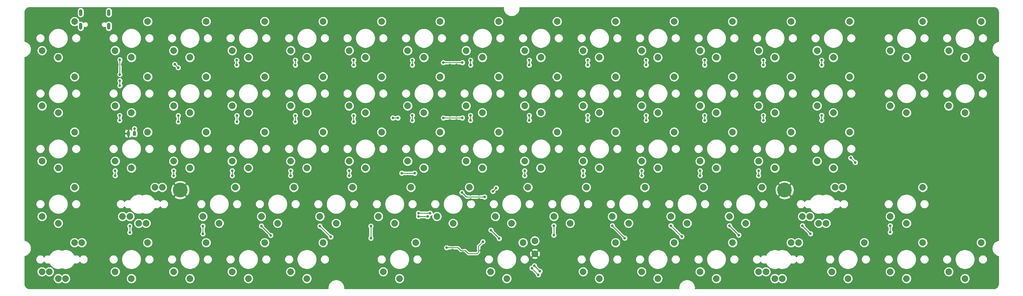
<source format=gtl>
G04 #@! TF.GenerationSoftware,KiCad,Pcbnew,(5.1.8)-1*
G04 #@! TF.CreationDate,2021-03-20T07:11:13-07:00*
G04 #@! TF.ProjectId,Spritzgeback,53707269-747a-4676-9562-61636b2e6b69,rev?*
G04 #@! TF.SameCoordinates,Original*
G04 #@! TF.FileFunction,Copper,L1,Top*
G04 #@! TF.FilePolarity,Positive*
%FSLAX46Y46*%
G04 Gerber Fmt 4.6, Leading zero omitted, Abs format (unit mm)*
G04 Created by KiCad (PCBNEW (5.1.8)-1) date 2021-03-20 07:11:13*
%MOMM*%
%LPD*%
G01*
G04 APERTURE LIST*
G04 #@! TA.AperFunction,ComponentPad*
%ADD10C,4.562400*%
G04 #@! TD*
G04 #@! TA.AperFunction,ComponentPad*
%ADD11C,2.032000*%
G04 #@! TD*
G04 #@! TA.AperFunction,ComponentPad*
%ADD12O,1.050000X2.100000*%
G04 #@! TD*
G04 #@! TA.AperFunction,ViaPad*
%ADD13C,0.800000*%
G04 #@! TD*
G04 #@! TA.AperFunction,Conductor*
%ADD14C,0.508000*%
G04 #@! TD*
G04 #@! TA.AperFunction,Conductor*
%ADD15C,0.250000*%
G04 #@! TD*
G04 #@! TA.AperFunction,Conductor*
%ADD16C,0.254000*%
G04 #@! TD*
G04 #@! TA.AperFunction,Conductor*
%ADD17C,0.100000*%
G04 #@! TD*
G04 APERTURE END LIST*
D10*
X37500000Y-54900000D03*
X223500000Y-54900000D03*
D11*
X5000000Y-3050000D03*
X0Y-14100000D03*
X-5000000Y-12000000D03*
X27500000Y-3050000D03*
X22500000Y-14100000D03*
X17500000Y-12000000D03*
X45500000Y-3050000D03*
X40500000Y-14100000D03*
X35500000Y-12000000D03*
X63500000Y-3050000D03*
X58500000Y-14100000D03*
X53500000Y-12000000D03*
X81500000Y-3050000D03*
X76500000Y-14100000D03*
X71500000Y-12000000D03*
X99500000Y-3050000D03*
X94500000Y-14100000D03*
X89500000Y-12000000D03*
X117500000Y-3050000D03*
X112500000Y-14100000D03*
X107500000Y-12000000D03*
X135500000Y-3050000D03*
X130500000Y-14100000D03*
X125500000Y-12000000D03*
X153500000Y-3050000D03*
X148500000Y-14100000D03*
X143500000Y-12000000D03*
X171500000Y-3050000D03*
X166500000Y-14100000D03*
X161500000Y-12000000D03*
X189500000Y-3050000D03*
X184500000Y-14100000D03*
X179500000Y-12000000D03*
X207500000Y-3050000D03*
X202500000Y-14100000D03*
X197500000Y-12000000D03*
X225500000Y-3050000D03*
X220500000Y-14100000D03*
X215500000Y-12000000D03*
X243500000Y-3050000D03*
X238500000Y-14100000D03*
X233500000Y-12000000D03*
X266000000Y-3050000D03*
X261000000Y-14100000D03*
X256000000Y-12000000D03*
X284000000Y-3050000D03*
X279000000Y-14100000D03*
X274000000Y-12000000D03*
X5000000Y-20050000D03*
X0Y-31100000D03*
X-5000000Y-29000000D03*
X27500000Y-20050000D03*
X22500000Y-31100000D03*
X17500000Y-29000000D03*
X45500000Y-20050000D03*
X40500000Y-31100000D03*
X35500000Y-29000000D03*
X63500000Y-20050000D03*
X58500000Y-31100000D03*
X53500000Y-29000000D03*
X81500000Y-20050000D03*
X76500000Y-31100000D03*
X71500000Y-29000000D03*
X99500000Y-20050000D03*
X94500000Y-31100000D03*
X89500000Y-29000000D03*
X117500000Y-20050000D03*
X112500000Y-31100000D03*
X107500000Y-29000000D03*
X135500000Y-20050000D03*
X130500000Y-31100000D03*
X125500000Y-29000000D03*
X153500000Y-20050000D03*
X148500000Y-31100000D03*
X143500000Y-29000000D03*
X171500000Y-20050000D03*
X166500000Y-31100000D03*
X161500000Y-29000000D03*
X189500000Y-20050000D03*
X184500000Y-31100000D03*
X179500000Y-29000000D03*
X207500000Y-20050000D03*
X202500000Y-31100000D03*
X197500000Y-29000000D03*
X225500000Y-20050000D03*
X220500000Y-31100000D03*
X215500000Y-29000000D03*
X243500000Y-20050000D03*
X238500000Y-31100000D03*
X233500000Y-29000000D03*
X266000000Y-20050000D03*
X261000000Y-31100000D03*
X256000000Y-29000000D03*
X284000000Y-20050000D03*
X279000000Y-31100000D03*
X274000000Y-29000000D03*
X5000000Y-37050000D03*
X0Y-48100000D03*
X-5000000Y-46000000D03*
X27500000Y-37050000D03*
X22500000Y-48100000D03*
X17500000Y-46000000D03*
X45500000Y-37050000D03*
X40500000Y-48100000D03*
X35500000Y-46000000D03*
X63500000Y-37050000D03*
X58500000Y-48100000D03*
X53500000Y-46000000D03*
X81500000Y-37050000D03*
X76500000Y-48100000D03*
X71500000Y-46000000D03*
X99500000Y-37050000D03*
X94500000Y-48100000D03*
X89500000Y-46000000D03*
X117500000Y-37050000D03*
X112500000Y-48100000D03*
X107500000Y-46000000D03*
X135500000Y-37050000D03*
X130500000Y-48100000D03*
X125500000Y-46000000D03*
X153500000Y-37050000D03*
X148500000Y-48100000D03*
X143500000Y-46000000D03*
X171500000Y-37050000D03*
X166500000Y-48100000D03*
X161500000Y-46000000D03*
X189500000Y-37050000D03*
X184500000Y-48100000D03*
X179500000Y-46000000D03*
X207500000Y-37050000D03*
X202500000Y-48100000D03*
X197500000Y-46000000D03*
X225500000Y-37050000D03*
X220500000Y-48100000D03*
X215500000Y-46000000D03*
X243500000Y-37050000D03*
X238500000Y-48100000D03*
X233500000Y-46000000D03*
X5000000Y-54050000D03*
X0Y-65100000D03*
X-5000000Y-63000000D03*
X32000000Y-54050000D03*
X27000000Y-65100000D03*
X22000000Y-63000000D03*
X54500000Y-54050000D03*
X49500000Y-65100000D03*
X44500000Y-63000000D03*
X72500000Y-54050000D03*
X67500000Y-65100000D03*
X62500000Y-63000000D03*
X90500000Y-54050000D03*
X85500000Y-65100000D03*
X80500000Y-63000000D03*
X108500000Y-54050000D03*
X103500000Y-65100000D03*
X98500000Y-63000000D03*
X126500000Y-54050000D03*
X121500000Y-65100000D03*
X116500000Y-63000000D03*
X144500000Y-54050000D03*
X139500000Y-65100000D03*
X134500000Y-63000000D03*
X162500000Y-54050000D03*
X157500000Y-65100000D03*
X152500000Y-63000000D03*
X180500000Y-54050000D03*
X175500000Y-65100000D03*
X170500000Y-63000000D03*
X198500000Y-54050000D03*
X193500000Y-65100000D03*
X188500000Y-63000000D03*
X216500000Y-54050000D03*
X211500000Y-65100000D03*
X206500000Y-63000000D03*
X239000000Y-54050000D03*
X234000000Y-65100000D03*
X229000000Y-63000000D03*
X266000000Y-54050000D03*
X261000000Y-65100000D03*
X256000000Y-63000000D03*
X5000000Y-71050000D03*
X0Y-82100000D03*
X-5000000Y-80000000D03*
X27500000Y-71050000D03*
X22500000Y-82100000D03*
X17500000Y-80000000D03*
X45500000Y-71050000D03*
X40500000Y-82100000D03*
X35500000Y-80000000D03*
X63500000Y-71050000D03*
X58500000Y-82100000D03*
X53500000Y-80000000D03*
X81500000Y-71050000D03*
X76500000Y-82100000D03*
X71500000Y-80000000D03*
X110000000Y-71050000D03*
X105000000Y-82100000D03*
X100000000Y-80000000D03*
X143000000Y-71050000D03*
X138000000Y-82100000D03*
X133000000Y-80000000D03*
X171500000Y-71050000D03*
X166500000Y-82100000D03*
X161500000Y-80000000D03*
X189500000Y-71050000D03*
X184500000Y-82100000D03*
X179500000Y-80000000D03*
X207500000Y-71050000D03*
X202500000Y-82100000D03*
X197500000Y-80000000D03*
X225500000Y-71050000D03*
X220500000Y-82100000D03*
X215500000Y-80000000D03*
X248000000Y-71050000D03*
X243000000Y-82100000D03*
X238000000Y-80000000D03*
X266000000Y-71050000D03*
X261000000Y-82100000D03*
X256000000Y-80000000D03*
X284000000Y-71050000D03*
X279000000Y-82100000D03*
X274000000Y-80000000D03*
X241250000Y-54050000D03*
X236250000Y-65100000D03*
X231250000Y-63000000D03*
X29750000Y-54050000D03*
X24750000Y-65100000D03*
X19750000Y-63000000D03*
X7250000Y-71050000D03*
X2250000Y-82100000D03*
X-2750000Y-80000000D03*
X227750000Y-71050000D03*
X222750000Y-82100000D03*
X217750000Y-80000000D03*
X146650000Y-70500000D03*
X146650000Y-74500000D03*
G04 #@! TA.AperFunction,SMDPad,CuDef*
G36*
G01*
X21075000Y-37956250D02*
X21075000Y-37043750D01*
G75*
G02*
X21318750Y-36800000I243750J0D01*
G01*
X21806250Y-36800000D01*
G75*
G02*
X22050000Y-37043750I0J-243750D01*
G01*
X22050000Y-37956250D01*
G75*
G02*
X21806250Y-38200000I-243750J0D01*
G01*
X21318750Y-38200000D01*
G75*
G02*
X21075000Y-37956250I0J243750D01*
G01*
G37*
G04 #@! TD.AperFunction*
G04 #@! TA.AperFunction,SMDPad,CuDef*
G36*
G01*
X22950000Y-37956250D02*
X22950000Y-37043750D01*
G75*
G02*
X23193750Y-36800000I243750J0D01*
G01*
X23681250Y-36800000D01*
G75*
G02*
X23925000Y-37043750I0J-243750D01*
G01*
X23925000Y-37956250D01*
G75*
G02*
X23681250Y-38200000I-243750J0D01*
G01*
X23193750Y-38200000D01*
G75*
G02*
X22950000Y-37956250I0J243750D01*
G01*
G37*
G04 #@! TD.AperFunction*
D12*
X15545000Y-325000D03*
X6905000Y-325000D03*
X15545000Y-4505000D03*
X6905000Y-4505000D03*
D13*
X126900000Y-56250000D03*
X126900000Y-57750000D03*
X122550000Y-14950000D03*
X122550000Y-16450000D03*
X120500000Y-14950000D03*
X120500000Y-16450000D03*
X122500000Y-31950000D03*
X122500000Y-33450000D03*
X120500000Y-31950000D03*
X120500000Y-33450000D03*
X129450000Y-56250000D03*
X129450000Y-57750000D03*
X18200000Y-16275000D03*
X19700000Y-16275000D03*
X128550000Y-73500000D03*
X130025000Y-73500000D03*
X124450000Y-72750000D03*
X124450000Y-74200001D03*
X122950000Y-76600000D03*
X119500000Y-71450000D03*
X130100000Y-80850000D03*
X119700000Y-83150000D03*
X135250000Y-82300000D03*
X137600000Y-79650000D03*
X121600000Y-78000000D03*
X117500000Y-74650000D03*
X134400000Y-75650000D03*
X130300000Y-65400000D03*
X131700000Y-66800000D03*
X121300000Y-73350000D03*
X121300000Y-71850000D03*
X122450000Y-71200000D03*
X114200000Y-64700000D03*
X118200000Y-62000000D03*
X126150000Y-61350000D03*
X108250000Y-73350000D03*
X102950000Y-70700000D03*
X20300000Y-4400000D03*
X6975000Y-6825000D03*
X7775000Y-12850000D03*
X1600000Y-12650000D03*
X11400000Y-7825000D03*
X14475000Y-7250000D03*
X900000Y-2800000D03*
X130650000Y-70750000D03*
X119500000Y-72600000D03*
X110824970Y-61999997D03*
X114375000Y-62000000D03*
X118500000Y-15700000D03*
X124350000Y-15700000D03*
X131200000Y-57000000D03*
X133737347Y-55262653D03*
X134762653Y-54237347D03*
X105700000Y-49700000D03*
X109700000Y-49700000D03*
X124200000Y-55650000D03*
X124350000Y-32700000D03*
X118500000Y-32700000D03*
X104500000Y-32700000D03*
X102950000Y-32700000D03*
X145700000Y-78900000D03*
X147717318Y-80917318D03*
X188500000Y-65850000D03*
X191850000Y-69200000D03*
X179500000Y-48950000D03*
X179500000Y-50450000D03*
X180900000Y-33450000D03*
X180900000Y-31950000D03*
X180900000Y-16450000D03*
X180900000Y-14950000D03*
X170500000Y-65850000D03*
X174300000Y-69650000D03*
X161500000Y-48950000D03*
X161500000Y-50450000D03*
X162900000Y-33450000D03*
X162900000Y-31950000D03*
X162900000Y-16450000D03*
X162900000Y-14950000D03*
X22000000Y-65950000D03*
X22000000Y-67900000D03*
X17500000Y-50450000D03*
X18900000Y-33450000D03*
X18950000Y-22750000D03*
X18950000Y-21250000D03*
X18950000Y-19354000D03*
X18950000Y-14825000D03*
X17500000Y-48950000D03*
X18900000Y-31950000D03*
X44500000Y-68350000D03*
X44500000Y-65950000D03*
X35500000Y-48950000D03*
X35500000Y-50450000D03*
X36900000Y-33875000D03*
X36900000Y-31975000D03*
X36900000Y-17250000D03*
X35850000Y-16200000D03*
X62500000Y-65950000D03*
X65350000Y-68800000D03*
X53500000Y-48950000D03*
X53500000Y-50450000D03*
X54950000Y-33875000D03*
X54950000Y-31975000D03*
X54900000Y-16450000D03*
X54900000Y-14950000D03*
X80500000Y-65950000D03*
X83850000Y-69300000D03*
X71500000Y-48950000D03*
X71500000Y-50450000D03*
X72950000Y-33875000D03*
X72950000Y-31975000D03*
X72950000Y-16450000D03*
X72950000Y-14950000D03*
X89500000Y-48950000D03*
X89500000Y-50450000D03*
X90900000Y-33875000D03*
X90900000Y-31975000D03*
X90900000Y-16450000D03*
X90900000Y-14950000D03*
X96193077Y-69681973D03*
X96200000Y-65975000D03*
X110824970Y-63000000D03*
X113650000Y-63000000D03*
X108950000Y-33450000D03*
X108950000Y-31950000D03*
X108950000Y-16450000D03*
X108950000Y-14950000D03*
X133126998Y-67200000D03*
X126900000Y-16450000D03*
X126900000Y-14950000D03*
X126850000Y-31950000D03*
X126850000Y-33450000D03*
X135680858Y-69780858D03*
X148200000Y-79850000D03*
X146512397Y-78162397D03*
X152500000Y-68750000D03*
X152500000Y-65850000D03*
X143500000Y-48950000D03*
X143500000Y-50450000D03*
X144900000Y-33450000D03*
X144900000Y-31950000D03*
X144900000Y-16450000D03*
X144900000Y-14950000D03*
X206500000Y-65850000D03*
X209400000Y-68750000D03*
X197500000Y-48950000D03*
X197500000Y-50450000D03*
X198900000Y-33450000D03*
X198900000Y-31950000D03*
X198900000Y-16450000D03*
X198900000Y-14950000D03*
X229000000Y-65850000D03*
X231450000Y-68300000D03*
X215500000Y-48950000D03*
X215500000Y-50450000D03*
X216950000Y-33450000D03*
X216950000Y-31950000D03*
X216950000Y-16450000D03*
X216950000Y-14950000D03*
X256000000Y-67850000D03*
X234900000Y-33450000D03*
X234900000Y-31900000D03*
X243850000Y-45000000D03*
X245250000Y-46400000D03*
X256000000Y-65850000D03*
X234900000Y-16450000D03*
X234900000Y-14950000D03*
X23450000Y-36000000D03*
D14*
X18175000Y-16300000D02*
X18200000Y-16275000D01*
D15*
X123000000Y-72600000D02*
X119500000Y-72600000D01*
X123875001Y-73475001D02*
X123000000Y-72600000D01*
X130650000Y-70750000D02*
X129300000Y-72100000D01*
X129300000Y-72100000D02*
X129300000Y-73950000D01*
X129300000Y-73950000D02*
X128850000Y-74400000D01*
X126149998Y-74400000D02*
X125224999Y-73475001D01*
X128850000Y-74400000D02*
X126149998Y-74400000D01*
X125224999Y-73475001D02*
X123875001Y-73475001D01*
X114374997Y-61999997D02*
X114375000Y-62000000D01*
X110824970Y-61999997D02*
X114374997Y-61999997D01*
X118500000Y-15700000D02*
X124350000Y-15700000D01*
X133737347Y-55262653D02*
X134762653Y-54237347D01*
X105700000Y-49700000D02*
X109700000Y-49700000D01*
X125550000Y-57000000D02*
X124200000Y-55650000D01*
X125550000Y-57000000D02*
X131200000Y-57000000D01*
X124350000Y-32700000D02*
X118500000Y-32700000D01*
X104500000Y-32700000D02*
X102950000Y-32700000D01*
X145700000Y-78900000D02*
X147717318Y-80917318D01*
X188500000Y-65850000D02*
X191850000Y-69200000D01*
X179500000Y-48950000D02*
X179500000Y-50450000D01*
X180900000Y-33450000D02*
X180900000Y-31950000D01*
X180900000Y-16450000D02*
X180900000Y-14950000D01*
X170500000Y-65850000D02*
X174300000Y-69650000D01*
X161500000Y-48950000D02*
X161500000Y-50450000D01*
X162900000Y-33450000D02*
X162900000Y-31950000D01*
X162900000Y-16450000D02*
X162900000Y-14950000D01*
X22000000Y-65950000D02*
X22000000Y-67900000D01*
X18950000Y-22750000D02*
X18950000Y-21250000D01*
X18950000Y-19354000D02*
X18950000Y-14825000D01*
X17500000Y-50450000D02*
X17500000Y-48950000D01*
X18900000Y-33450000D02*
X18900000Y-31950000D01*
X44500000Y-68350000D02*
X44500000Y-65950000D01*
X35500000Y-48950000D02*
X35500000Y-50450000D01*
X36900000Y-33875000D02*
X36900000Y-31975000D01*
X36900000Y-17250000D02*
X35850000Y-16200000D01*
X62500000Y-65950000D02*
X65350000Y-68800000D01*
X53500000Y-48950000D02*
X53500000Y-50450000D01*
X54950000Y-33875000D02*
X54950000Y-31975000D01*
X54900000Y-16450000D02*
X54900000Y-14950000D01*
X80500000Y-65950000D02*
X83850000Y-69300000D01*
X71500000Y-48950000D02*
X71500000Y-50450000D01*
X72950000Y-33875000D02*
X72950000Y-31975000D01*
X72950000Y-16450000D02*
X72950000Y-14950000D01*
X100000000Y-80100000D02*
X100000000Y-80000000D01*
X89500000Y-48950000D02*
X89500000Y-50450000D01*
X90900000Y-33875000D02*
X90900000Y-31975000D01*
X90900000Y-16450000D02*
X90900000Y-14950000D01*
X96193077Y-65981923D02*
X96200000Y-65975000D01*
X96193077Y-69681973D02*
X96193077Y-65981923D01*
X110824970Y-63000000D02*
X113650000Y-63000000D01*
X108950000Y-33450000D02*
X108950000Y-31950000D01*
X108950000Y-16450000D02*
X108950000Y-14950000D01*
X126900000Y-16450000D02*
X126900000Y-14950000D01*
X126850000Y-31950000D02*
X126850000Y-33450000D01*
X135680858Y-69753860D02*
X135680858Y-69780858D01*
X133126998Y-67200000D02*
X135680858Y-69753860D01*
X148200000Y-79850000D02*
X146512397Y-78162397D01*
X152500000Y-68750000D02*
X152500000Y-65850000D01*
X143500000Y-48950000D02*
X143500000Y-50450000D01*
X144900000Y-33450000D02*
X144900000Y-31950000D01*
X144900000Y-16450000D02*
X144900000Y-14950000D01*
X206500000Y-65850000D02*
X209400000Y-68750000D01*
X197500000Y-48950000D02*
X197500000Y-50450000D01*
X198900000Y-33450000D02*
X198900000Y-31950000D01*
X198900000Y-16450000D02*
X198900000Y-14950000D01*
X229000000Y-65850000D02*
X231450000Y-68300000D01*
X215500000Y-48950000D02*
X215500000Y-50450000D01*
X216950000Y-33450000D02*
X216950000Y-31950000D01*
X216950000Y-16450000D02*
X216950000Y-14950000D01*
X234900000Y-33450000D02*
X234900000Y-31900000D01*
X243850000Y-45000000D02*
X245250000Y-46400000D01*
X256000000Y-65850000D02*
X256000000Y-67850000D01*
X234900000Y-16450000D02*
X234900000Y-14950000D01*
X23450000Y-37487500D02*
X23437500Y-37500000D01*
X23450000Y-36000000D02*
X23450000Y-37487500D01*
D16*
X136970106Y1039526D02*
X136971379Y989474D01*
X136971953Y939483D01*
X136972846Y931828D01*
X137020323Y548332D01*
X137031297Y499466D01*
X137041566Y450556D01*
X137043928Y443225D01*
X137043929Y443218D01*
X137043932Y443212D01*
X137164989Y76248D01*
X137185233Y30473D01*
X137204819Y-15541D01*
X137208562Y-22278D01*
X137398595Y-358746D01*
X137427357Y-399736D01*
X137455495Y-441051D01*
X137460471Y-446927D01*
X137460475Y-446933D01*
X137460480Y-446938D01*
X137712242Y-740081D01*
X137748396Y-774682D01*
X137784045Y-809767D01*
X137790073Y-814570D01*
X138093985Y-1053234D01*
X138136181Y-1080160D01*
X138177955Y-1107645D01*
X138184801Y-1111185D01*
X138529282Y-1286275D01*
X138575947Y-1304509D01*
X138622223Y-1323340D01*
X138629622Y-1325482D01*
X138629625Y-1325483D01*
X138629628Y-1325483D01*
X139001555Y-1430327D01*
X139050804Y-1439138D01*
X139099924Y-1448635D01*
X139107603Y-1449299D01*
X139492812Y-1479905D01*
X139542867Y-1478981D01*
X139592864Y-1478757D01*
X139600525Y-1477917D01*
X139984343Y-1433119D01*
X140033207Y-1422503D01*
X140082266Y-1412560D01*
X140089618Y-1410248D01*
X140457426Y-1291753D01*
X140503340Y-1271830D01*
X140549492Y-1252565D01*
X140556255Y-1248869D01*
X140894041Y-1061190D01*
X140935199Y-1032736D01*
X140976741Y-1004866D01*
X140982657Y-999926D01*
X141277557Y-750212D01*
X141312421Y-714289D01*
X141347743Y-678896D01*
X141352587Y-672902D01*
X141593367Y-370663D01*
X141620553Y-328708D01*
X141648364Y-287075D01*
X141651952Y-280253D01*
X141829441Y62996D01*
X141847985Y109494D01*
X141867154Y155676D01*
X141869349Y163064D01*
X141976787Y534252D01*
X141985951Y583494D01*
X141995780Y632490D01*
X141996498Y640164D01*
X142029793Y1025149D01*
X142029219Y1075171D01*
X142029344Y1125207D01*
X142028558Y1132874D01*
X142013194Y1273000D01*
X287823008Y1273000D01*
X288130737Y1242827D01*
X288400779Y1161296D01*
X288649845Y1028866D01*
X288868444Y850580D01*
X289048254Y633228D01*
X289182416Y385100D01*
X289265832Y115626D01*
X289298000Y-190432D01*
X289298001Y-9131024D01*
X289278789Y-9134828D01*
X289271427Y-9137107D01*
X288903087Y-9253951D01*
X288857110Y-9273657D01*
X288810847Y-9292725D01*
X288804067Y-9296391D01*
X288465437Y-9482553D01*
X288424130Y-9510837D01*
X288382484Y-9538506D01*
X288376546Y-9543419D01*
X288080524Y-9791811D01*
X288045489Y-9827588D01*
X288010021Y-9862809D01*
X288005149Y-9868782D01*
X287763012Y-10169940D01*
X287735623Y-10211795D01*
X287707641Y-10253280D01*
X287704023Y-10260085D01*
X287524992Y-10602539D01*
X287506242Y-10648946D01*
X287486863Y-10695048D01*
X287484635Y-10702426D01*
X287375530Y-11073132D01*
X287366150Y-11122303D01*
X287356095Y-11171286D01*
X287355343Y-11178956D01*
X287320320Y-11563794D01*
X287320669Y-11613823D01*
X287320320Y-11663853D01*
X287321072Y-11671523D01*
X287361465Y-12055834D01*
X287371525Y-12104843D01*
X287380900Y-12153986D01*
X287383127Y-12161365D01*
X287497397Y-12530512D01*
X287516791Y-12576647D01*
X287535527Y-12623021D01*
X287539145Y-12629826D01*
X287722940Y-12969747D01*
X287750922Y-13011232D01*
X287778311Y-13053087D01*
X287783182Y-13059060D01*
X288029500Y-13356808D01*
X288065041Y-13392102D01*
X288100006Y-13427807D01*
X288105944Y-13432720D01*
X288405405Y-13676954D01*
X288447116Y-13704666D01*
X288488357Y-13732905D01*
X288495137Y-13736571D01*
X288836333Y-13917988D01*
X288882596Y-13937056D01*
X288928573Y-13956762D01*
X288935935Y-13959041D01*
X289298000Y-14068355D01*
X289298001Y-70331024D01*
X289278789Y-70334828D01*
X289271427Y-70337107D01*
X288903087Y-70453951D01*
X288857110Y-70473657D01*
X288810847Y-70492725D01*
X288804067Y-70496391D01*
X288465437Y-70682553D01*
X288424130Y-70710837D01*
X288382484Y-70738506D01*
X288376546Y-70743419D01*
X288080524Y-70991811D01*
X288045489Y-71027588D01*
X288010021Y-71062809D01*
X288005149Y-71068782D01*
X287763012Y-71369940D01*
X287735623Y-71411795D01*
X287707641Y-71453280D01*
X287704023Y-71460085D01*
X287524992Y-71802539D01*
X287506242Y-71848946D01*
X287486863Y-71895048D01*
X287484635Y-71902426D01*
X287375530Y-72273132D01*
X287366150Y-72322303D01*
X287356095Y-72371286D01*
X287355343Y-72378956D01*
X287320320Y-72763794D01*
X287320669Y-72813823D01*
X287320320Y-72863853D01*
X287321072Y-72871523D01*
X287361465Y-73255834D01*
X287371525Y-73304843D01*
X287380900Y-73353986D01*
X287383127Y-73361365D01*
X287497397Y-73730512D01*
X287516791Y-73776647D01*
X287535527Y-73823021D01*
X287539145Y-73829826D01*
X287722940Y-74169747D01*
X287750922Y-74211232D01*
X287778311Y-74253087D01*
X287783182Y-74259060D01*
X288029500Y-74556808D01*
X288065041Y-74592102D01*
X288100006Y-74627807D01*
X288105944Y-74632720D01*
X288405405Y-74876954D01*
X288447116Y-74904666D01*
X288488357Y-74932905D01*
X288495137Y-74936571D01*
X288836333Y-75117988D01*
X288882596Y-75137056D01*
X288928573Y-75156762D01*
X288935935Y-75159041D01*
X289298000Y-75268355D01*
X289298001Y-83697997D01*
X289267827Y-84005733D01*
X289186297Y-84275778D01*
X289053863Y-84524848D01*
X288875582Y-84743442D01*
X288658228Y-84923254D01*
X288410100Y-85057416D01*
X288140626Y-85140832D01*
X287834568Y-85173000D01*
X195981131Y-85173000D01*
X195998059Y-84940574D01*
X195996806Y-84890526D01*
X195996252Y-84840531D01*
X195995362Y-84832875D01*
X195948081Y-84449716D01*
X195937132Y-84400873D01*
X195926877Y-84351932D01*
X195924517Y-84344595D01*
X195803715Y-83977917D01*
X195783491Y-83932137D01*
X195763921Y-83886110D01*
X195760180Y-83879372D01*
X195570456Y-83543141D01*
X195541734Y-83502175D01*
X195513589Y-83460815D01*
X195508611Y-83454931D01*
X195257194Y-83161955D01*
X195221064Y-83127349D01*
X195185419Y-83092241D01*
X195179393Y-83087436D01*
X194875857Y-82848873D01*
X194833680Y-82821936D01*
X194791908Y-82794428D01*
X194785063Y-82790886D01*
X194440972Y-82615823D01*
X194394362Y-82597590D01*
X194348047Y-82578721D01*
X194340645Y-82576575D01*
X193969103Y-82471681D01*
X193919839Y-82462848D01*
X193870740Y-82453335D01*
X193863062Y-82452667D01*
X193478223Y-82421937D01*
X193428167Y-82422841D01*
X193378171Y-82423046D01*
X193370509Y-82423883D01*
X192987030Y-82468487D01*
X192938115Y-82479093D01*
X192889097Y-82489008D01*
X192881749Y-82491315D01*
X192881745Y-82491316D01*
X192881742Y-82491317D01*
X192881743Y-82491317D01*
X192514232Y-82609557D01*
X192468327Y-82629455D01*
X192422153Y-82648708D01*
X192415388Y-82652401D01*
X192077841Y-82839772D01*
X192036664Y-82868214D01*
X191995117Y-82896064D01*
X191989199Y-82901001D01*
X191694475Y-83150367D01*
X191659609Y-83186264D01*
X191624262Y-83221653D01*
X191619415Y-83227646D01*
X191378739Y-83529509D01*
X191351504Y-83571503D01*
X191323709Y-83613076D01*
X191320122Y-83619891D01*
X191320119Y-83619895D01*
X191320119Y-83619896D01*
X191142659Y-83962756D01*
X191124083Y-84009281D01*
X191104909Y-84055421D01*
X191102711Y-84062808D01*
X190995226Y-84433607D01*
X190986046Y-84482828D01*
X190976194Y-84531839D01*
X190975473Y-84539512D01*
X190942057Y-84924128D01*
X190942611Y-84974146D01*
X190942466Y-85024186D01*
X190943250Y-85031853D01*
X190958670Y-85173000D01*
X88041131Y-85173000D01*
X88058059Y-84940574D01*
X88056806Y-84890526D01*
X88056252Y-84840531D01*
X88055362Y-84832875D01*
X88008081Y-84449716D01*
X87997132Y-84400873D01*
X87986877Y-84351932D01*
X87984517Y-84344595D01*
X87863715Y-83977917D01*
X87843491Y-83932137D01*
X87823921Y-83886110D01*
X87820180Y-83879372D01*
X87630456Y-83543141D01*
X87601734Y-83502175D01*
X87573589Y-83460815D01*
X87568611Y-83454931D01*
X87317194Y-83161955D01*
X87281064Y-83127349D01*
X87245419Y-83092241D01*
X87239393Y-83087436D01*
X86935857Y-82848873D01*
X86893680Y-82821936D01*
X86851908Y-82794428D01*
X86845063Y-82790886D01*
X86500972Y-82615823D01*
X86454362Y-82597590D01*
X86408047Y-82578721D01*
X86400645Y-82576575D01*
X86029103Y-82471681D01*
X85979839Y-82462848D01*
X85930740Y-82453335D01*
X85923062Y-82452667D01*
X85538223Y-82421937D01*
X85488167Y-82422841D01*
X85438171Y-82423046D01*
X85430509Y-82423883D01*
X85047030Y-82468487D01*
X84998115Y-82479093D01*
X84949097Y-82489008D01*
X84941749Y-82491315D01*
X84941745Y-82491316D01*
X84941742Y-82491317D01*
X84941743Y-82491317D01*
X84574232Y-82609557D01*
X84528327Y-82629455D01*
X84482153Y-82648708D01*
X84475388Y-82652401D01*
X84137841Y-82839772D01*
X84096664Y-82868214D01*
X84055117Y-82896064D01*
X84049199Y-82901001D01*
X83754475Y-83150367D01*
X83719609Y-83186264D01*
X83684262Y-83221653D01*
X83679415Y-83227646D01*
X83438739Y-83529509D01*
X83411504Y-83571503D01*
X83383709Y-83613076D01*
X83380122Y-83619891D01*
X83380119Y-83619895D01*
X83380119Y-83619896D01*
X83202659Y-83962756D01*
X83184083Y-84009281D01*
X83164909Y-84055421D01*
X83162711Y-84062808D01*
X83055226Y-84433607D01*
X83046046Y-84482828D01*
X83036194Y-84531839D01*
X83035473Y-84539512D01*
X83002057Y-84924128D01*
X83002611Y-84974146D01*
X83002466Y-85024186D01*
X83003250Y-85031853D01*
X83018670Y-85173000D01*
X-8823008Y-85173000D01*
X-9130733Y-85142827D01*
X-9400778Y-85061297D01*
X-9649848Y-84928863D01*
X-9868442Y-84750582D01*
X-10048254Y-84533228D01*
X-10182416Y-84285100D01*
X-10265832Y-84015626D01*
X-10298000Y-83709568D01*
X-10298000Y-81948028D01*
X-1543000Y-81948028D01*
X-1543000Y-82251972D01*
X-1483703Y-82550077D01*
X-1367389Y-82830885D01*
X-1198526Y-83083605D01*
X-983605Y-83298526D01*
X-730885Y-83467389D01*
X-450077Y-83583703D01*
X-151972Y-83643000D01*
X151972Y-83643000D01*
X450077Y-83583703D01*
X730885Y-83467389D01*
X983605Y-83298526D01*
X1125000Y-83157131D01*
X1266395Y-83298526D01*
X1519115Y-83467389D01*
X1799923Y-83583703D01*
X2098028Y-83643000D01*
X2401972Y-83643000D01*
X2700077Y-83583703D01*
X2980885Y-83467389D01*
X3233605Y-83298526D01*
X3448526Y-83083605D01*
X3617389Y-82830885D01*
X3733703Y-82550077D01*
X3793000Y-82251972D01*
X3793000Y-81948028D01*
X20957000Y-81948028D01*
X20957000Y-82251972D01*
X21016297Y-82550077D01*
X21132611Y-82830885D01*
X21301474Y-83083605D01*
X21516395Y-83298526D01*
X21769115Y-83467389D01*
X22049923Y-83583703D01*
X22348028Y-83643000D01*
X22651972Y-83643000D01*
X22950077Y-83583703D01*
X23230885Y-83467389D01*
X23483605Y-83298526D01*
X23698526Y-83083605D01*
X23867389Y-82830885D01*
X23983703Y-82550077D01*
X24043000Y-82251972D01*
X24043000Y-81948028D01*
X38957000Y-81948028D01*
X38957000Y-82251972D01*
X39016297Y-82550077D01*
X39132611Y-82830885D01*
X39301474Y-83083605D01*
X39516395Y-83298526D01*
X39769115Y-83467389D01*
X40049923Y-83583703D01*
X40348028Y-83643000D01*
X40651972Y-83643000D01*
X40950077Y-83583703D01*
X41230885Y-83467389D01*
X41483605Y-83298526D01*
X41698526Y-83083605D01*
X41867389Y-82830885D01*
X41983703Y-82550077D01*
X42043000Y-82251972D01*
X42043000Y-81948028D01*
X56957000Y-81948028D01*
X56957000Y-82251972D01*
X57016297Y-82550077D01*
X57132611Y-82830885D01*
X57301474Y-83083605D01*
X57516395Y-83298526D01*
X57769115Y-83467389D01*
X58049923Y-83583703D01*
X58348028Y-83643000D01*
X58651972Y-83643000D01*
X58950077Y-83583703D01*
X59230885Y-83467389D01*
X59483605Y-83298526D01*
X59698526Y-83083605D01*
X59867389Y-82830885D01*
X59983703Y-82550077D01*
X60043000Y-82251972D01*
X60043000Y-81948028D01*
X74957000Y-81948028D01*
X74957000Y-82251972D01*
X75016297Y-82550077D01*
X75132611Y-82830885D01*
X75301474Y-83083605D01*
X75516395Y-83298526D01*
X75769115Y-83467389D01*
X76049923Y-83583703D01*
X76348028Y-83643000D01*
X76651972Y-83643000D01*
X76950077Y-83583703D01*
X77230885Y-83467389D01*
X77483605Y-83298526D01*
X77698526Y-83083605D01*
X77867389Y-82830885D01*
X77983703Y-82550077D01*
X78043000Y-82251972D01*
X78043000Y-81948028D01*
X103457000Y-81948028D01*
X103457000Y-82251972D01*
X103516297Y-82550077D01*
X103632611Y-82830885D01*
X103801474Y-83083605D01*
X104016395Y-83298526D01*
X104269115Y-83467389D01*
X104549923Y-83583703D01*
X104848028Y-83643000D01*
X105151972Y-83643000D01*
X105450077Y-83583703D01*
X105730885Y-83467389D01*
X105983605Y-83298526D01*
X106198526Y-83083605D01*
X106367389Y-82830885D01*
X106483703Y-82550077D01*
X106543000Y-82251972D01*
X106543000Y-81948028D01*
X136457000Y-81948028D01*
X136457000Y-82251972D01*
X136516297Y-82550077D01*
X136632611Y-82830885D01*
X136801474Y-83083605D01*
X137016395Y-83298526D01*
X137269115Y-83467389D01*
X137549923Y-83583703D01*
X137848028Y-83643000D01*
X138151972Y-83643000D01*
X138450077Y-83583703D01*
X138730885Y-83467389D01*
X138983605Y-83298526D01*
X139198526Y-83083605D01*
X139367389Y-82830885D01*
X139483703Y-82550077D01*
X139543000Y-82251972D01*
X139543000Y-81948028D01*
X164957000Y-81948028D01*
X164957000Y-82251972D01*
X165016297Y-82550077D01*
X165132611Y-82830885D01*
X165301474Y-83083605D01*
X165516395Y-83298526D01*
X165769115Y-83467389D01*
X166049923Y-83583703D01*
X166348028Y-83643000D01*
X166651972Y-83643000D01*
X166950077Y-83583703D01*
X167230885Y-83467389D01*
X167483605Y-83298526D01*
X167698526Y-83083605D01*
X167867389Y-82830885D01*
X167983703Y-82550077D01*
X168043000Y-82251972D01*
X168043000Y-81948028D01*
X182957000Y-81948028D01*
X182957000Y-82251972D01*
X183016297Y-82550077D01*
X183132611Y-82830885D01*
X183301474Y-83083605D01*
X183516395Y-83298526D01*
X183769115Y-83467389D01*
X184049923Y-83583703D01*
X184348028Y-83643000D01*
X184651972Y-83643000D01*
X184950077Y-83583703D01*
X185230885Y-83467389D01*
X185483605Y-83298526D01*
X185698526Y-83083605D01*
X185867389Y-82830885D01*
X185983703Y-82550077D01*
X186043000Y-82251972D01*
X186043000Y-81948028D01*
X200957000Y-81948028D01*
X200957000Y-82251972D01*
X201016297Y-82550077D01*
X201132611Y-82830885D01*
X201301474Y-83083605D01*
X201516395Y-83298526D01*
X201769115Y-83467389D01*
X202049923Y-83583703D01*
X202348028Y-83643000D01*
X202651972Y-83643000D01*
X202950077Y-83583703D01*
X203230885Y-83467389D01*
X203483605Y-83298526D01*
X203698526Y-83083605D01*
X203867389Y-82830885D01*
X203983703Y-82550077D01*
X204043000Y-82251972D01*
X204043000Y-81948028D01*
X218957000Y-81948028D01*
X218957000Y-82251972D01*
X219016297Y-82550077D01*
X219132611Y-82830885D01*
X219301474Y-83083605D01*
X219516395Y-83298526D01*
X219769115Y-83467389D01*
X220049923Y-83583703D01*
X220348028Y-83643000D01*
X220651972Y-83643000D01*
X220950077Y-83583703D01*
X221230885Y-83467389D01*
X221483605Y-83298526D01*
X221625000Y-83157131D01*
X221766395Y-83298526D01*
X222019115Y-83467389D01*
X222299923Y-83583703D01*
X222598028Y-83643000D01*
X222901972Y-83643000D01*
X223200077Y-83583703D01*
X223480885Y-83467389D01*
X223733605Y-83298526D01*
X223948526Y-83083605D01*
X224117389Y-82830885D01*
X224233703Y-82550077D01*
X224293000Y-82251972D01*
X224293000Y-81948028D01*
X241457000Y-81948028D01*
X241457000Y-82251972D01*
X241516297Y-82550077D01*
X241632611Y-82830885D01*
X241801474Y-83083605D01*
X242016395Y-83298526D01*
X242269115Y-83467389D01*
X242549923Y-83583703D01*
X242848028Y-83643000D01*
X243151972Y-83643000D01*
X243450077Y-83583703D01*
X243730885Y-83467389D01*
X243983605Y-83298526D01*
X244198526Y-83083605D01*
X244367389Y-82830885D01*
X244483703Y-82550077D01*
X244543000Y-82251972D01*
X244543000Y-81948028D01*
X259457000Y-81948028D01*
X259457000Y-82251972D01*
X259516297Y-82550077D01*
X259632611Y-82830885D01*
X259801474Y-83083605D01*
X260016395Y-83298526D01*
X260269115Y-83467389D01*
X260549923Y-83583703D01*
X260848028Y-83643000D01*
X261151972Y-83643000D01*
X261450077Y-83583703D01*
X261730885Y-83467389D01*
X261983605Y-83298526D01*
X262198526Y-83083605D01*
X262367389Y-82830885D01*
X262483703Y-82550077D01*
X262543000Y-82251972D01*
X262543000Y-81948028D01*
X277457000Y-81948028D01*
X277457000Y-82251972D01*
X277516297Y-82550077D01*
X277632611Y-82830885D01*
X277801474Y-83083605D01*
X278016395Y-83298526D01*
X278269115Y-83467389D01*
X278549923Y-83583703D01*
X278848028Y-83643000D01*
X279151972Y-83643000D01*
X279450077Y-83583703D01*
X279730885Y-83467389D01*
X279983605Y-83298526D01*
X280198526Y-83083605D01*
X280367389Y-82830885D01*
X280483703Y-82550077D01*
X280543000Y-82251972D01*
X280543000Y-81948028D01*
X280483703Y-81649923D01*
X280367389Y-81369115D01*
X280198526Y-81116395D01*
X279983605Y-80901474D01*
X279730885Y-80732611D01*
X279450077Y-80616297D01*
X279151972Y-80557000D01*
X278848028Y-80557000D01*
X278549923Y-80616297D01*
X278269115Y-80732611D01*
X278016395Y-80901474D01*
X277801474Y-81116395D01*
X277632611Y-81369115D01*
X277516297Y-81649923D01*
X277457000Y-81948028D01*
X262543000Y-81948028D01*
X262483703Y-81649923D01*
X262367389Y-81369115D01*
X262198526Y-81116395D01*
X261983605Y-80901474D01*
X261730885Y-80732611D01*
X261450077Y-80616297D01*
X261151972Y-80557000D01*
X260848028Y-80557000D01*
X260549923Y-80616297D01*
X260269115Y-80732611D01*
X260016395Y-80901474D01*
X259801474Y-81116395D01*
X259632611Y-81369115D01*
X259516297Y-81649923D01*
X259457000Y-81948028D01*
X244543000Y-81948028D01*
X244483703Y-81649923D01*
X244367389Y-81369115D01*
X244198526Y-81116395D01*
X243983605Y-80901474D01*
X243730885Y-80732611D01*
X243450077Y-80616297D01*
X243151972Y-80557000D01*
X242848028Y-80557000D01*
X242549923Y-80616297D01*
X242269115Y-80732611D01*
X242016395Y-80901474D01*
X241801474Y-81116395D01*
X241632611Y-81369115D01*
X241516297Y-81649923D01*
X241457000Y-81948028D01*
X224293000Y-81948028D01*
X224233703Y-81649923D01*
X224117389Y-81369115D01*
X223948526Y-81116395D01*
X223733605Y-80901474D01*
X223480885Y-80732611D01*
X223200077Y-80616297D01*
X222901972Y-80557000D01*
X222598028Y-80557000D01*
X222299923Y-80616297D01*
X222019115Y-80732611D01*
X221766395Y-80901474D01*
X221625000Y-81042869D01*
X221483605Y-80901474D01*
X221230885Y-80732611D01*
X220950077Y-80616297D01*
X220651972Y-80557000D01*
X220348028Y-80557000D01*
X220049923Y-80616297D01*
X219769115Y-80732611D01*
X219516395Y-80901474D01*
X219301474Y-81116395D01*
X219132611Y-81369115D01*
X219016297Y-81649923D01*
X218957000Y-81948028D01*
X204043000Y-81948028D01*
X203983703Y-81649923D01*
X203867389Y-81369115D01*
X203698526Y-81116395D01*
X203483605Y-80901474D01*
X203230885Y-80732611D01*
X202950077Y-80616297D01*
X202651972Y-80557000D01*
X202348028Y-80557000D01*
X202049923Y-80616297D01*
X201769115Y-80732611D01*
X201516395Y-80901474D01*
X201301474Y-81116395D01*
X201132611Y-81369115D01*
X201016297Y-81649923D01*
X200957000Y-81948028D01*
X186043000Y-81948028D01*
X185983703Y-81649923D01*
X185867389Y-81369115D01*
X185698526Y-81116395D01*
X185483605Y-80901474D01*
X185230885Y-80732611D01*
X184950077Y-80616297D01*
X184651972Y-80557000D01*
X184348028Y-80557000D01*
X184049923Y-80616297D01*
X183769115Y-80732611D01*
X183516395Y-80901474D01*
X183301474Y-81116395D01*
X183132611Y-81369115D01*
X183016297Y-81649923D01*
X182957000Y-81948028D01*
X168043000Y-81948028D01*
X167983703Y-81649923D01*
X167867389Y-81369115D01*
X167698526Y-81116395D01*
X167483605Y-80901474D01*
X167230885Y-80732611D01*
X166950077Y-80616297D01*
X166651972Y-80557000D01*
X166348028Y-80557000D01*
X166049923Y-80616297D01*
X165769115Y-80732611D01*
X165516395Y-80901474D01*
X165301474Y-81116395D01*
X165132611Y-81369115D01*
X165016297Y-81649923D01*
X164957000Y-81948028D01*
X139543000Y-81948028D01*
X139483703Y-81649923D01*
X139367389Y-81369115D01*
X139198526Y-81116395D01*
X138983605Y-80901474D01*
X138730885Y-80732611D01*
X138450077Y-80616297D01*
X138151972Y-80557000D01*
X137848028Y-80557000D01*
X137549923Y-80616297D01*
X137269115Y-80732611D01*
X137016395Y-80901474D01*
X136801474Y-81116395D01*
X136632611Y-81369115D01*
X136516297Y-81649923D01*
X136457000Y-81948028D01*
X106543000Y-81948028D01*
X106483703Y-81649923D01*
X106367389Y-81369115D01*
X106198526Y-81116395D01*
X105983605Y-80901474D01*
X105730885Y-80732611D01*
X105450077Y-80616297D01*
X105151972Y-80557000D01*
X104848028Y-80557000D01*
X104549923Y-80616297D01*
X104269115Y-80732611D01*
X104016395Y-80901474D01*
X103801474Y-81116395D01*
X103632611Y-81369115D01*
X103516297Y-81649923D01*
X103457000Y-81948028D01*
X78043000Y-81948028D01*
X77983703Y-81649923D01*
X77867389Y-81369115D01*
X77698526Y-81116395D01*
X77483605Y-80901474D01*
X77230885Y-80732611D01*
X76950077Y-80616297D01*
X76651972Y-80557000D01*
X76348028Y-80557000D01*
X76049923Y-80616297D01*
X75769115Y-80732611D01*
X75516395Y-80901474D01*
X75301474Y-81116395D01*
X75132611Y-81369115D01*
X75016297Y-81649923D01*
X74957000Y-81948028D01*
X60043000Y-81948028D01*
X59983703Y-81649923D01*
X59867389Y-81369115D01*
X59698526Y-81116395D01*
X59483605Y-80901474D01*
X59230885Y-80732611D01*
X58950077Y-80616297D01*
X58651972Y-80557000D01*
X58348028Y-80557000D01*
X58049923Y-80616297D01*
X57769115Y-80732611D01*
X57516395Y-80901474D01*
X57301474Y-81116395D01*
X57132611Y-81369115D01*
X57016297Y-81649923D01*
X56957000Y-81948028D01*
X42043000Y-81948028D01*
X41983703Y-81649923D01*
X41867389Y-81369115D01*
X41698526Y-81116395D01*
X41483605Y-80901474D01*
X41230885Y-80732611D01*
X40950077Y-80616297D01*
X40651972Y-80557000D01*
X40348028Y-80557000D01*
X40049923Y-80616297D01*
X39769115Y-80732611D01*
X39516395Y-80901474D01*
X39301474Y-81116395D01*
X39132611Y-81369115D01*
X39016297Y-81649923D01*
X38957000Y-81948028D01*
X24043000Y-81948028D01*
X23983703Y-81649923D01*
X23867389Y-81369115D01*
X23698526Y-81116395D01*
X23483605Y-80901474D01*
X23230885Y-80732611D01*
X22950077Y-80616297D01*
X22651972Y-80557000D01*
X22348028Y-80557000D01*
X22049923Y-80616297D01*
X21769115Y-80732611D01*
X21516395Y-80901474D01*
X21301474Y-81116395D01*
X21132611Y-81369115D01*
X21016297Y-81649923D01*
X20957000Y-81948028D01*
X3793000Y-81948028D01*
X3733703Y-81649923D01*
X3617389Y-81369115D01*
X3448526Y-81116395D01*
X3233605Y-80901474D01*
X2980885Y-80732611D01*
X2700077Y-80616297D01*
X2401972Y-80557000D01*
X2098028Y-80557000D01*
X1799923Y-80616297D01*
X1519115Y-80732611D01*
X1266395Y-80901474D01*
X1125000Y-81042869D01*
X983605Y-80901474D01*
X730885Y-80732611D01*
X450077Y-80616297D01*
X151972Y-80557000D01*
X-151972Y-80557000D01*
X-450077Y-80616297D01*
X-730885Y-80732611D01*
X-983605Y-80901474D01*
X-1198526Y-81116395D01*
X-1367389Y-81369115D01*
X-1483703Y-81649923D01*
X-1543000Y-81948028D01*
X-10298000Y-81948028D01*
X-10298000Y-79848028D01*
X-6543000Y-79848028D01*
X-6543000Y-80151972D01*
X-6483703Y-80450077D01*
X-6367389Y-80730885D01*
X-6198526Y-80983605D01*
X-5983605Y-81198526D01*
X-5730885Y-81367389D01*
X-5450077Y-81483703D01*
X-5151972Y-81543000D01*
X-4848028Y-81543000D01*
X-4549923Y-81483703D01*
X-4269115Y-81367389D01*
X-4016395Y-81198526D01*
X-3875000Y-81057131D01*
X-3733605Y-81198526D01*
X-3480885Y-81367389D01*
X-3200077Y-81483703D01*
X-2901972Y-81543000D01*
X-2598028Y-81543000D01*
X-2299923Y-81483703D01*
X-2019115Y-81367389D01*
X-1766395Y-81198526D01*
X-1551474Y-80983605D01*
X-1382611Y-80730885D01*
X-1266297Y-80450077D01*
X-1207000Y-80151972D01*
X-1207000Y-79848028D01*
X15957000Y-79848028D01*
X15957000Y-80151972D01*
X16016297Y-80450077D01*
X16132611Y-80730885D01*
X16301474Y-80983605D01*
X16516395Y-81198526D01*
X16769115Y-81367389D01*
X17049923Y-81483703D01*
X17348028Y-81543000D01*
X17651972Y-81543000D01*
X17950077Y-81483703D01*
X18230885Y-81367389D01*
X18483605Y-81198526D01*
X18698526Y-80983605D01*
X18867389Y-80730885D01*
X18983703Y-80450077D01*
X19043000Y-80151972D01*
X19043000Y-79848028D01*
X33957000Y-79848028D01*
X33957000Y-80151972D01*
X34016297Y-80450077D01*
X34132611Y-80730885D01*
X34301474Y-80983605D01*
X34516395Y-81198526D01*
X34769115Y-81367389D01*
X35049923Y-81483703D01*
X35348028Y-81543000D01*
X35651972Y-81543000D01*
X35950077Y-81483703D01*
X36230885Y-81367389D01*
X36483605Y-81198526D01*
X36698526Y-80983605D01*
X36867389Y-80730885D01*
X36983703Y-80450077D01*
X37043000Y-80151972D01*
X37043000Y-79848028D01*
X51957000Y-79848028D01*
X51957000Y-80151972D01*
X52016297Y-80450077D01*
X52132611Y-80730885D01*
X52301474Y-80983605D01*
X52516395Y-81198526D01*
X52769115Y-81367389D01*
X53049923Y-81483703D01*
X53348028Y-81543000D01*
X53651972Y-81543000D01*
X53950077Y-81483703D01*
X54230885Y-81367389D01*
X54483605Y-81198526D01*
X54698526Y-80983605D01*
X54867389Y-80730885D01*
X54983703Y-80450077D01*
X55043000Y-80151972D01*
X55043000Y-79848028D01*
X69957000Y-79848028D01*
X69957000Y-80151972D01*
X70016297Y-80450077D01*
X70132611Y-80730885D01*
X70301474Y-80983605D01*
X70516395Y-81198526D01*
X70769115Y-81367389D01*
X71049923Y-81483703D01*
X71348028Y-81543000D01*
X71651972Y-81543000D01*
X71950077Y-81483703D01*
X72230885Y-81367389D01*
X72483605Y-81198526D01*
X72698526Y-80983605D01*
X72867389Y-80730885D01*
X72983703Y-80450077D01*
X73043000Y-80151972D01*
X73043000Y-79848028D01*
X98457000Y-79848028D01*
X98457000Y-80151972D01*
X98516297Y-80450077D01*
X98632611Y-80730885D01*
X98801474Y-80983605D01*
X99016395Y-81198526D01*
X99269115Y-81367389D01*
X99549923Y-81483703D01*
X99848028Y-81543000D01*
X100151972Y-81543000D01*
X100450077Y-81483703D01*
X100730885Y-81367389D01*
X100983605Y-81198526D01*
X101198526Y-80983605D01*
X101367389Y-80730885D01*
X101483703Y-80450077D01*
X101543000Y-80151972D01*
X101543000Y-79848028D01*
X131457000Y-79848028D01*
X131457000Y-80151972D01*
X131516297Y-80450077D01*
X131632611Y-80730885D01*
X131801474Y-80983605D01*
X132016395Y-81198526D01*
X132269115Y-81367389D01*
X132549923Y-81483703D01*
X132848028Y-81543000D01*
X133151972Y-81543000D01*
X133450077Y-81483703D01*
X133730885Y-81367389D01*
X133983605Y-81198526D01*
X134198526Y-80983605D01*
X134367389Y-80730885D01*
X134483703Y-80450077D01*
X134543000Y-80151972D01*
X134543000Y-79848028D01*
X134483703Y-79549923D01*
X134367389Y-79269115D01*
X134198526Y-79016395D01*
X133983605Y-78801474D01*
X133730885Y-78632611D01*
X133450077Y-78516297D01*
X133151972Y-78457000D01*
X132848028Y-78457000D01*
X132549923Y-78516297D01*
X132269115Y-78632611D01*
X132016395Y-78801474D01*
X131801474Y-79016395D01*
X131632611Y-79269115D01*
X131516297Y-79549923D01*
X131457000Y-79848028D01*
X101543000Y-79848028D01*
X101483703Y-79549923D01*
X101367389Y-79269115D01*
X101198526Y-79016395D01*
X100983605Y-78801474D01*
X100730885Y-78632611D01*
X100450077Y-78516297D01*
X100151972Y-78457000D01*
X99848028Y-78457000D01*
X99549923Y-78516297D01*
X99269115Y-78632611D01*
X99016395Y-78801474D01*
X98801474Y-79016395D01*
X98632611Y-79269115D01*
X98516297Y-79549923D01*
X98457000Y-79848028D01*
X73043000Y-79848028D01*
X72983703Y-79549923D01*
X72867389Y-79269115D01*
X72698526Y-79016395D01*
X72483605Y-78801474D01*
X72230885Y-78632611D01*
X71950077Y-78516297D01*
X71651972Y-78457000D01*
X71348028Y-78457000D01*
X71049923Y-78516297D01*
X70769115Y-78632611D01*
X70516395Y-78801474D01*
X70301474Y-79016395D01*
X70132611Y-79269115D01*
X70016297Y-79549923D01*
X69957000Y-79848028D01*
X55043000Y-79848028D01*
X54983703Y-79549923D01*
X54867389Y-79269115D01*
X54698526Y-79016395D01*
X54483605Y-78801474D01*
X54230885Y-78632611D01*
X53950077Y-78516297D01*
X53651972Y-78457000D01*
X53348028Y-78457000D01*
X53049923Y-78516297D01*
X52769115Y-78632611D01*
X52516395Y-78801474D01*
X52301474Y-79016395D01*
X52132611Y-79269115D01*
X52016297Y-79549923D01*
X51957000Y-79848028D01*
X37043000Y-79848028D01*
X36983703Y-79549923D01*
X36867389Y-79269115D01*
X36698526Y-79016395D01*
X36483605Y-78801474D01*
X36230885Y-78632611D01*
X35950077Y-78516297D01*
X35651972Y-78457000D01*
X35348028Y-78457000D01*
X35049923Y-78516297D01*
X34769115Y-78632611D01*
X34516395Y-78801474D01*
X34301474Y-79016395D01*
X34132611Y-79269115D01*
X34016297Y-79549923D01*
X33957000Y-79848028D01*
X19043000Y-79848028D01*
X18983703Y-79549923D01*
X18867389Y-79269115D01*
X18698526Y-79016395D01*
X18483605Y-78801474D01*
X18230885Y-78632611D01*
X17950077Y-78516297D01*
X17651972Y-78457000D01*
X17348028Y-78457000D01*
X17049923Y-78516297D01*
X16769115Y-78632611D01*
X16516395Y-78801474D01*
X16301474Y-79016395D01*
X16132611Y-79269115D01*
X16016297Y-79549923D01*
X15957000Y-79848028D01*
X-1207000Y-79848028D01*
X-1266297Y-79549923D01*
X-1382611Y-79269115D01*
X-1551474Y-79016395D01*
X-1766395Y-78801474D01*
X-2019115Y-78632611D01*
X-2299923Y-78516297D01*
X-2598028Y-78457000D01*
X-2901972Y-78457000D01*
X-3200077Y-78516297D01*
X-3480885Y-78632611D01*
X-3733605Y-78801474D01*
X-3875000Y-78942869D01*
X-4016395Y-78801474D01*
X-4269115Y-78632611D01*
X-4549923Y-78516297D01*
X-4848028Y-78457000D01*
X-5151972Y-78457000D01*
X-5450077Y-78516297D01*
X-5730885Y-78632611D01*
X-5983605Y-78801474D01*
X-6198526Y-79016395D01*
X-6367389Y-79269115D01*
X-6483703Y-79549923D01*
X-6543000Y-79848028D01*
X-10298000Y-79848028D01*
X-10298000Y-76064289D01*
X-6877900Y-76064289D01*
X-6877900Y-76335711D01*
X-6824948Y-76601919D01*
X-6721079Y-76852680D01*
X-6570285Y-77078360D01*
X-6378360Y-77270285D01*
X-6152680Y-77421079D01*
X-5901919Y-77524948D01*
X-5635711Y-77577900D01*
X-5364289Y-77577900D01*
X-5098081Y-77524948D01*
X-4847320Y-77421079D01*
X-4621640Y-77270285D01*
X-4429715Y-77078360D01*
X-4375000Y-76996473D01*
X-4320285Y-77078360D01*
X-4128360Y-77270285D01*
X-3902680Y-77421079D01*
X-3651919Y-77524948D01*
X-3385711Y-77577900D01*
X-3114289Y-77577900D01*
X-2848081Y-77524948D01*
X-2745235Y-77482348D01*
X-2682492Y-77633822D01*
X-2351224Y-78129600D01*
X-1929600Y-78551224D01*
X-1433822Y-78882492D01*
X-882943Y-79110674D01*
X-298133Y-79227000D01*
X298133Y-79227000D01*
X882943Y-79110674D01*
X1125000Y-79010411D01*
X1367057Y-79110674D01*
X1951867Y-79227000D01*
X2548133Y-79227000D01*
X3132943Y-79110674D01*
X3683822Y-78882492D01*
X4179600Y-78551224D01*
X4601224Y-78129600D01*
X4932492Y-77633822D01*
X4995235Y-77482348D01*
X5098081Y-77524948D01*
X5364289Y-77577900D01*
X5635711Y-77577900D01*
X5901919Y-77524948D01*
X6152680Y-77421079D01*
X6378360Y-77270285D01*
X6570285Y-77078360D01*
X6625000Y-76996473D01*
X6679715Y-77078360D01*
X6871640Y-77270285D01*
X7097320Y-77421079D01*
X7348081Y-77524948D01*
X7614289Y-77577900D01*
X7885711Y-77577900D01*
X8151919Y-77524948D01*
X8402680Y-77421079D01*
X8628360Y-77270285D01*
X8820285Y-77078360D01*
X8971079Y-76852680D01*
X9074948Y-76601919D01*
X9127900Y-76335711D01*
X9127900Y-76064289D01*
X15622100Y-76064289D01*
X15622100Y-76335711D01*
X15675052Y-76601919D01*
X15778921Y-76852680D01*
X15929715Y-77078360D01*
X16121640Y-77270285D01*
X16347320Y-77421079D01*
X16598081Y-77524948D01*
X16864289Y-77577900D01*
X17135711Y-77577900D01*
X17401919Y-77524948D01*
X17652680Y-77421079D01*
X17878360Y-77270285D01*
X18070285Y-77078360D01*
X18221079Y-76852680D01*
X18324948Y-76601919D01*
X18377900Y-76335711D01*
X18377900Y-76064289D01*
X18345593Y-75901867D01*
X19473000Y-75901867D01*
X19473000Y-76498133D01*
X19589326Y-77082943D01*
X19817508Y-77633822D01*
X20148776Y-78129600D01*
X20570400Y-78551224D01*
X21066178Y-78882492D01*
X21617057Y-79110674D01*
X22201867Y-79227000D01*
X22798133Y-79227000D01*
X23382943Y-79110674D01*
X23933822Y-78882492D01*
X24429600Y-78551224D01*
X24851224Y-78129600D01*
X25182492Y-77633822D01*
X25410674Y-77082943D01*
X25527000Y-76498133D01*
X25527000Y-76064289D01*
X26622100Y-76064289D01*
X26622100Y-76335711D01*
X26675052Y-76601919D01*
X26778921Y-76852680D01*
X26929715Y-77078360D01*
X27121640Y-77270285D01*
X27347320Y-77421079D01*
X27598081Y-77524948D01*
X27864289Y-77577900D01*
X28135711Y-77577900D01*
X28401919Y-77524948D01*
X28652680Y-77421079D01*
X28878360Y-77270285D01*
X29070285Y-77078360D01*
X29221079Y-76852680D01*
X29324948Y-76601919D01*
X29377900Y-76335711D01*
X29377900Y-76064289D01*
X33622100Y-76064289D01*
X33622100Y-76335711D01*
X33675052Y-76601919D01*
X33778921Y-76852680D01*
X33929715Y-77078360D01*
X34121640Y-77270285D01*
X34347320Y-77421079D01*
X34598081Y-77524948D01*
X34864289Y-77577900D01*
X35135711Y-77577900D01*
X35401919Y-77524948D01*
X35652680Y-77421079D01*
X35878360Y-77270285D01*
X36070285Y-77078360D01*
X36221079Y-76852680D01*
X36324948Y-76601919D01*
X36377900Y-76335711D01*
X36377900Y-76064289D01*
X36345593Y-75901867D01*
X37473000Y-75901867D01*
X37473000Y-76498133D01*
X37589326Y-77082943D01*
X37817508Y-77633822D01*
X38148776Y-78129600D01*
X38570400Y-78551224D01*
X39066178Y-78882492D01*
X39617057Y-79110674D01*
X40201867Y-79227000D01*
X40798133Y-79227000D01*
X41382943Y-79110674D01*
X41933822Y-78882492D01*
X42429600Y-78551224D01*
X42851224Y-78129600D01*
X43182492Y-77633822D01*
X43410674Y-77082943D01*
X43527000Y-76498133D01*
X43527000Y-76064289D01*
X44622100Y-76064289D01*
X44622100Y-76335711D01*
X44675052Y-76601919D01*
X44778921Y-76852680D01*
X44929715Y-77078360D01*
X45121640Y-77270285D01*
X45347320Y-77421079D01*
X45598081Y-77524948D01*
X45864289Y-77577900D01*
X46135711Y-77577900D01*
X46401919Y-77524948D01*
X46652680Y-77421079D01*
X46878360Y-77270285D01*
X47070285Y-77078360D01*
X47221079Y-76852680D01*
X47324948Y-76601919D01*
X47377900Y-76335711D01*
X47377900Y-76064289D01*
X51622100Y-76064289D01*
X51622100Y-76335711D01*
X51675052Y-76601919D01*
X51778921Y-76852680D01*
X51929715Y-77078360D01*
X52121640Y-77270285D01*
X52347320Y-77421079D01*
X52598081Y-77524948D01*
X52864289Y-77577900D01*
X53135711Y-77577900D01*
X53401919Y-77524948D01*
X53652680Y-77421079D01*
X53878360Y-77270285D01*
X54070285Y-77078360D01*
X54221079Y-76852680D01*
X54324948Y-76601919D01*
X54377900Y-76335711D01*
X54377900Y-76064289D01*
X54345593Y-75901867D01*
X55473000Y-75901867D01*
X55473000Y-76498133D01*
X55589326Y-77082943D01*
X55817508Y-77633822D01*
X56148776Y-78129600D01*
X56570400Y-78551224D01*
X57066178Y-78882492D01*
X57617057Y-79110674D01*
X58201867Y-79227000D01*
X58798133Y-79227000D01*
X59382943Y-79110674D01*
X59933822Y-78882492D01*
X60429600Y-78551224D01*
X60851224Y-78129600D01*
X61182492Y-77633822D01*
X61410674Y-77082943D01*
X61527000Y-76498133D01*
X61527000Y-76064289D01*
X62622100Y-76064289D01*
X62622100Y-76335711D01*
X62675052Y-76601919D01*
X62778921Y-76852680D01*
X62929715Y-77078360D01*
X63121640Y-77270285D01*
X63347320Y-77421079D01*
X63598081Y-77524948D01*
X63864289Y-77577900D01*
X64135711Y-77577900D01*
X64401919Y-77524948D01*
X64652680Y-77421079D01*
X64878360Y-77270285D01*
X65070285Y-77078360D01*
X65221079Y-76852680D01*
X65324948Y-76601919D01*
X65377900Y-76335711D01*
X65377900Y-76064289D01*
X69622100Y-76064289D01*
X69622100Y-76335711D01*
X69675052Y-76601919D01*
X69778921Y-76852680D01*
X69929715Y-77078360D01*
X70121640Y-77270285D01*
X70347320Y-77421079D01*
X70598081Y-77524948D01*
X70864289Y-77577900D01*
X71135711Y-77577900D01*
X71401919Y-77524948D01*
X71652680Y-77421079D01*
X71878360Y-77270285D01*
X72070285Y-77078360D01*
X72221079Y-76852680D01*
X72324948Y-76601919D01*
X72377900Y-76335711D01*
X72377900Y-76064289D01*
X72345593Y-75901867D01*
X73473000Y-75901867D01*
X73473000Y-76498133D01*
X73589326Y-77082943D01*
X73817508Y-77633822D01*
X74148776Y-78129600D01*
X74570400Y-78551224D01*
X75066178Y-78882492D01*
X75617057Y-79110674D01*
X76201867Y-79227000D01*
X76798133Y-79227000D01*
X77382943Y-79110674D01*
X77933822Y-78882492D01*
X78429600Y-78551224D01*
X78851224Y-78129600D01*
X79182492Y-77633822D01*
X79410674Y-77082943D01*
X79527000Y-76498133D01*
X79527000Y-76064289D01*
X80622100Y-76064289D01*
X80622100Y-76335711D01*
X80675052Y-76601919D01*
X80778921Y-76852680D01*
X80929715Y-77078360D01*
X81121640Y-77270285D01*
X81347320Y-77421079D01*
X81598081Y-77524948D01*
X81864289Y-77577900D01*
X82135711Y-77577900D01*
X82401919Y-77524948D01*
X82652680Y-77421079D01*
X82878360Y-77270285D01*
X83070285Y-77078360D01*
X83221079Y-76852680D01*
X83324948Y-76601919D01*
X83377900Y-76335711D01*
X83377900Y-76064289D01*
X98122100Y-76064289D01*
X98122100Y-76335711D01*
X98175052Y-76601919D01*
X98278921Y-76852680D01*
X98429715Y-77078360D01*
X98621640Y-77270285D01*
X98847320Y-77421079D01*
X99098081Y-77524948D01*
X99364289Y-77577900D01*
X99635711Y-77577900D01*
X99901919Y-77524948D01*
X100152680Y-77421079D01*
X100378360Y-77270285D01*
X100570285Y-77078360D01*
X100721079Y-76852680D01*
X100824948Y-76601919D01*
X100877900Y-76335711D01*
X100877900Y-76064289D01*
X100845593Y-75901867D01*
X101973000Y-75901867D01*
X101973000Y-76498133D01*
X102089326Y-77082943D01*
X102317508Y-77633822D01*
X102648776Y-78129600D01*
X103070400Y-78551224D01*
X103566178Y-78882492D01*
X104117057Y-79110674D01*
X104701867Y-79227000D01*
X105298133Y-79227000D01*
X105882943Y-79110674D01*
X106433822Y-78882492D01*
X106929600Y-78551224D01*
X107351224Y-78129600D01*
X107682492Y-77633822D01*
X107910674Y-77082943D01*
X108027000Y-76498133D01*
X108027000Y-76064289D01*
X109122100Y-76064289D01*
X109122100Y-76335711D01*
X109175052Y-76601919D01*
X109278921Y-76852680D01*
X109429715Y-77078360D01*
X109621640Y-77270285D01*
X109847320Y-77421079D01*
X110098081Y-77524948D01*
X110364289Y-77577900D01*
X110635711Y-77577900D01*
X110901919Y-77524948D01*
X111152680Y-77421079D01*
X111378360Y-77270285D01*
X111570285Y-77078360D01*
X111721079Y-76852680D01*
X111824948Y-76601919D01*
X111877900Y-76335711D01*
X111877900Y-76064289D01*
X131122100Y-76064289D01*
X131122100Y-76335711D01*
X131175052Y-76601919D01*
X131278921Y-76852680D01*
X131429715Y-77078360D01*
X131621640Y-77270285D01*
X131847320Y-77421079D01*
X132098081Y-77524948D01*
X132364289Y-77577900D01*
X132635711Y-77577900D01*
X132901919Y-77524948D01*
X133152680Y-77421079D01*
X133378360Y-77270285D01*
X133570285Y-77078360D01*
X133721079Y-76852680D01*
X133824948Y-76601919D01*
X133877900Y-76335711D01*
X133877900Y-76064289D01*
X133845593Y-75901867D01*
X134973000Y-75901867D01*
X134973000Y-76498133D01*
X135089326Y-77082943D01*
X135317508Y-77633822D01*
X135648776Y-78129600D01*
X136070400Y-78551224D01*
X136566178Y-78882492D01*
X137117057Y-79110674D01*
X137701867Y-79227000D01*
X138298133Y-79227000D01*
X138882943Y-79110674D01*
X139433822Y-78882492D01*
X139544261Y-78808699D01*
X144773000Y-78808699D01*
X144773000Y-78991301D01*
X144808624Y-79170396D01*
X144878504Y-79339099D01*
X144979952Y-79490928D01*
X145109072Y-79620048D01*
X145260901Y-79721496D01*
X145429604Y-79791376D01*
X145608699Y-79827000D01*
X145704934Y-79827000D01*
X146790318Y-80912385D01*
X146790318Y-81008619D01*
X146825942Y-81187714D01*
X146895822Y-81356417D01*
X146997270Y-81508246D01*
X147126390Y-81637366D01*
X147278219Y-81738814D01*
X147446922Y-81808694D01*
X147626017Y-81844318D01*
X147808619Y-81844318D01*
X147987714Y-81808694D01*
X148156417Y-81738814D01*
X148308246Y-81637366D01*
X148437366Y-81508246D01*
X148538814Y-81356417D01*
X148608694Y-81187714D01*
X148644318Y-81008619D01*
X148644318Y-80826017D01*
X148615524Y-80681261D01*
X148639099Y-80671496D01*
X148790928Y-80570048D01*
X148920048Y-80440928D01*
X149021496Y-80289099D01*
X149091376Y-80120396D01*
X149127000Y-79941301D01*
X149127000Y-79848028D01*
X159957000Y-79848028D01*
X159957000Y-80151972D01*
X160016297Y-80450077D01*
X160132611Y-80730885D01*
X160301474Y-80983605D01*
X160516395Y-81198526D01*
X160769115Y-81367389D01*
X161049923Y-81483703D01*
X161348028Y-81543000D01*
X161651972Y-81543000D01*
X161950077Y-81483703D01*
X162230885Y-81367389D01*
X162483605Y-81198526D01*
X162698526Y-80983605D01*
X162867389Y-80730885D01*
X162983703Y-80450077D01*
X163043000Y-80151972D01*
X163043000Y-79848028D01*
X177957000Y-79848028D01*
X177957000Y-80151972D01*
X178016297Y-80450077D01*
X178132611Y-80730885D01*
X178301474Y-80983605D01*
X178516395Y-81198526D01*
X178769115Y-81367389D01*
X179049923Y-81483703D01*
X179348028Y-81543000D01*
X179651972Y-81543000D01*
X179950077Y-81483703D01*
X180230885Y-81367389D01*
X180483605Y-81198526D01*
X180698526Y-80983605D01*
X180867389Y-80730885D01*
X180983703Y-80450077D01*
X181043000Y-80151972D01*
X181043000Y-79848028D01*
X195957000Y-79848028D01*
X195957000Y-80151972D01*
X196016297Y-80450077D01*
X196132611Y-80730885D01*
X196301474Y-80983605D01*
X196516395Y-81198526D01*
X196769115Y-81367389D01*
X197049923Y-81483703D01*
X197348028Y-81543000D01*
X197651972Y-81543000D01*
X197950077Y-81483703D01*
X198230885Y-81367389D01*
X198483605Y-81198526D01*
X198698526Y-80983605D01*
X198867389Y-80730885D01*
X198983703Y-80450077D01*
X199043000Y-80151972D01*
X199043000Y-79848028D01*
X213957000Y-79848028D01*
X213957000Y-80151972D01*
X214016297Y-80450077D01*
X214132611Y-80730885D01*
X214301474Y-80983605D01*
X214516395Y-81198526D01*
X214769115Y-81367389D01*
X215049923Y-81483703D01*
X215348028Y-81543000D01*
X215651972Y-81543000D01*
X215950077Y-81483703D01*
X216230885Y-81367389D01*
X216483605Y-81198526D01*
X216625000Y-81057131D01*
X216766395Y-81198526D01*
X217019115Y-81367389D01*
X217299923Y-81483703D01*
X217598028Y-81543000D01*
X217901972Y-81543000D01*
X218200077Y-81483703D01*
X218480885Y-81367389D01*
X218733605Y-81198526D01*
X218948526Y-80983605D01*
X219117389Y-80730885D01*
X219233703Y-80450077D01*
X219293000Y-80151972D01*
X219293000Y-79848028D01*
X236457000Y-79848028D01*
X236457000Y-80151972D01*
X236516297Y-80450077D01*
X236632611Y-80730885D01*
X236801474Y-80983605D01*
X237016395Y-81198526D01*
X237269115Y-81367389D01*
X237549923Y-81483703D01*
X237848028Y-81543000D01*
X238151972Y-81543000D01*
X238450077Y-81483703D01*
X238730885Y-81367389D01*
X238983605Y-81198526D01*
X239198526Y-80983605D01*
X239367389Y-80730885D01*
X239483703Y-80450077D01*
X239543000Y-80151972D01*
X239543000Y-79848028D01*
X254457000Y-79848028D01*
X254457000Y-80151972D01*
X254516297Y-80450077D01*
X254632611Y-80730885D01*
X254801474Y-80983605D01*
X255016395Y-81198526D01*
X255269115Y-81367389D01*
X255549923Y-81483703D01*
X255848028Y-81543000D01*
X256151972Y-81543000D01*
X256450077Y-81483703D01*
X256730885Y-81367389D01*
X256983605Y-81198526D01*
X257198526Y-80983605D01*
X257367389Y-80730885D01*
X257483703Y-80450077D01*
X257543000Y-80151972D01*
X257543000Y-79848028D01*
X272457000Y-79848028D01*
X272457000Y-80151972D01*
X272516297Y-80450077D01*
X272632611Y-80730885D01*
X272801474Y-80983605D01*
X273016395Y-81198526D01*
X273269115Y-81367389D01*
X273549923Y-81483703D01*
X273848028Y-81543000D01*
X274151972Y-81543000D01*
X274450077Y-81483703D01*
X274730885Y-81367389D01*
X274983605Y-81198526D01*
X275198526Y-80983605D01*
X275367389Y-80730885D01*
X275483703Y-80450077D01*
X275543000Y-80151972D01*
X275543000Y-79848028D01*
X275483703Y-79549923D01*
X275367389Y-79269115D01*
X275198526Y-79016395D01*
X274983605Y-78801474D01*
X274730885Y-78632611D01*
X274450077Y-78516297D01*
X274151972Y-78457000D01*
X273848028Y-78457000D01*
X273549923Y-78516297D01*
X273269115Y-78632611D01*
X273016395Y-78801474D01*
X272801474Y-79016395D01*
X272632611Y-79269115D01*
X272516297Y-79549923D01*
X272457000Y-79848028D01*
X257543000Y-79848028D01*
X257483703Y-79549923D01*
X257367389Y-79269115D01*
X257198526Y-79016395D01*
X256983605Y-78801474D01*
X256730885Y-78632611D01*
X256450077Y-78516297D01*
X256151972Y-78457000D01*
X255848028Y-78457000D01*
X255549923Y-78516297D01*
X255269115Y-78632611D01*
X255016395Y-78801474D01*
X254801474Y-79016395D01*
X254632611Y-79269115D01*
X254516297Y-79549923D01*
X254457000Y-79848028D01*
X239543000Y-79848028D01*
X239483703Y-79549923D01*
X239367389Y-79269115D01*
X239198526Y-79016395D01*
X238983605Y-78801474D01*
X238730885Y-78632611D01*
X238450077Y-78516297D01*
X238151972Y-78457000D01*
X237848028Y-78457000D01*
X237549923Y-78516297D01*
X237269115Y-78632611D01*
X237016395Y-78801474D01*
X236801474Y-79016395D01*
X236632611Y-79269115D01*
X236516297Y-79549923D01*
X236457000Y-79848028D01*
X219293000Y-79848028D01*
X219233703Y-79549923D01*
X219117389Y-79269115D01*
X218948526Y-79016395D01*
X218733605Y-78801474D01*
X218480885Y-78632611D01*
X218200077Y-78516297D01*
X217901972Y-78457000D01*
X217598028Y-78457000D01*
X217299923Y-78516297D01*
X217019115Y-78632611D01*
X216766395Y-78801474D01*
X216625000Y-78942869D01*
X216483605Y-78801474D01*
X216230885Y-78632611D01*
X215950077Y-78516297D01*
X215651972Y-78457000D01*
X215348028Y-78457000D01*
X215049923Y-78516297D01*
X214769115Y-78632611D01*
X214516395Y-78801474D01*
X214301474Y-79016395D01*
X214132611Y-79269115D01*
X214016297Y-79549923D01*
X213957000Y-79848028D01*
X199043000Y-79848028D01*
X198983703Y-79549923D01*
X198867389Y-79269115D01*
X198698526Y-79016395D01*
X198483605Y-78801474D01*
X198230885Y-78632611D01*
X197950077Y-78516297D01*
X197651972Y-78457000D01*
X197348028Y-78457000D01*
X197049923Y-78516297D01*
X196769115Y-78632611D01*
X196516395Y-78801474D01*
X196301474Y-79016395D01*
X196132611Y-79269115D01*
X196016297Y-79549923D01*
X195957000Y-79848028D01*
X181043000Y-79848028D01*
X180983703Y-79549923D01*
X180867389Y-79269115D01*
X180698526Y-79016395D01*
X180483605Y-78801474D01*
X180230885Y-78632611D01*
X179950077Y-78516297D01*
X179651972Y-78457000D01*
X179348028Y-78457000D01*
X179049923Y-78516297D01*
X178769115Y-78632611D01*
X178516395Y-78801474D01*
X178301474Y-79016395D01*
X178132611Y-79269115D01*
X178016297Y-79549923D01*
X177957000Y-79848028D01*
X163043000Y-79848028D01*
X162983703Y-79549923D01*
X162867389Y-79269115D01*
X162698526Y-79016395D01*
X162483605Y-78801474D01*
X162230885Y-78632611D01*
X161950077Y-78516297D01*
X161651972Y-78457000D01*
X161348028Y-78457000D01*
X161049923Y-78516297D01*
X160769115Y-78632611D01*
X160516395Y-78801474D01*
X160301474Y-79016395D01*
X160132611Y-79269115D01*
X160016297Y-79549923D01*
X159957000Y-79848028D01*
X149127000Y-79848028D01*
X149127000Y-79758699D01*
X149091376Y-79579604D01*
X149021496Y-79410901D01*
X148920048Y-79259072D01*
X148790928Y-79129952D01*
X148639099Y-79028504D01*
X148470396Y-78958624D01*
X148291301Y-78923000D01*
X148195067Y-78923000D01*
X147439397Y-78167331D01*
X147439397Y-78071096D01*
X147403773Y-77892001D01*
X147333893Y-77723298D01*
X147232445Y-77571469D01*
X147103325Y-77442349D01*
X146951496Y-77340901D01*
X146782793Y-77271021D01*
X146603698Y-77235397D01*
X146421096Y-77235397D01*
X146242001Y-77271021D01*
X146073298Y-77340901D01*
X145921469Y-77442349D01*
X145792349Y-77571469D01*
X145690901Y-77723298D01*
X145621021Y-77892001D01*
X145604753Y-77973785D01*
X145429604Y-78008624D01*
X145260901Y-78078504D01*
X145109072Y-78179952D01*
X144979952Y-78309072D01*
X144878504Y-78460901D01*
X144808624Y-78629604D01*
X144773000Y-78808699D01*
X139544261Y-78808699D01*
X139929600Y-78551224D01*
X140351224Y-78129600D01*
X140682492Y-77633822D01*
X140910674Y-77082943D01*
X141027000Y-76498133D01*
X141027000Y-76064289D01*
X142122100Y-76064289D01*
X142122100Y-76335711D01*
X142175052Y-76601919D01*
X142278921Y-76852680D01*
X142429715Y-77078360D01*
X142621640Y-77270285D01*
X142847320Y-77421079D01*
X143098081Y-77524948D01*
X143364289Y-77577900D01*
X143635711Y-77577900D01*
X143901919Y-77524948D01*
X144152680Y-77421079D01*
X144378360Y-77270285D01*
X144570285Y-77078360D01*
X144721079Y-76852680D01*
X144824948Y-76601919D01*
X144877900Y-76335711D01*
X144877900Y-76064289D01*
X144824948Y-75798081D01*
X144762295Y-75646823D01*
X145682782Y-75646823D01*
X145780478Y-75912860D01*
X146072821Y-76055348D01*
X146387344Y-76138064D01*
X146711962Y-76157831D01*
X147034198Y-76113888D01*
X147178117Y-76064289D01*
X159622100Y-76064289D01*
X159622100Y-76335711D01*
X159675052Y-76601919D01*
X159778921Y-76852680D01*
X159929715Y-77078360D01*
X160121640Y-77270285D01*
X160347320Y-77421079D01*
X160598081Y-77524948D01*
X160864289Y-77577900D01*
X161135711Y-77577900D01*
X161401919Y-77524948D01*
X161652680Y-77421079D01*
X161878360Y-77270285D01*
X162070285Y-77078360D01*
X162221079Y-76852680D01*
X162324948Y-76601919D01*
X162377900Y-76335711D01*
X162377900Y-76064289D01*
X162345593Y-75901867D01*
X163473000Y-75901867D01*
X163473000Y-76498133D01*
X163589326Y-77082943D01*
X163817508Y-77633822D01*
X164148776Y-78129600D01*
X164570400Y-78551224D01*
X165066178Y-78882492D01*
X165617057Y-79110674D01*
X166201867Y-79227000D01*
X166798133Y-79227000D01*
X167382943Y-79110674D01*
X167933822Y-78882492D01*
X168429600Y-78551224D01*
X168851224Y-78129600D01*
X169182492Y-77633822D01*
X169410674Y-77082943D01*
X169527000Y-76498133D01*
X169527000Y-76064289D01*
X170622100Y-76064289D01*
X170622100Y-76335711D01*
X170675052Y-76601919D01*
X170778921Y-76852680D01*
X170929715Y-77078360D01*
X171121640Y-77270285D01*
X171347320Y-77421079D01*
X171598081Y-77524948D01*
X171864289Y-77577900D01*
X172135711Y-77577900D01*
X172401919Y-77524948D01*
X172652680Y-77421079D01*
X172878360Y-77270285D01*
X173070285Y-77078360D01*
X173221079Y-76852680D01*
X173324948Y-76601919D01*
X173377900Y-76335711D01*
X173377900Y-76064289D01*
X177622100Y-76064289D01*
X177622100Y-76335711D01*
X177675052Y-76601919D01*
X177778921Y-76852680D01*
X177929715Y-77078360D01*
X178121640Y-77270285D01*
X178347320Y-77421079D01*
X178598081Y-77524948D01*
X178864289Y-77577900D01*
X179135711Y-77577900D01*
X179401919Y-77524948D01*
X179652680Y-77421079D01*
X179878360Y-77270285D01*
X180070285Y-77078360D01*
X180221079Y-76852680D01*
X180324948Y-76601919D01*
X180377900Y-76335711D01*
X180377900Y-76064289D01*
X180345593Y-75901867D01*
X181473000Y-75901867D01*
X181473000Y-76498133D01*
X181589326Y-77082943D01*
X181817508Y-77633822D01*
X182148776Y-78129600D01*
X182570400Y-78551224D01*
X183066178Y-78882492D01*
X183617057Y-79110674D01*
X184201867Y-79227000D01*
X184798133Y-79227000D01*
X185382943Y-79110674D01*
X185933822Y-78882492D01*
X186429600Y-78551224D01*
X186851224Y-78129600D01*
X187182492Y-77633822D01*
X187410674Y-77082943D01*
X187527000Y-76498133D01*
X187527000Y-76064289D01*
X188622100Y-76064289D01*
X188622100Y-76335711D01*
X188675052Y-76601919D01*
X188778921Y-76852680D01*
X188929715Y-77078360D01*
X189121640Y-77270285D01*
X189347320Y-77421079D01*
X189598081Y-77524948D01*
X189864289Y-77577900D01*
X190135711Y-77577900D01*
X190401919Y-77524948D01*
X190652680Y-77421079D01*
X190878360Y-77270285D01*
X191070285Y-77078360D01*
X191221079Y-76852680D01*
X191324948Y-76601919D01*
X191377900Y-76335711D01*
X191377900Y-76064289D01*
X195622100Y-76064289D01*
X195622100Y-76335711D01*
X195675052Y-76601919D01*
X195778921Y-76852680D01*
X195929715Y-77078360D01*
X196121640Y-77270285D01*
X196347320Y-77421079D01*
X196598081Y-77524948D01*
X196864289Y-77577900D01*
X197135711Y-77577900D01*
X197401919Y-77524948D01*
X197652680Y-77421079D01*
X197878360Y-77270285D01*
X198070285Y-77078360D01*
X198221079Y-76852680D01*
X198324948Y-76601919D01*
X198377900Y-76335711D01*
X198377900Y-76064289D01*
X198345593Y-75901867D01*
X199473000Y-75901867D01*
X199473000Y-76498133D01*
X199589326Y-77082943D01*
X199817508Y-77633822D01*
X200148776Y-78129600D01*
X200570400Y-78551224D01*
X201066178Y-78882492D01*
X201617057Y-79110674D01*
X202201867Y-79227000D01*
X202798133Y-79227000D01*
X203382943Y-79110674D01*
X203933822Y-78882492D01*
X204429600Y-78551224D01*
X204851224Y-78129600D01*
X205182492Y-77633822D01*
X205410674Y-77082943D01*
X205527000Y-76498133D01*
X205527000Y-76064289D01*
X206622100Y-76064289D01*
X206622100Y-76335711D01*
X206675052Y-76601919D01*
X206778921Y-76852680D01*
X206929715Y-77078360D01*
X207121640Y-77270285D01*
X207347320Y-77421079D01*
X207598081Y-77524948D01*
X207864289Y-77577900D01*
X208135711Y-77577900D01*
X208401919Y-77524948D01*
X208652680Y-77421079D01*
X208878360Y-77270285D01*
X209070285Y-77078360D01*
X209221079Y-76852680D01*
X209324948Y-76601919D01*
X209377900Y-76335711D01*
X209377900Y-76064289D01*
X213622100Y-76064289D01*
X213622100Y-76335711D01*
X213675052Y-76601919D01*
X213778921Y-76852680D01*
X213929715Y-77078360D01*
X214121640Y-77270285D01*
X214347320Y-77421079D01*
X214598081Y-77524948D01*
X214864289Y-77577900D01*
X215135711Y-77577900D01*
X215401919Y-77524948D01*
X215652680Y-77421079D01*
X215878360Y-77270285D01*
X216070285Y-77078360D01*
X216125000Y-76996473D01*
X216179715Y-77078360D01*
X216371640Y-77270285D01*
X216597320Y-77421079D01*
X216848081Y-77524948D01*
X217114289Y-77577900D01*
X217385711Y-77577900D01*
X217651919Y-77524948D01*
X217754765Y-77482348D01*
X217817508Y-77633822D01*
X218148776Y-78129600D01*
X218570400Y-78551224D01*
X219066178Y-78882492D01*
X219617057Y-79110674D01*
X220201867Y-79227000D01*
X220798133Y-79227000D01*
X221382943Y-79110674D01*
X221625000Y-79010411D01*
X221867057Y-79110674D01*
X222451867Y-79227000D01*
X223048133Y-79227000D01*
X223632943Y-79110674D01*
X224183822Y-78882492D01*
X224679600Y-78551224D01*
X225101224Y-78129600D01*
X225432492Y-77633822D01*
X225495235Y-77482348D01*
X225598081Y-77524948D01*
X225864289Y-77577900D01*
X226135711Y-77577900D01*
X226401919Y-77524948D01*
X226652680Y-77421079D01*
X226878360Y-77270285D01*
X227070285Y-77078360D01*
X227125000Y-76996473D01*
X227179715Y-77078360D01*
X227371640Y-77270285D01*
X227597320Y-77421079D01*
X227848081Y-77524948D01*
X228114289Y-77577900D01*
X228385711Y-77577900D01*
X228651919Y-77524948D01*
X228902680Y-77421079D01*
X229128360Y-77270285D01*
X229320285Y-77078360D01*
X229471079Y-76852680D01*
X229574948Y-76601919D01*
X229627900Y-76335711D01*
X229627900Y-76064289D01*
X236122100Y-76064289D01*
X236122100Y-76335711D01*
X236175052Y-76601919D01*
X236278921Y-76852680D01*
X236429715Y-77078360D01*
X236621640Y-77270285D01*
X236847320Y-77421079D01*
X237098081Y-77524948D01*
X237364289Y-77577900D01*
X237635711Y-77577900D01*
X237901919Y-77524948D01*
X238152680Y-77421079D01*
X238378360Y-77270285D01*
X238570285Y-77078360D01*
X238721079Y-76852680D01*
X238824948Y-76601919D01*
X238877900Y-76335711D01*
X238877900Y-76064289D01*
X238845593Y-75901867D01*
X239973000Y-75901867D01*
X239973000Y-76498133D01*
X240089326Y-77082943D01*
X240317508Y-77633822D01*
X240648776Y-78129600D01*
X241070400Y-78551224D01*
X241566178Y-78882492D01*
X242117057Y-79110674D01*
X242701867Y-79227000D01*
X243298133Y-79227000D01*
X243882943Y-79110674D01*
X244433822Y-78882492D01*
X244929600Y-78551224D01*
X245351224Y-78129600D01*
X245682492Y-77633822D01*
X245910674Y-77082943D01*
X246027000Y-76498133D01*
X246027000Y-76064289D01*
X247122100Y-76064289D01*
X247122100Y-76335711D01*
X247175052Y-76601919D01*
X247278921Y-76852680D01*
X247429715Y-77078360D01*
X247621640Y-77270285D01*
X247847320Y-77421079D01*
X248098081Y-77524948D01*
X248364289Y-77577900D01*
X248635711Y-77577900D01*
X248901919Y-77524948D01*
X249152680Y-77421079D01*
X249378360Y-77270285D01*
X249570285Y-77078360D01*
X249721079Y-76852680D01*
X249824948Y-76601919D01*
X249877900Y-76335711D01*
X249877900Y-76064289D01*
X254122100Y-76064289D01*
X254122100Y-76335711D01*
X254175052Y-76601919D01*
X254278921Y-76852680D01*
X254429715Y-77078360D01*
X254621640Y-77270285D01*
X254847320Y-77421079D01*
X255098081Y-77524948D01*
X255364289Y-77577900D01*
X255635711Y-77577900D01*
X255901919Y-77524948D01*
X256152680Y-77421079D01*
X256378360Y-77270285D01*
X256570285Y-77078360D01*
X256721079Y-76852680D01*
X256824948Y-76601919D01*
X256877900Y-76335711D01*
X256877900Y-76064289D01*
X256845593Y-75901867D01*
X257973000Y-75901867D01*
X257973000Y-76498133D01*
X258089326Y-77082943D01*
X258317508Y-77633822D01*
X258648776Y-78129600D01*
X259070400Y-78551224D01*
X259566178Y-78882492D01*
X260117057Y-79110674D01*
X260701867Y-79227000D01*
X261298133Y-79227000D01*
X261882943Y-79110674D01*
X262433822Y-78882492D01*
X262929600Y-78551224D01*
X263351224Y-78129600D01*
X263682492Y-77633822D01*
X263910674Y-77082943D01*
X264027000Y-76498133D01*
X264027000Y-76064289D01*
X265122100Y-76064289D01*
X265122100Y-76335711D01*
X265175052Y-76601919D01*
X265278921Y-76852680D01*
X265429715Y-77078360D01*
X265621640Y-77270285D01*
X265847320Y-77421079D01*
X266098081Y-77524948D01*
X266364289Y-77577900D01*
X266635711Y-77577900D01*
X266901919Y-77524948D01*
X267152680Y-77421079D01*
X267378360Y-77270285D01*
X267570285Y-77078360D01*
X267721079Y-76852680D01*
X267824948Y-76601919D01*
X267877900Y-76335711D01*
X267877900Y-76064289D01*
X272122100Y-76064289D01*
X272122100Y-76335711D01*
X272175052Y-76601919D01*
X272278921Y-76852680D01*
X272429715Y-77078360D01*
X272621640Y-77270285D01*
X272847320Y-77421079D01*
X273098081Y-77524948D01*
X273364289Y-77577900D01*
X273635711Y-77577900D01*
X273901919Y-77524948D01*
X274152680Y-77421079D01*
X274378360Y-77270285D01*
X274570285Y-77078360D01*
X274721079Y-76852680D01*
X274824948Y-76601919D01*
X274877900Y-76335711D01*
X274877900Y-76064289D01*
X274845593Y-75901867D01*
X275973000Y-75901867D01*
X275973000Y-76498133D01*
X276089326Y-77082943D01*
X276317508Y-77633822D01*
X276648776Y-78129600D01*
X277070400Y-78551224D01*
X277566178Y-78882492D01*
X278117057Y-79110674D01*
X278701867Y-79227000D01*
X279298133Y-79227000D01*
X279882943Y-79110674D01*
X280433822Y-78882492D01*
X280929600Y-78551224D01*
X281351224Y-78129600D01*
X281682492Y-77633822D01*
X281910674Y-77082943D01*
X282027000Y-76498133D01*
X282027000Y-76064289D01*
X283122100Y-76064289D01*
X283122100Y-76335711D01*
X283175052Y-76601919D01*
X283278921Y-76852680D01*
X283429715Y-77078360D01*
X283621640Y-77270285D01*
X283847320Y-77421079D01*
X284098081Y-77524948D01*
X284364289Y-77577900D01*
X284635711Y-77577900D01*
X284901919Y-77524948D01*
X285152680Y-77421079D01*
X285378360Y-77270285D01*
X285570285Y-77078360D01*
X285721079Y-76852680D01*
X285824948Y-76601919D01*
X285877900Y-76335711D01*
X285877900Y-76064289D01*
X285824948Y-75798081D01*
X285721079Y-75547320D01*
X285570285Y-75321640D01*
X285378360Y-75129715D01*
X285152680Y-74978921D01*
X284901919Y-74875052D01*
X284635711Y-74822100D01*
X284364289Y-74822100D01*
X284098081Y-74875052D01*
X283847320Y-74978921D01*
X283621640Y-75129715D01*
X283429715Y-75321640D01*
X283278921Y-75547320D01*
X283175052Y-75798081D01*
X283122100Y-76064289D01*
X282027000Y-76064289D01*
X282027000Y-75901867D01*
X281910674Y-75317057D01*
X281682492Y-74766178D01*
X281351224Y-74270400D01*
X280929600Y-73848776D01*
X280433822Y-73517508D01*
X279882943Y-73289326D01*
X279298133Y-73173000D01*
X278701867Y-73173000D01*
X278117057Y-73289326D01*
X277566178Y-73517508D01*
X277070400Y-73848776D01*
X276648776Y-74270400D01*
X276317508Y-74766178D01*
X276089326Y-75317057D01*
X275973000Y-75901867D01*
X274845593Y-75901867D01*
X274824948Y-75798081D01*
X274721079Y-75547320D01*
X274570285Y-75321640D01*
X274378360Y-75129715D01*
X274152680Y-74978921D01*
X273901919Y-74875052D01*
X273635711Y-74822100D01*
X273364289Y-74822100D01*
X273098081Y-74875052D01*
X272847320Y-74978921D01*
X272621640Y-75129715D01*
X272429715Y-75321640D01*
X272278921Y-75547320D01*
X272175052Y-75798081D01*
X272122100Y-76064289D01*
X267877900Y-76064289D01*
X267824948Y-75798081D01*
X267721079Y-75547320D01*
X267570285Y-75321640D01*
X267378360Y-75129715D01*
X267152680Y-74978921D01*
X266901919Y-74875052D01*
X266635711Y-74822100D01*
X266364289Y-74822100D01*
X266098081Y-74875052D01*
X265847320Y-74978921D01*
X265621640Y-75129715D01*
X265429715Y-75321640D01*
X265278921Y-75547320D01*
X265175052Y-75798081D01*
X265122100Y-76064289D01*
X264027000Y-76064289D01*
X264027000Y-75901867D01*
X263910674Y-75317057D01*
X263682492Y-74766178D01*
X263351224Y-74270400D01*
X262929600Y-73848776D01*
X262433822Y-73517508D01*
X261882943Y-73289326D01*
X261298133Y-73173000D01*
X260701867Y-73173000D01*
X260117057Y-73289326D01*
X259566178Y-73517508D01*
X259070400Y-73848776D01*
X258648776Y-74270400D01*
X258317508Y-74766178D01*
X258089326Y-75317057D01*
X257973000Y-75901867D01*
X256845593Y-75901867D01*
X256824948Y-75798081D01*
X256721079Y-75547320D01*
X256570285Y-75321640D01*
X256378360Y-75129715D01*
X256152680Y-74978921D01*
X255901919Y-74875052D01*
X255635711Y-74822100D01*
X255364289Y-74822100D01*
X255098081Y-74875052D01*
X254847320Y-74978921D01*
X254621640Y-75129715D01*
X254429715Y-75321640D01*
X254278921Y-75547320D01*
X254175052Y-75798081D01*
X254122100Y-76064289D01*
X249877900Y-76064289D01*
X249824948Y-75798081D01*
X249721079Y-75547320D01*
X249570285Y-75321640D01*
X249378360Y-75129715D01*
X249152680Y-74978921D01*
X248901919Y-74875052D01*
X248635711Y-74822100D01*
X248364289Y-74822100D01*
X248098081Y-74875052D01*
X247847320Y-74978921D01*
X247621640Y-75129715D01*
X247429715Y-75321640D01*
X247278921Y-75547320D01*
X247175052Y-75798081D01*
X247122100Y-76064289D01*
X246027000Y-76064289D01*
X246027000Y-75901867D01*
X245910674Y-75317057D01*
X245682492Y-74766178D01*
X245351224Y-74270400D01*
X244929600Y-73848776D01*
X244433822Y-73517508D01*
X243882943Y-73289326D01*
X243298133Y-73173000D01*
X242701867Y-73173000D01*
X242117057Y-73289326D01*
X241566178Y-73517508D01*
X241070400Y-73848776D01*
X240648776Y-74270400D01*
X240317508Y-74766178D01*
X240089326Y-75317057D01*
X239973000Y-75901867D01*
X238845593Y-75901867D01*
X238824948Y-75798081D01*
X238721079Y-75547320D01*
X238570285Y-75321640D01*
X238378360Y-75129715D01*
X238152680Y-74978921D01*
X237901919Y-74875052D01*
X237635711Y-74822100D01*
X237364289Y-74822100D01*
X237098081Y-74875052D01*
X236847320Y-74978921D01*
X236621640Y-75129715D01*
X236429715Y-75321640D01*
X236278921Y-75547320D01*
X236175052Y-75798081D01*
X236122100Y-76064289D01*
X229627900Y-76064289D01*
X229574948Y-75798081D01*
X229471079Y-75547320D01*
X229320285Y-75321640D01*
X229128360Y-75129715D01*
X228902680Y-74978921D01*
X228651919Y-74875052D01*
X228385711Y-74822100D01*
X228114289Y-74822100D01*
X227848081Y-74875052D01*
X227597320Y-74978921D01*
X227371640Y-75129715D01*
X227179715Y-75321640D01*
X227125000Y-75403527D01*
X227070285Y-75321640D01*
X226878360Y-75129715D01*
X226652680Y-74978921D01*
X226401919Y-74875052D01*
X226135711Y-74822100D01*
X225864289Y-74822100D01*
X225598081Y-74875052D01*
X225495235Y-74917652D01*
X225432492Y-74766178D01*
X225101224Y-74270400D01*
X224679600Y-73848776D01*
X224183822Y-73517508D01*
X223632943Y-73289326D01*
X223048133Y-73173000D01*
X222451867Y-73173000D01*
X221867057Y-73289326D01*
X221625000Y-73389589D01*
X221382943Y-73289326D01*
X220798133Y-73173000D01*
X220201867Y-73173000D01*
X219617057Y-73289326D01*
X219066178Y-73517508D01*
X218570400Y-73848776D01*
X218148776Y-74270400D01*
X217817508Y-74766178D01*
X217754765Y-74917652D01*
X217651919Y-74875052D01*
X217385711Y-74822100D01*
X217114289Y-74822100D01*
X216848081Y-74875052D01*
X216597320Y-74978921D01*
X216371640Y-75129715D01*
X216179715Y-75321640D01*
X216125000Y-75403527D01*
X216070285Y-75321640D01*
X215878360Y-75129715D01*
X215652680Y-74978921D01*
X215401919Y-74875052D01*
X215135711Y-74822100D01*
X214864289Y-74822100D01*
X214598081Y-74875052D01*
X214347320Y-74978921D01*
X214121640Y-75129715D01*
X213929715Y-75321640D01*
X213778921Y-75547320D01*
X213675052Y-75798081D01*
X213622100Y-76064289D01*
X209377900Y-76064289D01*
X209324948Y-75798081D01*
X209221079Y-75547320D01*
X209070285Y-75321640D01*
X208878360Y-75129715D01*
X208652680Y-74978921D01*
X208401919Y-74875052D01*
X208135711Y-74822100D01*
X207864289Y-74822100D01*
X207598081Y-74875052D01*
X207347320Y-74978921D01*
X207121640Y-75129715D01*
X206929715Y-75321640D01*
X206778921Y-75547320D01*
X206675052Y-75798081D01*
X206622100Y-76064289D01*
X205527000Y-76064289D01*
X205527000Y-75901867D01*
X205410674Y-75317057D01*
X205182492Y-74766178D01*
X204851224Y-74270400D01*
X204429600Y-73848776D01*
X203933822Y-73517508D01*
X203382943Y-73289326D01*
X202798133Y-73173000D01*
X202201867Y-73173000D01*
X201617057Y-73289326D01*
X201066178Y-73517508D01*
X200570400Y-73848776D01*
X200148776Y-74270400D01*
X199817508Y-74766178D01*
X199589326Y-75317057D01*
X199473000Y-75901867D01*
X198345593Y-75901867D01*
X198324948Y-75798081D01*
X198221079Y-75547320D01*
X198070285Y-75321640D01*
X197878360Y-75129715D01*
X197652680Y-74978921D01*
X197401919Y-74875052D01*
X197135711Y-74822100D01*
X196864289Y-74822100D01*
X196598081Y-74875052D01*
X196347320Y-74978921D01*
X196121640Y-75129715D01*
X195929715Y-75321640D01*
X195778921Y-75547320D01*
X195675052Y-75798081D01*
X195622100Y-76064289D01*
X191377900Y-76064289D01*
X191324948Y-75798081D01*
X191221079Y-75547320D01*
X191070285Y-75321640D01*
X190878360Y-75129715D01*
X190652680Y-74978921D01*
X190401919Y-74875052D01*
X190135711Y-74822100D01*
X189864289Y-74822100D01*
X189598081Y-74875052D01*
X189347320Y-74978921D01*
X189121640Y-75129715D01*
X188929715Y-75321640D01*
X188778921Y-75547320D01*
X188675052Y-75798081D01*
X188622100Y-76064289D01*
X187527000Y-76064289D01*
X187527000Y-75901867D01*
X187410674Y-75317057D01*
X187182492Y-74766178D01*
X186851224Y-74270400D01*
X186429600Y-73848776D01*
X185933822Y-73517508D01*
X185382943Y-73289326D01*
X184798133Y-73173000D01*
X184201867Y-73173000D01*
X183617057Y-73289326D01*
X183066178Y-73517508D01*
X182570400Y-73848776D01*
X182148776Y-74270400D01*
X181817508Y-74766178D01*
X181589326Y-75317057D01*
X181473000Y-75901867D01*
X180345593Y-75901867D01*
X180324948Y-75798081D01*
X180221079Y-75547320D01*
X180070285Y-75321640D01*
X179878360Y-75129715D01*
X179652680Y-74978921D01*
X179401919Y-74875052D01*
X179135711Y-74822100D01*
X178864289Y-74822100D01*
X178598081Y-74875052D01*
X178347320Y-74978921D01*
X178121640Y-75129715D01*
X177929715Y-75321640D01*
X177778921Y-75547320D01*
X177675052Y-75798081D01*
X177622100Y-76064289D01*
X173377900Y-76064289D01*
X173324948Y-75798081D01*
X173221079Y-75547320D01*
X173070285Y-75321640D01*
X172878360Y-75129715D01*
X172652680Y-74978921D01*
X172401919Y-74875052D01*
X172135711Y-74822100D01*
X171864289Y-74822100D01*
X171598081Y-74875052D01*
X171347320Y-74978921D01*
X171121640Y-75129715D01*
X170929715Y-75321640D01*
X170778921Y-75547320D01*
X170675052Y-75798081D01*
X170622100Y-76064289D01*
X169527000Y-76064289D01*
X169527000Y-75901867D01*
X169410674Y-75317057D01*
X169182492Y-74766178D01*
X168851224Y-74270400D01*
X168429600Y-73848776D01*
X167933822Y-73517508D01*
X167382943Y-73289326D01*
X166798133Y-73173000D01*
X166201867Y-73173000D01*
X165617057Y-73289326D01*
X165066178Y-73517508D01*
X164570400Y-73848776D01*
X164148776Y-74270400D01*
X163817508Y-74766178D01*
X163589326Y-75317057D01*
X163473000Y-75901867D01*
X162345593Y-75901867D01*
X162324948Y-75798081D01*
X162221079Y-75547320D01*
X162070285Y-75321640D01*
X161878360Y-75129715D01*
X161652680Y-74978921D01*
X161401919Y-74875052D01*
X161135711Y-74822100D01*
X160864289Y-74822100D01*
X160598081Y-74875052D01*
X160347320Y-74978921D01*
X160121640Y-75129715D01*
X159929715Y-75321640D01*
X159778921Y-75547320D01*
X159675052Y-75798081D01*
X159622100Y-76064289D01*
X147178117Y-76064289D01*
X147341670Y-76007924D01*
X147519522Y-75912860D01*
X147617218Y-75646823D01*
X146650000Y-74679605D01*
X145682782Y-75646823D01*
X144762295Y-75646823D01*
X144721079Y-75547320D01*
X144570285Y-75321640D01*
X144378360Y-75129715D01*
X144152680Y-74978921D01*
X143901919Y-74875052D01*
X143635711Y-74822100D01*
X143364289Y-74822100D01*
X143098081Y-74875052D01*
X142847320Y-74978921D01*
X142621640Y-75129715D01*
X142429715Y-75321640D01*
X142278921Y-75547320D01*
X142175052Y-75798081D01*
X142122100Y-76064289D01*
X141027000Y-76064289D01*
X141027000Y-75901867D01*
X140910674Y-75317057D01*
X140682492Y-74766178D01*
X140546040Y-74561962D01*
X144992169Y-74561962D01*
X145036112Y-74884198D01*
X145142076Y-75191670D01*
X145237140Y-75369522D01*
X145503177Y-75467218D01*
X146470395Y-74500000D01*
X146829605Y-74500000D01*
X147796823Y-75467218D01*
X148062860Y-75369522D01*
X148205348Y-75077179D01*
X148288064Y-74762656D01*
X148307831Y-74438038D01*
X148263888Y-74115802D01*
X148157924Y-73808330D01*
X148062860Y-73630478D01*
X147796823Y-73532782D01*
X146829605Y-74500000D01*
X146470395Y-74500000D01*
X145503177Y-73532782D01*
X145237140Y-73630478D01*
X145094652Y-73922821D01*
X145011936Y-74237344D01*
X144992169Y-74561962D01*
X140546040Y-74561962D01*
X140351224Y-74270400D01*
X139929600Y-73848776D01*
X139433822Y-73517508D01*
X139037093Y-73353177D01*
X145682782Y-73353177D01*
X146650000Y-74320395D01*
X147617218Y-73353177D01*
X147519522Y-73087140D01*
X147227179Y-72944652D01*
X146912656Y-72861936D01*
X146588038Y-72842169D01*
X146265802Y-72886112D01*
X145958330Y-72992076D01*
X145780478Y-73087140D01*
X145682782Y-73353177D01*
X139037093Y-73353177D01*
X138882943Y-73289326D01*
X138298133Y-73173000D01*
X137701867Y-73173000D01*
X137117057Y-73289326D01*
X136566178Y-73517508D01*
X136070400Y-73848776D01*
X135648776Y-74270400D01*
X135317508Y-74766178D01*
X135089326Y-75317057D01*
X134973000Y-75901867D01*
X133845593Y-75901867D01*
X133824948Y-75798081D01*
X133721079Y-75547320D01*
X133570285Y-75321640D01*
X133378360Y-75129715D01*
X133152680Y-74978921D01*
X132901919Y-74875052D01*
X132635711Y-74822100D01*
X132364289Y-74822100D01*
X132098081Y-74875052D01*
X131847320Y-74978921D01*
X131621640Y-75129715D01*
X131429715Y-75321640D01*
X131278921Y-75547320D01*
X131175052Y-75798081D01*
X131122100Y-76064289D01*
X111877900Y-76064289D01*
X111824948Y-75798081D01*
X111721079Y-75547320D01*
X111570285Y-75321640D01*
X111378360Y-75129715D01*
X111152680Y-74978921D01*
X110901919Y-74875052D01*
X110635711Y-74822100D01*
X110364289Y-74822100D01*
X110098081Y-74875052D01*
X109847320Y-74978921D01*
X109621640Y-75129715D01*
X109429715Y-75321640D01*
X109278921Y-75547320D01*
X109175052Y-75798081D01*
X109122100Y-76064289D01*
X108027000Y-76064289D01*
X108027000Y-75901867D01*
X107910674Y-75317057D01*
X107682492Y-74766178D01*
X107351224Y-74270400D01*
X106929600Y-73848776D01*
X106433822Y-73517508D01*
X105882943Y-73289326D01*
X105298133Y-73173000D01*
X104701867Y-73173000D01*
X104117057Y-73289326D01*
X103566178Y-73517508D01*
X103070400Y-73848776D01*
X102648776Y-74270400D01*
X102317508Y-74766178D01*
X102089326Y-75317057D01*
X101973000Y-75901867D01*
X100845593Y-75901867D01*
X100824948Y-75798081D01*
X100721079Y-75547320D01*
X100570285Y-75321640D01*
X100378360Y-75129715D01*
X100152680Y-74978921D01*
X99901919Y-74875052D01*
X99635711Y-74822100D01*
X99364289Y-74822100D01*
X99098081Y-74875052D01*
X98847320Y-74978921D01*
X98621640Y-75129715D01*
X98429715Y-75321640D01*
X98278921Y-75547320D01*
X98175052Y-75798081D01*
X98122100Y-76064289D01*
X83377900Y-76064289D01*
X83324948Y-75798081D01*
X83221079Y-75547320D01*
X83070285Y-75321640D01*
X82878360Y-75129715D01*
X82652680Y-74978921D01*
X82401919Y-74875052D01*
X82135711Y-74822100D01*
X81864289Y-74822100D01*
X81598081Y-74875052D01*
X81347320Y-74978921D01*
X81121640Y-75129715D01*
X80929715Y-75321640D01*
X80778921Y-75547320D01*
X80675052Y-75798081D01*
X80622100Y-76064289D01*
X79527000Y-76064289D01*
X79527000Y-75901867D01*
X79410674Y-75317057D01*
X79182492Y-74766178D01*
X78851224Y-74270400D01*
X78429600Y-73848776D01*
X77933822Y-73517508D01*
X77382943Y-73289326D01*
X76798133Y-73173000D01*
X76201867Y-73173000D01*
X75617057Y-73289326D01*
X75066178Y-73517508D01*
X74570400Y-73848776D01*
X74148776Y-74270400D01*
X73817508Y-74766178D01*
X73589326Y-75317057D01*
X73473000Y-75901867D01*
X72345593Y-75901867D01*
X72324948Y-75798081D01*
X72221079Y-75547320D01*
X72070285Y-75321640D01*
X71878360Y-75129715D01*
X71652680Y-74978921D01*
X71401919Y-74875052D01*
X71135711Y-74822100D01*
X70864289Y-74822100D01*
X70598081Y-74875052D01*
X70347320Y-74978921D01*
X70121640Y-75129715D01*
X69929715Y-75321640D01*
X69778921Y-75547320D01*
X69675052Y-75798081D01*
X69622100Y-76064289D01*
X65377900Y-76064289D01*
X65324948Y-75798081D01*
X65221079Y-75547320D01*
X65070285Y-75321640D01*
X64878360Y-75129715D01*
X64652680Y-74978921D01*
X64401919Y-74875052D01*
X64135711Y-74822100D01*
X63864289Y-74822100D01*
X63598081Y-74875052D01*
X63347320Y-74978921D01*
X63121640Y-75129715D01*
X62929715Y-75321640D01*
X62778921Y-75547320D01*
X62675052Y-75798081D01*
X62622100Y-76064289D01*
X61527000Y-76064289D01*
X61527000Y-75901867D01*
X61410674Y-75317057D01*
X61182492Y-74766178D01*
X60851224Y-74270400D01*
X60429600Y-73848776D01*
X59933822Y-73517508D01*
X59382943Y-73289326D01*
X58798133Y-73173000D01*
X58201867Y-73173000D01*
X57617057Y-73289326D01*
X57066178Y-73517508D01*
X56570400Y-73848776D01*
X56148776Y-74270400D01*
X55817508Y-74766178D01*
X55589326Y-75317057D01*
X55473000Y-75901867D01*
X54345593Y-75901867D01*
X54324948Y-75798081D01*
X54221079Y-75547320D01*
X54070285Y-75321640D01*
X53878360Y-75129715D01*
X53652680Y-74978921D01*
X53401919Y-74875052D01*
X53135711Y-74822100D01*
X52864289Y-74822100D01*
X52598081Y-74875052D01*
X52347320Y-74978921D01*
X52121640Y-75129715D01*
X51929715Y-75321640D01*
X51778921Y-75547320D01*
X51675052Y-75798081D01*
X51622100Y-76064289D01*
X47377900Y-76064289D01*
X47324948Y-75798081D01*
X47221079Y-75547320D01*
X47070285Y-75321640D01*
X46878360Y-75129715D01*
X46652680Y-74978921D01*
X46401919Y-74875052D01*
X46135711Y-74822100D01*
X45864289Y-74822100D01*
X45598081Y-74875052D01*
X45347320Y-74978921D01*
X45121640Y-75129715D01*
X44929715Y-75321640D01*
X44778921Y-75547320D01*
X44675052Y-75798081D01*
X44622100Y-76064289D01*
X43527000Y-76064289D01*
X43527000Y-75901867D01*
X43410674Y-75317057D01*
X43182492Y-74766178D01*
X42851224Y-74270400D01*
X42429600Y-73848776D01*
X41933822Y-73517508D01*
X41382943Y-73289326D01*
X40798133Y-73173000D01*
X40201867Y-73173000D01*
X39617057Y-73289326D01*
X39066178Y-73517508D01*
X38570400Y-73848776D01*
X38148776Y-74270400D01*
X37817508Y-74766178D01*
X37589326Y-75317057D01*
X37473000Y-75901867D01*
X36345593Y-75901867D01*
X36324948Y-75798081D01*
X36221079Y-75547320D01*
X36070285Y-75321640D01*
X35878360Y-75129715D01*
X35652680Y-74978921D01*
X35401919Y-74875052D01*
X35135711Y-74822100D01*
X34864289Y-74822100D01*
X34598081Y-74875052D01*
X34347320Y-74978921D01*
X34121640Y-75129715D01*
X33929715Y-75321640D01*
X33778921Y-75547320D01*
X33675052Y-75798081D01*
X33622100Y-76064289D01*
X29377900Y-76064289D01*
X29324948Y-75798081D01*
X29221079Y-75547320D01*
X29070285Y-75321640D01*
X28878360Y-75129715D01*
X28652680Y-74978921D01*
X28401919Y-74875052D01*
X28135711Y-74822100D01*
X27864289Y-74822100D01*
X27598081Y-74875052D01*
X27347320Y-74978921D01*
X27121640Y-75129715D01*
X26929715Y-75321640D01*
X26778921Y-75547320D01*
X26675052Y-75798081D01*
X26622100Y-76064289D01*
X25527000Y-76064289D01*
X25527000Y-75901867D01*
X25410674Y-75317057D01*
X25182492Y-74766178D01*
X24851224Y-74270400D01*
X24429600Y-73848776D01*
X23933822Y-73517508D01*
X23382943Y-73289326D01*
X22798133Y-73173000D01*
X22201867Y-73173000D01*
X21617057Y-73289326D01*
X21066178Y-73517508D01*
X20570400Y-73848776D01*
X20148776Y-74270400D01*
X19817508Y-74766178D01*
X19589326Y-75317057D01*
X19473000Y-75901867D01*
X18345593Y-75901867D01*
X18324948Y-75798081D01*
X18221079Y-75547320D01*
X18070285Y-75321640D01*
X17878360Y-75129715D01*
X17652680Y-74978921D01*
X17401919Y-74875052D01*
X17135711Y-74822100D01*
X16864289Y-74822100D01*
X16598081Y-74875052D01*
X16347320Y-74978921D01*
X16121640Y-75129715D01*
X15929715Y-75321640D01*
X15778921Y-75547320D01*
X15675052Y-75798081D01*
X15622100Y-76064289D01*
X9127900Y-76064289D01*
X9074948Y-75798081D01*
X8971079Y-75547320D01*
X8820285Y-75321640D01*
X8628360Y-75129715D01*
X8402680Y-74978921D01*
X8151919Y-74875052D01*
X7885711Y-74822100D01*
X7614289Y-74822100D01*
X7348081Y-74875052D01*
X7097320Y-74978921D01*
X6871640Y-75129715D01*
X6679715Y-75321640D01*
X6625000Y-75403527D01*
X6570285Y-75321640D01*
X6378360Y-75129715D01*
X6152680Y-74978921D01*
X5901919Y-74875052D01*
X5635711Y-74822100D01*
X5364289Y-74822100D01*
X5098081Y-74875052D01*
X4995235Y-74917652D01*
X4932492Y-74766178D01*
X4601224Y-74270400D01*
X4179600Y-73848776D01*
X3683822Y-73517508D01*
X3132943Y-73289326D01*
X2548133Y-73173000D01*
X1951867Y-73173000D01*
X1367057Y-73289326D01*
X1125000Y-73389589D01*
X882943Y-73289326D01*
X298133Y-73173000D01*
X-298133Y-73173000D01*
X-882943Y-73289326D01*
X-1433822Y-73517508D01*
X-1929600Y-73848776D01*
X-2351224Y-74270400D01*
X-2682492Y-74766178D01*
X-2745235Y-74917652D01*
X-2848081Y-74875052D01*
X-3114289Y-74822100D01*
X-3385711Y-74822100D01*
X-3651919Y-74875052D01*
X-3902680Y-74978921D01*
X-4128360Y-75129715D01*
X-4320285Y-75321640D01*
X-4375000Y-75403527D01*
X-4429715Y-75321640D01*
X-4621640Y-75129715D01*
X-4847320Y-74978921D01*
X-5098081Y-74875052D01*
X-5364289Y-74822100D01*
X-5635711Y-74822100D01*
X-5901919Y-74875052D01*
X-6152680Y-74978921D01*
X-6378360Y-75129715D01*
X-6570285Y-75321640D01*
X-6721079Y-75547320D01*
X-6824948Y-75798081D01*
X-6877900Y-76064289D01*
X-10298000Y-76064289D01*
X-10298000Y-75268976D01*
X-10278790Y-75265172D01*
X-10271427Y-75262893D01*
X-9903088Y-75146049D01*
X-9857124Y-75126349D01*
X-9810847Y-75107275D01*
X-9804067Y-75103610D01*
X-9465438Y-74917447D01*
X-9424148Y-74889175D01*
X-9382484Y-74861494D01*
X-9376545Y-74856581D01*
X-9080524Y-74608189D01*
X-9045505Y-74572429D01*
X-9010021Y-74537191D01*
X-9005149Y-74531218D01*
X-8763012Y-74230060D01*
X-8735623Y-74188205D01*
X-8707641Y-74146720D01*
X-8704023Y-74139915D01*
X-8524992Y-73797461D01*
X-8506236Y-73751038D01*
X-8486863Y-73704952D01*
X-8484635Y-73697574D01*
X-8375530Y-73326868D01*
X-8366153Y-73277711D01*
X-8356095Y-73228715D01*
X-8355343Y-73221044D01*
X-8320320Y-72836207D01*
X-8320669Y-72786177D01*
X-8320320Y-72736147D01*
X-8321072Y-72728477D01*
X-8361465Y-72344166D01*
X-8371525Y-72295157D01*
X-8380900Y-72246014D01*
X-8383127Y-72238636D01*
X-8497397Y-71869488D01*
X-8516803Y-71823325D01*
X-8535527Y-71776979D01*
X-8539145Y-71770174D01*
X-8722940Y-71430253D01*
X-8750922Y-71388768D01*
X-8778311Y-71346913D01*
X-8783182Y-71340941D01*
X-9029500Y-71043192D01*
X-9065041Y-71007898D01*
X-9100006Y-70972193D01*
X-9105938Y-70967286D01*
X-9105943Y-70967281D01*
X-9105948Y-70967277D01*
X-9190855Y-70898028D01*
X3457000Y-70898028D01*
X3457000Y-71201972D01*
X3516297Y-71500077D01*
X3632611Y-71780885D01*
X3801474Y-72033605D01*
X4016395Y-72248526D01*
X4269115Y-72417389D01*
X4549923Y-72533703D01*
X4848028Y-72593000D01*
X5151972Y-72593000D01*
X5450077Y-72533703D01*
X5730885Y-72417389D01*
X5983605Y-72248526D01*
X6125000Y-72107131D01*
X6266395Y-72248526D01*
X6519115Y-72417389D01*
X6799923Y-72533703D01*
X7098028Y-72593000D01*
X7401972Y-72593000D01*
X7700077Y-72533703D01*
X7980885Y-72417389D01*
X8233605Y-72248526D01*
X8448526Y-72033605D01*
X8617389Y-71780885D01*
X8733703Y-71500077D01*
X8793000Y-71201972D01*
X8793000Y-70898028D01*
X25957000Y-70898028D01*
X25957000Y-71201972D01*
X26016297Y-71500077D01*
X26132611Y-71780885D01*
X26301474Y-72033605D01*
X26516395Y-72248526D01*
X26769115Y-72417389D01*
X27049923Y-72533703D01*
X27348028Y-72593000D01*
X27651972Y-72593000D01*
X27950077Y-72533703D01*
X28230885Y-72417389D01*
X28483605Y-72248526D01*
X28698526Y-72033605D01*
X28867389Y-71780885D01*
X28983703Y-71500077D01*
X29043000Y-71201972D01*
X29043000Y-70898028D01*
X43957000Y-70898028D01*
X43957000Y-71201972D01*
X44016297Y-71500077D01*
X44132611Y-71780885D01*
X44301474Y-72033605D01*
X44516395Y-72248526D01*
X44769115Y-72417389D01*
X45049923Y-72533703D01*
X45348028Y-72593000D01*
X45651972Y-72593000D01*
X45950077Y-72533703D01*
X46230885Y-72417389D01*
X46483605Y-72248526D01*
X46698526Y-72033605D01*
X46867389Y-71780885D01*
X46983703Y-71500077D01*
X47043000Y-71201972D01*
X47043000Y-70898028D01*
X61957000Y-70898028D01*
X61957000Y-71201972D01*
X62016297Y-71500077D01*
X62132611Y-71780885D01*
X62301474Y-72033605D01*
X62516395Y-72248526D01*
X62769115Y-72417389D01*
X63049923Y-72533703D01*
X63348028Y-72593000D01*
X63651972Y-72593000D01*
X63950077Y-72533703D01*
X64230885Y-72417389D01*
X64483605Y-72248526D01*
X64698526Y-72033605D01*
X64867389Y-71780885D01*
X64983703Y-71500077D01*
X65043000Y-71201972D01*
X65043000Y-70898028D01*
X79957000Y-70898028D01*
X79957000Y-71201972D01*
X80016297Y-71500077D01*
X80132611Y-71780885D01*
X80301474Y-72033605D01*
X80516395Y-72248526D01*
X80769115Y-72417389D01*
X81049923Y-72533703D01*
X81348028Y-72593000D01*
X81651972Y-72593000D01*
X81950077Y-72533703D01*
X82230885Y-72417389D01*
X82483605Y-72248526D01*
X82698526Y-72033605D01*
X82867389Y-71780885D01*
X82983703Y-71500077D01*
X83043000Y-71201972D01*
X83043000Y-70898028D01*
X108457000Y-70898028D01*
X108457000Y-71201972D01*
X108516297Y-71500077D01*
X108632611Y-71780885D01*
X108801474Y-72033605D01*
X109016395Y-72248526D01*
X109269115Y-72417389D01*
X109549923Y-72533703D01*
X109848028Y-72593000D01*
X110151972Y-72593000D01*
X110450077Y-72533703D01*
X110510442Y-72508699D01*
X118573000Y-72508699D01*
X118573000Y-72691301D01*
X118608624Y-72870396D01*
X118678504Y-73039099D01*
X118779952Y-73190928D01*
X118909072Y-73320048D01*
X119060901Y-73421496D01*
X119229604Y-73491376D01*
X119408699Y-73527000D01*
X119591301Y-73527000D01*
X119770396Y-73491376D01*
X119939099Y-73421496D01*
X120090928Y-73320048D01*
X120158976Y-73252000D01*
X122729934Y-73252000D01*
X123391321Y-73913388D01*
X123411737Y-73938265D01*
X123511017Y-74019742D01*
X123606022Y-74070523D01*
X123624284Y-74080284D01*
X123747186Y-74117566D01*
X123875000Y-74130155D01*
X123907022Y-74127001D01*
X124954933Y-74127001D01*
X125666318Y-74838387D01*
X125686734Y-74863264D01*
X125786014Y-74944741D01*
X125886684Y-74998550D01*
X125899281Y-75005283D01*
X126022183Y-75042565D01*
X126149997Y-75055154D01*
X126182019Y-75052000D01*
X128817978Y-75052000D01*
X128850000Y-75055154D01*
X128882022Y-75052000D01*
X128977814Y-75042565D01*
X129100717Y-75005283D01*
X129213984Y-74944741D01*
X129313264Y-74863264D01*
X129333684Y-74838382D01*
X129738386Y-74433681D01*
X129763264Y-74413264D01*
X129844741Y-74313984D01*
X129905283Y-74200717D01*
X129909333Y-74187367D01*
X129942565Y-74077815D01*
X129955154Y-73950001D01*
X129952000Y-73917979D01*
X129952000Y-72370066D01*
X130645067Y-71677000D01*
X130741301Y-71677000D01*
X130920396Y-71641376D01*
X131089099Y-71571496D01*
X131240928Y-71470048D01*
X131370048Y-71340928D01*
X131471496Y-71189099D01*
X131541376Y-71020396D01*
X131565716Y-70898028D01*
X141457000Y-70898028D01*
X141457000Y-71201972D01*
X141516297Y-71500077D01*
X141632611Y-71780885D01*
X141801474Y-72033605D01*
X142016395Y-72248526D01*
X142269115Y-72417389D01*
X142549923Y-72533703D01*
X142848028Y-72593000D01*
X143151972Y-72593000D01*
X143450077Y-72533703D01*
X143730885Y-72417389D01*
X143983605Y-72248526D01*
X144198526Y-72033605D01*
X144367389Y-71780885D01*
X144483703Y-71500077D01*
X144543000Y-71201972D01*
X144543000Y-70898028D01*
X144483703Y-70599923D01*
X144379366Y-70348028D01*
X145107000Y-70348028D01*
X145107000Y-70651972D01*
X145166297Y-70950077D01*
X145282611Y-71230885D01*
X145451474Y-71483605D01*
X145666395Y-71698526D01*
X145919115Y-71867389D01*
X146199923Y-71983703D01*
X146498028Y-72043000D01*
X146801972Y-72043000D01*
X147100077Y-71983703D01*
X147380885Y-71867389D01*
X147633605Y-71698526D01*
X147848526Y-71483605D01*
X148017389Y-71230885D01*
X148133703Y-70950077D01*
X148144056Y-70898028D01*
X169957000Y-70898028D01*
X169957000Y-71201972D01*
X170016297Y-71500077D01*
X170132611Y-71780885D01*
X170301474Y-72033605D01*
X170516395Y-72248526D01*
X170769115Y-72417389D01*
X171049923Y-72533703D01*
X171348028Y-72593000D01*
X171651972Y-72593000D01*
X171950077Y-72533703D01*
X172230885Y-72417389D01*
X172483605Y-72248526D01*
X172698526Y-72033605D01*
X172867389Y-71780885D01*
X172983703Y-71500077D01*
X173043000Y-71201972D01*
X173043000Y-70898028D01*
X187957000Y-70898028D01*
X187957000Y-71201972D01*
X188016297Y-71500077D01*
X188132611Y-71780885D01*
X188301474Y-72033605D01*
X188516395Y-72248526D01*
X188769115Y-72417389D01*
X189049923Y-72533703D01*
X189348028Y-72593000D01*
X189651972Y-72593000D01*
X189950077Y-72533703D01*
X190230885Y-72417389D01*
X190483605Y-72248526D01*
X190698526Y-72033605D01*
X190867389Y-71780885D01*
X190983703Y-71500077D01*
X191043000Y-71201972D01*
X191043000Y-70898028D01*
X205957000Y-70898028D01*
X205957000Y-71201972D01*
X206016297Y-71500077D01*
X206132611Y-71780885D01*
X206301474Y-72033605D01*
X206516395Y-72248526D01*
X206769115Y-72417389D01*
X207049923Y-72533703D01*
X207348028Y-72593000D01*
X207651972Y-72593000D01*
X207950077Y-72533703D01*
X208230885Y-72417389D01*
X208483605Y-72248526D01*
X208698526Y-72033605D01*
X208867389Y-71780885D01*
X208983703Y-71500077D01*
X209043000Y-71201972D01*
X209043000Y-70898028D01*
X223957000Y-70898028D01*
X223957000Y-71201972D01*
X224016297Y-71500077D01*
X224132611Y-71780885D01*
X224301474Y-72033605D01*
X224516395Y-72248526D01*
X224769115Y-72417389D01*
X225049923Y-72533703D01*
X225348028Y-72593000D01*
X225651972Y-72593000D01*
X225950077Y-72533703D01*
X226230885Y-72417389D01*
X226483605Y-72248526D01*
X226625000Y-72107131D01*
X226766395Y-72248526D01*
X227019115Y-72417389D01*
X227299923Y-72533703D01*
X227598028Y-72593000D01*
X227901972Y-72593000D01*
X228200077Y-72533703D01*
X228480885Y-72417389D01*
X228733605Y-72248526D01*
X228948526Y-72033605D01*
X229117389Y-71780885D01*
X229233703Y-71500077D01*
X229293000Y-71201972D01*
X229293000Y-70898028D01*
X246457000Y-70898028D01*
X246457000Y-71201972D01*
X246516297Y-71500077D01*
X246632611Y-71780885D01*
X246801474Y-72033605D01*
X247016395Y-72248526D01*
X247269115Y-72417389D01*
X247549923Y-72533703D01*
X247848028Y-72593000D01*
X248151972Y-72593000D01*
X248450077Y-72533703D01*
X248730885Y-72417389D01*
X248983605Y-72248526D01*
X249198526Y-72033605D01*
X249367389Y-71780885D01*
X249483703Y-71500077D01*
X249543000Y-71201972D01*
X249543000Y-70898028D01*
X264457000Y-70898028D01*
X264457000Y-71201972D01*
X264516297Y-71500077D01*
X264632611Y-71780885D01*
X264801474Y-72033605D01*
X265016395Y-72248526D01*
X265269115Y-72417389D01*
X265549923Y-72533703D01*
X265848028Y-72593000D01*
X266151972Y-72593000D01*
X266450077Y-72533703D01*
X266730885Y-72417389D01*
X266983605Y-72248526D01*
X267198526Y-72033605D01*
X267367389Y-71780885D01*
X267483703Y-71500077D01*
X267543000Y-71201972D01*
X267543000Y-70898028D01*
X282457000Y-70898028D01*
X282457000Y-71201972D01*
X282516297Y-71500077D01*
X282632611Y-71780885D01*
X282801474Y-72033605D01*
X283016395Y-72248526D01*
X283269115Y-72417389D01*
X283549923Y-72533703D01*
X283848028Y-72593000D01*
X284151972Y-72593000D01*
X284450077Y-72533703D01*
X284730885Y-72417389D01*
X284983605Y-72248526D01*
X285198526Y-72033605D01*
X285367389Y-71780885D01*
X285483703Y-71500077D01*
X285543000Y-71201972D01*
X285543000Y-70898028D01*
X285483703Y-70599923D01*
X285367389Y-70319115D01*
X285198526Y-70066395D01*
X284983605Y-69851474D01*
X284730885Y-69682611D01*
X284450077Y-69566297D01*
X284151972Y-69507000D01*
X283848028Y-69507000D01*
X283549923Y-69566297D01*
X283269115Y-69682611D01*
X283016395Y-69851474D01*
X282801474Y-70066395D01*
X282632611Y-70319115D01*
X282516297Y-70599923D01*
X282457000Y-70898028D01*
X267543000Y-70898028D01*
X267483703Y-70599923D01*
X267367389Y-70319115D01*
X267198526Y-70066395D01*
X266983605Y-69851474D01*
X266730885Y-69682611D01*
X266450077Y-69566297D01*
X266151972Y-69507000D01*
X265848028Y-69507000D01*
X265549923Y-69566297D01*
X265269115Y-69682611D01*
X265016395Y-69851474D01*
X264801474Y-70066395D01*
X264632611Y-70319115D01*
X264516297Y-70599923D01*
X264457000Y-70898028D01*
X249543000Y-70898028D01*
X249483703Y-70599923D01*
X249367389Y-70319115D01*
X249198526Y-70066395D01*
X248983605Y-69851474D01*
X248730885Y-69682611D01*
X248450077Y-69566297D01*
X248151972Y-69507000D01*
X247848028Y-69507000D01*
X247549923Y-69566297D01*
X247269115Y-69682611D01*
X247016395Y-69851474D01*
X246801474Y-70066395D01*
X246632611Y-70319115D01*
X246516297Y-70599923D01*
X246457000Y-70898028D01*
X229293000Y-70898028D01*
X229233703Y-70599923D01*
X229117389Y-70319115D01*
X228948526Y-70066395D01*
X228733605Y-69851474D01*
X228480885Y-69682611D01*
X228200077Y-69566297D01*
X227901972Y-69507000D01*
X227598028Y-69507000D01*
X227299923Y-69566297D01*
X227019115Y-69682611D01*
X226766395Y-69851474D01*
X226625000Y-69992869D01*
X226483605Y-69851474D01*
X226230885Y-69682611D01*
X225950077Y-69566297D01*
X225651972Y-69507000D01*
X225348028Y-69507000D01*
X225049923Y-69566297D01*
X224769115Y-69682611D01*
X224516395Y-69851474D01*
X224301474Y-70066395D01*
X224132611Y-70319115D01*
X224016297Y-70599923D01*
X223957000Y-70898028D01*
X209043000Y-70898028D01*
X208983703Y-70599923D01*
X208867389Y-70319115D01*
X208698526Y-70066395D01*
X208483605Y-69851474D01*
X208230885Y-69682611D01*
X207950077Y-69566297D01*
X207651972Y-69507000D01*
X207348028Y-69507000D01*
X207049923Y-69566297D01*
X206769115Y-69682611D01*
X206516395Y-69851474D01*
X206301474Y-70066395D01*
X206132611Y-70319115D01*
X206016297Y-70599923D01*
X205957000Y-70898028D01*
X191043000Y-70898028D01*
X190983703Y-70599923D01*
X190867389Y-70319115D01*
X190698526Y-70066395D01*
X190483605Y-69851474D01*
X190230885Y-69682611D01*
X189950077Y-69566297D01*
X189651972Y-69507000D01*
X189348028Y-69507000D01*
X189049923Y-69566297D01*
X188769115Y-69682611D01*
X188516395Y-69851474D01*
X188301474Y-70066395D01*
X188132611Y-70319115D01*
X188016297Y-70599923D01*
X187957000Y-70898028D01*
X173043000Y-70898028D01*
X172983703Y-70599923D01*
X172867389Y-70319115D01*
X172698526Y-70066395D01*
X172483605Y-69851474D01*
X172230885Y-69682611D01*
X171950077Y-69566297D01*
X171651972Y-69507000D01*
X171348028Y-69507000D01*
X171049923Y-69566297D01*
X170769115Y-69682611D01*
X170516395Y-69851474D01*
X170301474Y-70066395D01*
X170132611Y-70319115D01*
X170016297Y-70599923D01*
X169957000Y-70898028D01*
X148144056Y-70898028D01*
X148193000Y-70651972D01*
X148193000Y-70348028D01*
X148133703Y-70049923D01*
X148017389Y-69769115D01*
X147848526Y-69516395D01*
X147633605Y-69301474D01*
X147380885Y-69132611D01*
X147100077Y-69016297D01*
X146801972Y-68957000D01*
X146498028Y-68957000D01*
X146199923Y-69016297D01*
X145919115Y-69132611D01*
X145666395Y-69301474D01*
X145451474Y-69516395D01*
X145282611Y-69769115D01*
X145166297Y-70049923D01*
X145107000Y-70348028D01*
X144379366Y-70348028D01*
X144367389Y-70319115D01*
X144198526Y-70066395D01*
X143983605Y-69851474D01*
X143730885Y-69682611D01*
X143450077Y-69566297D01*
X143151972Y-69507000D01*
X142848028Y-69507000D01*
X142549923Y-69566297D01*
X142269115Y-69682611D01*
X142016395Y-69851474D01*
X141801474Y-70066395D01*
X141632611Y-70319115D01*
X141516297Y-70599923D01*
X141457000Y-70898028D01*
X131565716Y-70898028D01*
X131577000Y-70841301D01*
X131577000Y-70658699D01*
X131541376Y-70479604D01*
X131471496Y-70310901D01*
X131370048Y-70159072D01*
X131240928Y-70029952D01*
X131089099Y-69928504D01*
X130920396Y-69858624D01*
X130741301Y-69823000D01*
X130558699Y-69823000D01*
X130379604Y-69858624D01*
X130210901Y-69928504D01*
X130059072Y-70029952D01*
X129929952Y-70159072D01*
X129828504Y-70310901D01*
X129758624Y-70479604D01*
X129723000Y-70658699D01*
X129723000Y-70754933D01*
X128861619Y-71616315D01*
X128836736Y-71636736D01*
X128755259Y-71736017D01*
X128719703Y-71802539D01*
X128694717Y-71849284D01*
X128657435Y-71972186D01*
X128644846Y-72100000D01*
X128648000Y-72132022D01*
X128648001Y-73679933D01*
X128579934Y-73748000D01*
X126420065Y-73748000D01*
X125708684Y-73036619D01*
X125688263Y-73011737D01*
X125588983Y-72930260D01*
X125475716Y-72869718D01*
X125352813Y-72832436D01*
X125257021Y-72823001D01*
X125224999Y-72819847D01*
X125192977Y-72823001D01*
X124145068Y-72823001D01*
X123483685Y-72161618D01*
X123463264Y-72136736D01*
X123363984Y-72055259D01*
X123250717Y-71994717D01*
X123127814Y-71957435D01*
X123032022Y-71948000D01*
X123000000Y-71944846D01*
X122967978Y-71948000D01*
X120158976Y-71948000D01*
X120090928Y-71879952D01*
X119939099Y-71778504D01*
X119770396Y-71708624D01*
X119591301Y-71673000D01*
X119408699Y-71673000D01*
X119229604Y-71708624D01*
X119060901Y-71778504D01*
X118909072Y-71879952D01*
X118779952Y-72009072D01*
X118678504Y-72160901D01*
X118608624Y-72329604D01*
X118573000Y-72508699D01*
X110510442Y-72508699D01*
X110730885Y-72417389D01*
X110983605Y-72248526D01*
X111198526Y-72033605D01*
X111367389Y-71780885D01*
X111483703Y-71500077D01*
X111543000Y-71201972D01*
X111543000Y-70898028D01*
X111483703Y-70599923D01*
X111367389Y-70319115D01*
X111198526Y-70066395D01*
X110983605Y-69851474D01*
X110730885Y-69682611D01*
X110450077Y-69566297D01*
X110151972Y-69507000D01*
X109848028Y-69507000D01*
X109549923Y-69566297D01*
X109269115Y-69682611D01*
X109016395Y-69851474D01*
X108801474Y-70066395D01*
X108632611Y-70319115D01*
X108516297Y-70599923D01*
X108457000Y-70898028D01*
X83043000Y-70898028D01*
X82983703Y-70599923D01*
X82867389Y-70319115D01*
X82698526Y-70066395D01*
X82483605Y-69851474D01*
X82230885Y-69682611D01*
X81950077Y-69566297D01*
X81651972Y-69507000D01*
X81348028Y-69507000D01*
X81049923Y-69566297D01*
X80769115Y-69682611D01*
X80516395Y-69851474D01*
X80301474Y-70066395D01*
X80132611Y-70319115D01*
X80016297Y-70599923D01*
X79957000Y-70898028D01*
X65043000Y-70898028D01*
X64983703Y-70599923D01*
X64867389Y-70319115D01*
X64698526Y-70066395D01*
X64483605Y-69851474D01*
X64230885Y-69682611D01*
X63950077Y-69566297D01*
X63651972Y-69507000D01*
X63348028Y-69507000D01*
X63049923Y-69566297D01*
X62769115Y-69682611D01*
X62516395Y-69851474D01*
X62301474Y-70066395D01*
X62132611Y-70319115D01*
X62016297Y-70599923D01*
X61957000Y-70898028D01*
X47043000Y-70898028D01*
X46983703Y-70599923D01*
X46867389Y-70319115D01*
X46698526Y-70066395D01*
X46483605Y-69851474D01*
X46230885Y-69682611D01*
X45950077Y-69566297D01*
X45651972Y-69507000D01*
X45348028Y-69507000D01*
X45049923Y-69566297D01*
X44769115Y-69682611D01*
X44516395Y-69851474D01*
X44301474Y-70066395D01*
X44132611Y-70319115D01*
X44016297Y-70599923D01*
X43957000Y-70898028D01*
X29043000Y-70898028D01*
X28983703Y-70599923D01*
X28867389Y-70319115D01*
X28698526Y-70066395D01*
X28483605Y-69851474D01*
X28230885Y-69682611D01*
X27950077Y-69566297D01*
X27651972Y-69507000D01*
X27348028Y-69507000D01*
X27049923Y-69566297D01*
X26769115Y-69682611D01*
X26516395Y-69851474D01*
X26301474Y-70066395D01*
X26132611Y-70319115D01*
X26016297Y-70599923D01*
X25957000Y-70898028D01*
X8793000Y-70898028D01*
X8733703Y-70599923D01*
X8617389Y-70319115D01*
X8448526Y-70066395D01*
X8233605Y-69851474D01*
X7980885Y-69682611D01*
X7700077Y-69566297D01*
X7401972Y-69507000D01*
X7098028Y-69507000D01*
X6799923Y-69566297D01*
X6519115Y-69682611D01*
X6266395Y-69851474D01*
X6125000Y-69992869D01*
X5983605Y-69851474D01*
X5730885Y-69682611D01*
X5450077Y-69566297D01*
X5151972Y-69507000D01*
X4848028Y-69507000D01*
X4549923Y-69566297D01*
X4269115Y-69682611D01*
X4016395Y-69851474D01*
X3801474Y-70066395D01*
X3632611Y-70319115D01*
X3516297Y-70599923D01*
X3457000Y-70898028D01*
X-9190855Y-70898028D01*
X-9405405Y-70723046D01*
X-9447134Y-70695322D01*
X-9488358Y-70667095D01*
X-9495137Y-70663429D01*
X-9836333Y-70482012D01*
X-9882596Y-70462944D01*
X-9928573Y-70443238D01*
X-9935935Y-70440959D01*
X-10298000Y-70331645D01*
X-10298000Y-64948028D01*
X-1543000Y-64948028D01*
X-1543000Y-65251972D01*
X-1483703Y-65550077D01*
X-1367389Y-65830885D01*
X-1198526Y-66083605D01*
X-983605Y-66298526D01*
X-730885Y-66467389D01*
X-450077Y-66583703D01*
X-151972Y-66643000D01*
X151972Y-66643000D01*
X450077Y-66583703D01*
X730885Y-66467389D01*
X983605Y-66298526D01*
X1198526Y-66083605D01*
X1348804Y-65858699D01*
X21073000Y-65858699D01*
X21073000Y-66041301D01*
X21108624Y-66220396D01*
X21178504Y-66389099D01*
X21279952Y-66540928D01*
X21348000Y-66608976D01*
X21348001Y-67241023D01*
X21279952Y-67309072D01*
X21178504Y-67460901D01*
X21108624Y-67629604D01*
X21073000Y-67808699D01*
X21073000Y-67991301D01*
X21108624Y-68170396D01*
X21178504Y-68339099D01*
X21279952Y-68490928D01*
X21409072Y-68620048D01*
X21560901Y-68721496D01*
X21729604Y-68791376D01*
X21908699Y-68827000D01*
X22091301Y-68827000D01*
X22270396Y-68791376D01*
X22439099Y-68721496D01*
X22590928Y-68620048D01*
X22720048Y-68490928D01*
X22821496Y-68339099D01*
X22891376Y-68170396D01*
X22927000Y-67991301D01*
X22927000Y-67808699D01*
X22891376Y-67629604D01*
X22821496Y-67460901D01*
X22720048Y-67309072D01*
X22652000Y-67241024D01*
X22652000Y-66608976D01*
X22720048Y-66540928D01*
X22821496Y-66389099D01*
X22891376Y-66220396D01*
X22927000Y-66041301D01*
X22927000Y-65858699D01*
X22891376Y-65679604D01*
X22821496Y-65510901D01*
X22720048Y-65359072D01*
X22590928Y-65229952D01*
X22439099Y-65128504D01*
X22270396Y-65058624D01*
X22091301Y-65023000D01*
X21908699Y-65023000D01*
X21729604Y-65058624D01*
X21560901Y-65128504D01*
X21409072Y-65229952D01*
X21279952Y-65359072D01*
X21178504Y-65510901D01*
X21108624Y-65679604D01*
X21073000Y-65858699D01*
X1348804Y-65858699D01*
X1367389Y-65830885D01*
X1483703Y-65550077D01*
X1543000Y-65251972D01*
X1543000Y-64948028D01*
X23207000Y-64948028D01*
X23207000Y-65251972D01*
X23266297Y-65550077D01*
X23382611Y-65830885D01*
X23551474Y-66083605D01*
X23766395Y-66298526D01*
X24019115Y-66467389D01*
X24299923Y-66583703D01*
X24598028Y-66643000D01*
X24901972Y-66643000D01*
X25200077Y-66583703D01*
X25480885Y-66467389D01*
X25733605Y-66298526D01*
X25875000Y-66157131D01*
X26016395Y-66298526D01*
X26269115Y-66467389D01*
X26549923Y-66583703D01*
X26848028Y-66643000D01*
X27151972Y-66643000D01*
X27450077Y-66583703D01*
X27730885Y-66467389D01*
X27983605Y-66298526D01*
X28198526Y-66083605D01*
X28348804Y-65858699D01*
X43573000Y-65858699D01*
X43573000Y-66041301D01*
X43608624Y-66220396D01*
X43678504Y-66389099D01*
X43779952Y-66540928D01*
X43848001Y-66608977D01*
X43848000Y-67691024D01*
X43779952Y-67759072D01*
X43678504Y-67910901D01*
X43608624Y-68079604D01*
X43573000Y-68258699D01*
X43573000Y-68441301D01*
X43608624Y-68620396D01*
X43678504Y-68789099D01*
X43779952Y-68940928D01*
X43909072Y-69070048D01*
X44060901Y-69171496D01*
X44229604Y-69241376D01*
X44408699Y-69277000D01*
X44591301Y-69277000D01*
X44770396Y-69241376D01*
X44939099Y-69171496D01*
X45090928Y-69070048D01*
X45220048Y-68940928D01*
X45321496Y-68789099D01*
X45391376Y-68620396D01*
X45427000Y-68441301D01*
X45427000Y-68258699D01*
X45391376Y-68079604D01*
X45321496Y-67910901D01*
X45220048Y-67759072D01*
X45152000Y-67691024D01*
X45152000Y-66608976D01*
X45220048Y-66540928D01*
X45321496Y-66389099D01*
X45391376Y-66220396D01*
X45427000Y-66041301D01*
X45427000Y-65858699D01*
X45391376Y-65679604D01*
X45321496Y-65510901D01*
X45220048Y-65359072D01*
X45090928Y-65229952D01*
X44939099Y-65128504D01*
X44770396Y-65058624D01*
X44591301Y-65023000D01*
X44408699Y-65023000D01*
X44229604Y-65058624D01*
X44060901Y-65128504D01*
X43909072Y-65229952D01*
X43779952Y-65359072D01*
X43678504Y-65510901D01*
X43608624Y-65679604D01*
X43573000Y-65858699D01*
X28348804Y-65858699D01*
X28367389Y-65830885D01*
X28483703Y-65550077D01*
X28543000Y-65251972D01*
X28543000Y-64948028D01*
X47957000Y-64948028D01*
X47957000Y-65251972D01*
X48016297Y-65550077D01*
X48132611Y-65830885D01*
X48301474Y-66083605D01*
X48516395Y-66298526D01*
X48769115Y-66467389D01*
X49049923Y-66583703D01*
X49348028Y-66643000D01*
X49651972Y-66643000D01*
X49950077Y-66583703D01*
X50230885Y-66467389D01*
X50483605Y-66298526D01*
X50698526Y-66083605D01*
X50848804Y-65858699D01*
X61573000Y-65858699D01*
X61573000Y-66041301D01*
X61608624Y-66220396D01*
X61678504Y-66389099D01*
X61779952Y-66540928D01*
X61909072Y-66670048D01*
X62060901Y-66771496D01*
X62229604Y-66841376D01*
X62408699Y-66877000D01*
X62504934Y-66877000D01*
X64423000Y-68795067D01*
X64423000Y-68891301D01*
X64458624Y-69070396D01*
X64528504Y-69239099D01*
X64629952Y-69390928D01*
X64759072Y-69520048D01*
X64910901Y-69621496D01*
X65079604Y-69691376D01*
X65258699Y-69727000D01*
X65441301Y-69727000D01*
X65620396Y-69691376D01*
X65789099Y-69621496D01*
X65940928Y-69520048D01*
X66070048Y-69390928D01*
X66171496Y-69239099D01*
X66241376Y-69070396D01*
X66277000Y-68891301D01*
X66277000Y-68708699D01*
X66241376Y-68529604D01*
X66171496Y-68360901D01*
X66070048Y-68209072D01*
X65940928Y-68079952D01*
X65789099Y-67978504D01*
X65620396Y-67908624D01*
X65441301Y-67873000D01*
X65345067Y-67873000D01*
X63427000Y-65954934D01*
X63427000Y-65858699D01*
X63391376Y-65679604D01*
X63321496Y-65510901D01*
X63220048Y-65359072D01*
X63090928Y-65229952D01*
X62939099Y-65128504D01*
X62770396Y-65058624D01*
X62591301Y-65023000D01*
X62408699Y-65023000D01*
X62229604Y-65058624D01*
X62060901Y-65128504D01*
X61909072Y-65229952D01*
X61779952Y-65359072D01*
X61678504Y-65510901D01*
X61608624Y-65679604D01*
X61573000Y-65858699D01*
X50848804Y-65858699D01*
X50867389Y-65830885D01*
X50983703Y-65550077D01*
X51043000Y-65251972D01*
X51043000Y-64948028D01*
X65957000Y-64948028D01*
X65957000Y-65251972D01*
X66016297Y-65550077D01*
X66132611Y-65830885D01*
X66301474Y-66083605D01*
X66516395Y-66298526D01*
X66769115Y-66467389D01*
X67049923Y-66583703D01*
X67348028Y-66643000D01*
X67651972Y-66643000D01*
X67950077Y-66583703D01*
X68230885Y-66467389D01*
X68483605Y-66298526D01*
X68698526Y-66083605D01*
X68848804Y-65858699D01*
X79573000Y-65858699D01*
X79573000Y-66041301D01*
X79608624Y-66220396D01*
X79678504Y-66389099D01*
X79779952Y-66540928D01*
X79909072Y-66670048D01*
X80060901Y-66771496D01*
X80229604Y-66841376D01*
X80408699Y-66877000D01*
X80504934Y-66877000D01*
X82923000Y-69295067D01*
X82923000Y-69391301D01*
X82958624Y-69570396D01*
X83028504Y-69739099D01*
X83129952Y-69890928D01*
X83259072Y-70020048D01*
X83410901Y-70121496D01*
X83579604Y-70191376D01*
X83758699Y-70227000D01*
X83941301Y-70227000D01*
X84120396Y-70191376D01*
X84289099Y-70121496D01*
X84440928Y-70020048D01*
X84570048Y-69890928D01*
X84671496Y-69739099D01*
X84732977Y-69590672D01*
X95266077Y-69590672D01*
X95266077Y-69773274D01*
X95301701Y-69952369D01*
X95371581Y-70121072D01*
X95473029Y-70272901D01*
X95602149Y-70402021D01*
X95753978Y-70503469D01*
X95922681Y-70573349D01*
X96101776Y-70608973D01*
X96284378Y-70608973D01*
X96463473Y-70573349D01*
X96632176Y-70503469D01*
X96784005Y-70402021D01*
X96913125Y-70272901D01*
X97014573Y-70121072D01*
X97084453Y-69952369D01*
X97120077Y-69773274D01*
X97120077Y-69590672D01*
X97084453Y-69411577D01*
X97014573Y-69242874D01*
X96913125Y-69091045D01*
X96845077Y-69022997D01*
X96845077Y-67108699D01*
X132199998Y-67108699D01*
X132199998Y-67291301D01*
X132235622Y-67470396D01*
X132305502Y-67639099D01*
X132406950Y-67790928D01*
X132536070Y-67920048D01*
X132687899Y-68021496D01*
X132856602Y-68091376D01*
X133035697Y-68127000D01*
X133131932Y-68127000D01*
X134753858Y-69748927D01*
X134753858Y-69872159D01*
X134789482Y-70051254D01*
X134859362Y-70219957D01*
X134960810Y-70371786D01*
X135089930Y-70500906D01*
X135241759Y-70602354D01*
X135410462Y-70672234D01*
X135589557Y-70707858D01*
X135772159Y-70707858D01*
X135951254Y-70672234D01*
X136119957Y-70602354D01*
X136271786Y-70500906D01*
X136400906Y-70371786D01*
X136502354Y-70219957D01*
X136572234Y-70051254D01*
X136607858Y-69872159D01*
X136607858Y-69689557D01*
X136572234Y-69510462D01*
X136502354Y-69341759D01*
X136400906Y-69189930D01*
X136271786Y-69060810D01*
X136119957Y-68959362D01*
X135951254Y-68889482D01*
X135772159Y-68853858D01*
X135702923Y-68853858D01*
X134053998Y-67204934D01*
X134053998Y-67108699D01*
X134018374Y-66929604D01*
X133948494Y-66760901D01*
X133847046Y-66609072D01*
X133717926Y-66479952D01*
X133566097Y-66378504D01*
X133397394Y-66308624D01*
X133218299Y-66273000D01*
X133035697Y-66273000D01*
X132856602Y-66308624D01*
X132687899Y-66378504D01*
X132536070Y-66479952D01*
X132406950Y-66609072D01*
X132305502Y-66760901D01*
X132235622Y-66929604D01*
X132199998Y-67108699D01*
X96845077Y-67108699D01*
X96845077Y-66640899D01*
X96920048Y-66565928D01*
X97021496Y-66414099D01*
X97091376Y-66245396D01*
X97127000Y-66066301D01*
X97127000Y-65883699D01*
X97091376Y-65704604D01*
X97021496Y-65535901D01*
X96920048Y-65384072D01*
X96790928Y-65254952D01*
X96639099Y-65153504D01*
X96470396Y-65083624D01*
X96291301Y-65048000D01*
X96108699Y-65048000D01*
X95929604Y-65083624D01*
X95760901Y-65153504D01*
X95609072Y-65254952D01*
X95479952Y-65384072D01*
X95378504Y-65535901D01*
X95308624Y-65704604D01*
X95273000Y-65883699D01*
X95273000Y-66066301D01*
X95308624Y-66245396D01*
X95378504Y-66414099D01*
X95479952Y-66565928D01*
X95541078Y-66627054D01*
X95541077Y-69022997D01*
X95473029Y-69091045D01*
X95371581Y-69242874D01*
X95301701Y-69411577D01*
X95266077Y-69590672D01*
X84732977Y-69590672D01*
X84741376Y-69570396D01*
X84777000Y-69391301D01*
X84777000Y-69208699D01*
X84741376Y-69029604D01*
X84671496Y-68860901D01*
X84570048Y-68709072D01*
X84440928Y-68579952D01*
X84289099Y-68478504D01*
X84120396Y-68408624D01*
X83941301Y-68373000D01*
X83845067Y-68373000D01*
X81427000Y-65954934D01*
X81427000Y-65858699D01*
X81391376Y-65679604D01*
X81321496Y-65510901D01*
X81220048Y-65359072D01*
X81090928Y-65229952D01*
X80939099Y-65128504D01*
X80770396Y-65058624D01*
X80591301Y-65023000D01*
X80408699Y-65023000D01*
X80229604Y-65058624D01*
X80060901Y-65128504D01*
X79909072Y-65229952D01*
X79779952Y-65359072D01*
X79678504Y-65510901D01*
X79608624Y-65679604D01*
X79573000Y-65858699D01*
X68848804Y-65858699D01*
X68867389Y-65830885D01*
X68983703Y-65550077D01*
X69043000Y-65251972D01*
X69043000Y-64948028D01*
X83957000Y-64948028D01*
X83957000Y-65251972D01*
X84016297Y-65550077D01*
X84132611Y-65830885D01*
X84301474Y-66083605D01*
X84516395Y-66298526D01*
X84769115Y-66467389D01*
X85049923Y-66583703D01*
X85348028Y-66643000D01*
X85651972Y-66643000D01*
X85950077Y-66583703D01*
X86230885Y-66467389D01*
X86483605Y-66298526D01*
X86698526Y-66083605D01*
X86867389Y-65830885D01*
X86983703Y-65550077D01*
X87043000Y-65251972D01*
X87043000Y-64948028D01*
X101957000Y-64948028D01*
X101957000Y-65251972D01*
X102016297Y-65550077D01*
X102132611Y-65830885D01*
X102301474Y-66083605D01*
X102516395Y-66298526D01*
X102769115Y-66467389D01*
X103049923Y-66583703D01*
X103348028Y-66643000D01*
X103651972Y-66643000D01*
X103950077Y-66583703D01*
X104230885Y-66467389D01*
X104483605Y-66298526D01*
X104698526Y-66083605D01*
X104867389Y-65830885D01*
X104983703Y-65550077D01*
X105043000Y-65251972D01*
X105043000Y-64948028D01*
X119957000Y-64948028D01*
X119957000Y-65251972D01*
X120016297Y-65550077D01*
X120132611Y-65830885D01*
X120301474Y-66083605D01*
X120516395Y-66298526D01*
X120769115Y-66467389D01*
X121049923Y-66583703D01*
X121348028Y-66643000D01*
X121651972Y-66643000D01*
X121950077Y-66583703D01*
X122230885Y-66467389D01*
X122483605Y-66298526D01*
X122698526Y-66083605D01*
X122867389Y-65830885D01*
X122983703Y-65550077D01*
X123043000Y-65251972D01*
X123043000Y-64948028D01*
X137957000Y-64948028D01*
X137957000Y-65251972D01*
X138016297Y-65550077D01*
X138132611Y-65830885D01*
X138301474Y-66083605D01*
X138516395Y-66298526D01*
X138769115Y-66467389D01*
X139049923Y-66583703D01*
X139348028Y-66643000D01*
X139651972Y-66643000D01*
X139950077Y-66583703D01*
X140230885Y-66467389D01*
X140483605Y-66298526D01*
X140698526Y-66083605D01*
X140867389Y-65830885D01*
X140897289Y-65758699D01*
X151573000Y-65758699D01*
X151573000Y-65941301D01*
X151608624Y-66120396D01*
X151678504Y-66289099D01*
X151779952Y-66440928D01*
X151848001Y-66508977D01*
X151848000Y-68091024D01*
X151779952Y-68159072D01*
X151678504Y-68310901D01*
X151608624Y-68479604D01*
X151573000Y-68658699D01*
X151573000Y-68841301D01*
X151608624Y-69020396D01*
X151678504Y-69189099D01*
X151779952Y-69340928D01*
X151909072Y-69470048D01*
X152060901Y-69571496D01*
X152229604Y-69641376D01*
X152408699Y-69677000D01*
X152591301Y-69677000D01*
X152770396Y-69641376D01*
X152939099Y-69571496D01*
X153090928Y-69470048D01*
X153220048Y-69340928D01*
X153321496Y-69189099D01*
X153391376Y-69020396D01*
X153427000Y-68841301D01*
X153427000Y-68658699D01*
X153391376Y-68479604D01*
X153321496Y-68310901D01*
X153220048Y-68159072D01*
X153152000Y-68091024D01*
X153152000Y-66508976D01*
X153220048Y-66440928D01*
X153321496Y-66289099D01*
X153391376Y-66120396D01*
X153427000Y-65941301D01*
X153427000Y-65758699D01*
X153391376Y-65579604D01*
X153321496Y-65410901D01*
X153220048Y-65259072D01*
X153090928Y-65129952D01*
X152939099Y-65028504D01*
X152770396Y-64958624D01*
X152717126Y-64948028D01*
X155957000Y-64948028D01*
X155957000Y-65251972D01*
X156016297Y-65550077D01*
X156132611Y-65830885D01*
X156301474Y-66083605D01*
X156516395Y-66298526D01*
X156769115Y-66467389D01*
X157049923Y-66583703D01*
X157348028Y-66643000D01*
X157651972Y-66643000D01*
X157950077Y-66583703D01*
X158230885Y-66467389D01*
X158483605Y-66298526D01*
X158698526Y-66083605D01*
X158867389Y-65830885D01*
X158897289Y-65758699D01*
X169573000Y-65758699D01*
X169573000Y-65941301D01*
X169608624Y-66120396D01*
X169678504Y-66289099D01*
X169779952Y-66440928D01*
X169909072Y-66570048D01*
X170060901Y-66671496D01*
X170229604Y-66741376D01*
X170408699Y-66777000D01*
X170504934Y-66777000D01*
X173373000Y-69645067D01*
X173373000Y-69741301D01*
X173408624Y-69920396D01*
X173478504Y-70089099D01*
X173579952Y-70240928D01*
X173709072Y-70370048D01*
X173860901Y-70471496D01*
X174029604Y-70541376D01*
X174208699Y-70577000D01*
X174391301Y-70577000D01*
X174570396Y-70541376D01*
X174739099Y-70471496D01*
X174890928Y-70370048D01*
X175020048Y-70240928D01*
X175121496Y-70089099D01*
X175191376Y-69920396D01*
X175227000Y-69741301D01*
X175227000Y-69558699D01*
X175191376Y-69379604D01*
X175121496Y-69210901D01*
X175020048Y-69059072D01*
X174890928Y-68929952D01*
X174739099Y-68828504D01*
X174570396Y-68758624D01*
X174391301Y-68723000D01*
X174295067Y-68723000D01*
X171427000Y-65854934D01*
X171427000Y-65758699D01*
X171391376Y-65579604D01*
X171321496Y-65410901D01*
X171220048Y-65259072D01*
X171090928Y-65129952D01*
X170939099Y-65028504D01*
X170770396Y-64958624D01*
X170717126Y-64948028D01*
X173957000Y-64948028D01*
X173957000Y-65251972D01*
X174016297Y-65550077D01*
X174132611Y-65830885D01*
X174301474Y-66083605D01*
X174516395Y-66298526D01*
X174769115Y-66467389D01*
X175049923Y-66583703D01*
X175348028Y-66643000D01*
X175651972Y-66643000D01*
X175950077Y-66583703D01*
X176230885Y-66467389D01*
X176483605Y-66298526D01*
X176698526Y-66083605D01*
X176867389Y-65830885D01*
X176897289Y-65758699D01*
X187573000Y-65758699D01*
X187573000Y-65941301D01*
X187608624Y-66120396D01*
X187678504Y-66289099D01*
X187779952Y-66440928D01*
X187909072Y-66570048D01*
X188060901Y-66671496D01*
X188229604Y-66741376D01*
X188408699Y-66777000D01*
X188504934Y-66777000D01*
X190923000Y-69195067D01*
X190923000Y-69291301D01*
X190958624Y-69470396D01*
X191028504Y-69639099D01*
X191129952Y-69790928D01*
X191259072Y-69920048D01*
X191410901Y-70021496D01*
X191579604Y-70091376D01*
X191758699Y-70127000D01*
X191941301Y-70127000D01*
X192120396Y-70091376D01*
X192289099Y-70021496D01*
X192440928Y-69920048D01*
X192570048Y-69790928D01*
X192671496Y-69639099D01*
X192741376Y-69470396D01*
X192777000Y-69291301D01*
X192777000Y-69108699D01*
X192741376Y-68929604D01*
X192671496Y-68760901D01*
X192570048Y-68609072D01*
X192440928Y-68479952D01*
X192289099Y-68378504D01*
X192120396Y-68308624D01*
X191941301Y-68273000D01*
X191845067Y-68273000D01*
X189427000Y-65854934D01*
X189427000Y-65758699D01*
X189391376Y-65579604D01*
X189321496Y-65410901D01*
X189220048Y-65259072D01*
X189090928Y-65129952D01*
X188939099Y-65028504D01*
X188770396Y-64958624D01*
X188717126Y-64948028D01*
X191957000Y-64948028D01*
X191957000Y-65251972D01*
X192016297Y-65550077D01*
X192132611Y-65830885D01*
X192301474Y-66083605D01*
X192516395Y-66298526D01*
X192769115Y-66467389D01*
X193049923Y-66583703D01*
X193348028Y-66643000D01*
X193651972Y-66643000D01*
X193950077Y-66583703D01*
X194230885Y-66467389D01*
X194483605Y-66298526D01*
X194698526Y-66083605D01*
X194867389Y-65830885D01*
X194897289Y-65758699D01*
X205573000Y-65758699D01*
X205573000Y-65941301D01*
X205608624Y-66120396D01*
X205678504Y-66289099D01*
X205779952Y-66440928D01*
X205909072Y-66570048D01*
X206060901Y-66671496D01*
X206229604Y-66741376D01*
X206408699Y-66777000D01*
X206504934Y-66777000D01*
X208473000Y-68745067D01*
X208473000Y-68841301D01*
X208508624Y-69020396D01*
X208578504Y-69189099D01*
X208679952Y-69340928D01*
X208809072Y-69470048D01*
X208960901Y-69571496D01*
X209129604Y-69641376D01*
X209308699Y-69677000D01*
X209491301Y-69677000D01*
X209670396Y-69641376D01*
X209839099Y-69571496D01*
X209990928Y-69470048D01*
X210120048Y-69340928D01*
X210221496Y-69189099D01*
X210291376Y-69020396D01*
X210327000Y-68841301D01*
X210327000Y-68658699D01*
X210291376Y-68479604D01*
X210221496Y-68310901D01*
X210120048Y-68159072D01*
X209990928Y-68029952D01*
X209839099Y-67928504D01*
X209670396Y-67858624D01*
X209491301Y-67823000D01*
X209395067Y-67823000D01*
X207427000Y-65854934D01*
X207427000Y-65758699D01*
X207391376Y-65579604D01*
X207321496Y-65410901D01*
X207220048Y-65259072D01*
X207090928Y-65129952D01*
X206939099Y-65028504D01*
X206770396Y-64958624D01*
X206717126Y-64948028D01*
X209957000Y-64948028D01*
X209957000Y-65251972D01*
X210016297Y-65550077D01*
X210132611Y-65830885D01*
X210301474Y-66083605D01*
X210516395Y-66298526D01*
X210769115Y-66467389D01*
X211049923Y-66583703D01*
X211348028Y-66643000D01*
X211651972Y-66643000D01*
X211950077Y-66583703D01*
X212230885Y-66467389D01*
X212483605Y-66298526D01*
X212698526Y-66083605D01*
X212867389Y-65830885D01*
X212897289Y-65758699D01*
X228073000Y-65758699D01*
X228073000Y-65941301D01*
X228108624Y-66120396D01*
X228178504Y-66289099D01*
X228279952Y-66440928D01*
X228409072Y-66570048D01*
X228560901Y-66671496D01*
X228729604Y-66741376D01*
X228908699Y-66777000D01*
X229004934Y-66777000D01*
X230523000Y-68295067D01*
X230523000Y-68391301D01*
X230558624Y-68570396D01*
X230628504Y-68739099D01*
X230729952Y-68890928D01*
X230859072Y-69020048D01*
X231010901Y-69121496D01*
X231179604Y-69191376D01*
X231358699Y-69227000D01*
X231541301Y-69227000D01*
X231720396Y-69191376D01*
X231889099Y-69121496D01*
X232040928Y-69020048D01*
X232170048Y-68890928D01*
X232271496Y-68739099D01*
X232341376Y-68570396D01*
X232377000Y-68391301D01*
X232377000Y-68208699D01*
X232341376Y-68029604D01*
X232271496Y-67860901D01*
X232170048Y-67709072D01*
X232040928Y-67579952D01*
X231889099Y-67478504D01*
X231720396Y-67408624D01*
X231541301Y-67373000D01*
X231445067Y-67373000D01*
X229927000Y-65854934D01*
X229927000Y-65758699D01*
X229891376Y-65579604D01*
X229821496Y-65410901D01*
X229720048Y-65259072D01*
X229590928Y-65129952D01*
X229439099Y-65028504D01*
X229270396Y-64958624D01*
X229217126Y-64948028D01*
X232457000Y-64948028D01*
X232457000Y-65251972D01*
X232516297Y-65550077D01*
X232632611Y-65830885D01*
X232801474Y-66083605D01*
X233016395Y-66298526D01*
X233269115Y-66467389D01*
X233549923Y-66583703D01*
X233848028Y-66643000D01*
X234151972Y-66643000D01*
X234450077Y-66583703D01*
X234730885Y-66467389D01*
X234983605Y-66298526D01*
X235125000Y-66157131D01*
X235266395Y-66298526D01*
X235519115Y-66467389D01*
X235799923Y-66583703D01*
X236098028Y-66643000D01*
X236401972Y-66643000D01*
X236700077Y-66583703D01*
X236980885Y-66467389D01*
X237233605Y-66298526D01*
X237448526Y-66083605D01*
X237617389Y-65830885D01*
X237647289Y-65758699D01*
X255073000Y-65758699D01*
X255073000Y-65941301D01*
X255108624Y-66120396D01*
X255178504Y-66289099D01*
X255279952Y-66440928D01*
X255348000Y-66508976D01*
X255348001Y-67191023D01*
X255279952Y-67259072D01*
X255178504Y-67410901D01*
X255108624Y-67579604D01*
X255073000Y-67758699D01*
X255073000Y-67941301D01*
X255108624Y-68120396D01*
X255178504Y-68289099D01*
X255279952Y-68440928D01*
X255409072Y-68570048D01*
X255560901Y-68671496D01*
X255729604Y-68741376D01*
X255908699Y-68777000D01*
X256091301Y-68777000D01*
X256270396Y-68741376D01*
X256439099Y-68671496D01*
X256590928Y-68570048D01*
X256720048Y-68440928D01*
X256821496Y-68289099D01*
X256891376Y-68120396D01*
X256927000Y-67941301D01*
X256927000Y-67758699D01*
X256891376Y-67579604D01*
X256821496Y-67410901D01*
X256720048Y-67259072D01*
X256652000Y-67191024D01*
X256652000Y-66508976D01*
X256720048Y-66440928D01*
X256821496Y-66289099D01*
X256891376Y-66120396D01*
X256927000Y-65941301D01*
X256927000Y-65758699D01*
X256891376Y-65579604D01*
X256821496Y-65410901D01*
X256720048Y-65259072D01*
X256590928Y-65129952D01*
X256439099Y-65028504D01*
X256270396Y-64958624D01*
X256217126Y-64948028D01*
X259457000Y-64948028D01*
X259457000Y-65251972D01*
X259516297Y-65550077D01*
X259632611Y-65830885D01*
X259801474Y-66083605D01*
X260016395Y-66298526D01*
X260269115Y-66467389D01*
X260549923Y-66583703D01*
X260848028Y-66643000D01*
X261151972Y-66643000D01*
X261450077Y-66583703D01*
X261730885Y-66467389D01*
X261983605Y-66298526D01*
X262198526Y-66083605D01*
X262367389Y-65830885D01*
X262483703Y-65550077D01*
X262543000Y-65251972D01*
X262543000Y-64948028D01*
X262483703Y-64649923D01*
X262367389Y-64369115D01*
X262198526Y-64116395D01*
X261983605Y-63901474D01*
X261730885Y-63732611D01*
X261450077Y-63616297D01*
X261151972Y-63557000D01*
X260848028Y-63557000D01*
X260549923Y-63616297D01*
X260269115Y-63732611D01*
X260016395Y-63901474D01*
X259801474Y-64116395D01*
X259632611Y-64369115D01*
X259516297Y-64649923D01*
X259457000Y-64948028D01*
X256217126Y-64948028D01*
X256091301Y-64923000D01*
X255908699Y-64923000D01*
X255729604Y-64958624D01*
X255560901Y-65028504D01*
X255409072Y-65129952D01*
X255279952Y-65259072D01*
X255178504Y-65410901D01*
X255108624Y-65579604D01*
X255073000Y-65758699D01*
X237647289Y-65758699D01*
X237733703Y-65550077D01*
X237793000Y-65251972D01*
X237793000Y-64948028D01*
X237733703Y-64649923D01*
X237617389Y-64369115D01*
X237448526Y-64116395D01*
X237233605Y-63901474D01*
X236980885Y-63732611D01*
X236700077Y-63616297D01*
X236401972Y-63557000D01*
X236098028Y-63557000D01*
X235799923Y-63616297D01*
X235519115Y-63732611D01*
X235266395Y-63901474D01*
X235125000Y-64042869D01*
X234983605Y-63901474D01*
X234730885Y-63732611D01*
X234450077Y-63616297D01*
X234151972Y-63557000D01*
X233848028Y-63557000D01*
X233549923Y-63616297D01*
X233269115Y-63732611D01*
X233016395Y-63901474D01*
X232801474Y-64116395D01*
X232632611Y-64369115D01*
X232516297Y-64649923D01*
X232457000Y-64948028D01*
X229217126Y-64948028D01*
X229091301Y-64923000D01*
X228908699Y-64923000D01*
X228729604Y-64958624D01*
X228560901Y-65028504D01*
X228409072Y-65129952D01*
X228279952Y-65259072D01*
X228178504Y-65410901D01*
X228108624Y-65579604D01*
X228073000Y-65758699D01*
X212897289Y-65758699D01*
X212983703Y-65550077D01*
X213043000Y-65251972D01*
X213043000Y-64948028D01*
X212983703Y-64649923D01*
X212867389Y-64369115D01*
X212698526Y-64116395D01*
X212483605Y-63901474D01*
X212230885Y-63732611D01*
X211950077Y-63616297D01*
X211651972Y-63557000D01*
X211348028Y-63557000D01*
X211049923Y-63616297D01*
X210769115Y-63732611D01*
X210516395Y-63901474D01*
X210301474Y-64116395D01*
X210132611Y-64369115D01*
X210016297Y-64649923D01*
X209957000Y-64948028D01*
X206717126Y-64948028D01*
X206591301Y-64923000D01*
X206408699Y-64923000D01*
X206229604Y-64958624D01*
X206060901Y-65028504D01*
X205909072Y-65129952D01*
X205779952Y-65259072D01*
X205678504Y-65410901D01*
X205608624Y-65579604D01*
X205573000Y-65758699D01*
X194897289Y-65758699D01*
X194983703Y-65550077D01*
X195043000Y-65251972D01*
X195043000Y-64948028D01*
X194983703Y-64649923D01*
X194867389Y-64369115D01*
X194698526Y-64116395D01*
X194483605Y-63901474D01*
X194230885Y-63732611D01*
X193950077Y-63616297D01*
X193651972Y-63557000D01*
X193348028Y-63557000D01*
X193049923Y-63616297D01*
X192769115Y-63732611D01*
X192516395Y-63901474D01*
X192301474Y-64116395D01*
X192132611Y-64369115D01*
X192016297Y-64649923D01*
X191957000Y-64948028D01*
X188717126Y-64948028D01*
X188591301Y-64923000D01*
X188408699Y-64923000D01*
X188229604Y-64958624D01*
X188060901Y-65028504D01*
X187909072Y-65129952D01*
X187779952Y-65259072D01*
X187678504Y-65410901D01*
X187608624Y-65579604D01*
X187573000Y-65758699D01*
X176897289Y-65758699D01*
X176983703Y-65550077D01*
X177043000Y-65251972D01*
X177043000Y-64948028D01*
X176983703Y-64649923D01*
X176867389Y-64369115D01*
X176698526Y-64116395D01*
X176483605Y-63901474D01*
X176230885Y-63732611D01*
X175950077Y-63616297D01*
X175651972Y-63557000D01*
X175348028Y-63557000D01*
X175049923Y-63616297D01*
X174769115Y-63732611D01*
X174516395Y-63901474D01*
X174301474Y-64116395D01*
X174132611Y-64369115D01*
X174016297Y-64649923D01*
X173957000Y-64948028D01*
X170717126Y-64948028D01*
X170591301Y-64923000D01*
X170408699Y-64923000D01*
X170229604Y-64958624D01*
X170060901Y-65028504D01*
X169909072Y-65129952D01*
X169779952Y-65259072D01*
X169678504Y-65410901D01*
X169608624Y-65579604D01*
X169573000Y-65758699D01*
X158897289Y-65758699D01*
X158983703Y-65550077D01*
X159043000Y-65251972D01*
X159043000Y-64948028D01*
X158983703Y-64649923D01*
X158867389Y-64369115D01*
X158698526Y-64116395D01*
X158483605Y-63901474D01*
X158230885Y-63732611D01*
X157950077Y-63616297D01*
X157651972Y-63557000D01*
X157348028Y-63557000D01*
X157049923Y-63616297D01*
X156769115Y-63732611D01*
X156516395Y-63901474D01*
X156301474Y-64116395D01*
X156132611Y-64369115D01*
X156016297Y-64649923D01*
X155957000Y-64948028D01*
X152717126Y-64948028D01*
X152591301Y-64923000D01*
X152408699Y-64923000D01*
X152229604Y-64958624D01*
X152060901Y-65028504D01*
X151909072Y-65129952D01*
X151779952Y-65259072D01*
X151678504Y-65410901D01*
X151608624Y-65579604D01*
X151573000Y-65758699D01*
X140897289Y-65758699D01*
X140983703Y-65550077D01*
X141043000Y-65251972D01*
X141043000Y-64948028D01*
X140983703Y-64649923D01*
X140867389Y-64369115D01*
X140698526Y-64116395D01*
X140483605Y-63901474D01*
X140230885Y-63732611D01*
X139950077Y-63616297D01*
X139651972Y-63557000D01*
X139348028Y-63557000D01*
X139049923Y-63616297D01*
X138769115Y-63732611D01*
X138516395Y-63901474D01*
X138301474Y-64116395D01*
X138132611Y-64369115D01*
X138016297Y-64649923D01*
X137957000Y-64948028D01*
X123043000Y-64948028D01*
X122983703Y-64649923D01*
X122867389Y-64369115D01*
X122698526Y-64116395D01*
X122483605Y-63901474D01*
X122230885Y-63732611D01*
X121950077Y-63616297D01*
X121651972Y-63557000D01*
X121348028Y-63557000D01*
X121049923Y-63616297D01*
X120769115Y-63732611D01*
X120516395Y-63901474D01*
X120301474Y-64116395D01*
X120132611Y-64369115D01*
X120016297Y-64649923D01*
X119957000Y-64948028D01*
X105043000Y-64948028D01*
X104983703Y-64649923D01*
X104867389Y-64369115D01*
X104698526Y-64116395D01*
X104483605Y-63901474D01*
X104230885Y-63732611D01*
X103950077Y-63616297D01*
X103651972Y-63557000D01*
X103348028Y-63557000D01*
X103049923Y-63616297D01*
X102769115Y-63732611D01*
X102516395Y-63901474D01*
X102301474Y-64116395D01*
X102132611Y-64369115D01*
X102016297Y-64649923D01*
X101957000Y-64948028D01*
X87043000Y-64948028D01*
X86983703Y-64649923D01*
X86867389Y-64369115D01*
X86698526Y-64116395D01*
X86483605Y-63901474D01*
X86230885Y-63732611D01*
X85950077Y-63616297D01*
X85651972Y-63557000D01*
X85348028Y-63557000D01*
X85049923Y-63616297D01*
X84769115Y-63732611D01*
X84516395Y-63901474D01*
X84301474Y-64116395D01*
X84132611Y-64369115D01*
X84016297Y-64649923D01*
X83957000Y-64948028D01*
X69043000Y-64948028D01*
X68983703Y-64649923D01*
X68867389Y-64369115D01*
X68698526Y-64116395D01*
X68483605Y-63901474D01*
X68230885Y-63732611D01*
X67950077Y-63616297D01*
X67651972Y-63557000D01*
X67348028Y-63557000D01*
X67049923Y-63616297D01*
X66769115Y-63732611D01*
X66516395Y-63901474D01*
X66301474Y-64116395D01*
X66132611Y-64369115D01*
X66016297Y-64649923D01*
X65957000Y-64948028D01*
X51043000Y-64948028D01*
X50983703Y-64649923D01*
X50867389Y-64369115D01*
X50698526Y-64116395D01*
X50483605Y-63901474D01*
X50230885Y-63732611D01*
X49950077Y-63616297D01*
X49651972Y-63557000D01*
X49348028Y-63557000D01*
X49049923Y-63616297D01*
X48769115Y-63732611D01*
X48516395Y-63901474D01*
X48301474Y-64116395D01*
X48132611Y-64369115D01*
X48016297Y-64649923D01*
X47957000Y-64948028D01*
X28543000Y-64948028D01*
X28483703Y-64649923D01*
X28367389Y-64369115D01*
X28198526Y-64116395D01*
X27983605Y-63901474D01*
X27730885Y-63732611D01*
X27450077Y-63616297D01*
X27151972Y-63557000D01*
X26848028Y-63557000D01*
X26549923Y-63616297D01*
X26269115Y-63732611D01*
X26016395Y-63901474D01*
X25875000Y-64042869D01*
X25733605Y-63901474D01*
X25480885Y-63732611D01*
X25200077Y-63616297D01*
X24901972Y-63557000D01*
X24598028Y-63557000D01*
X24299923Y-63616297D01*
X24019115Y-63732611D01*
X23766395Y-63901474D01*
X23551474Y-64116395D01*
X23382611Y-64369115D01*
X23266297Y-64649923D01*
X23207000Y-64948028D01*
X1543000Y-64948028D01*
X1483703Y-64649923D01*
X1367389Y-64369115D01*
X1198526Y-64116395D01*
X983605Y-63901474D01*
X730885Y-63732611D01*
X450077Y-63616297D01*
X151972Y-63557000D01*
X-151972Y-63557000D01*
X-450077Y-63616297D01*
X-730885Y-63732611D01*
X-983605Y-63901474D01*
X-1198526Y-64116395D01*
X-1367389Y-64369115D01*
X-1483703Y-64649923D01*
X-1543000Y-64948028D01*
X-10298000Y-64948028D01*
X-10298000Y-62848028D01*
X-6543000Y-62848028D01*
X-6543000Y-63151972D01*
X-6483703Y-63450077D01*
X-6367389Y-63730885D01*
X-6198526Y-63983605D01*
X-5983605Y-64198526D01*
X-5730885Y-64367389D01*
X-5450077Y-64483703D01*
X-5151972Y-64543000D01*
X-4848028Y-64543000D01*
X-4549923Y-64483703D01*
X-4269115Y-64367389D01*
X-4016395Y-64198526D01*
X-3801474Y-63983605D01*
X-3632611Y-63730885D01*
X-3516297Y-63450077D01*
X-3457000Y-63151972D01*
X-3457000Y-62848028D01*
X18207000Y-62848028D01*
X18207000Y-63151972D01*
X18266297Y-63450077D01*
X18382611Y-63730885D01*
X18551474Y-63983605D01*
X18766395Y-64198526D01*
X19019115Y-64367389D01*
X19299923Y-64483703D01*
X19598028Y-64543000D01*
X19901972Y-64543000D01*
X20200077Y-64483703D01*
X20480885Y-64367389D01*
X20733605Y-64198526D01*
X20875000Y-64057131D01*
X21016395Y-64198526D01*
X21269115Y-64367389D01*
X21549923Y-64483703D01*
X21848028Y-64543000D01*
X22151972Y-64543000D01*
X22450077Y-64483703D01*
X22730885Y-64367389D01*
X22983605Y-64198526D01*
X23198526Y-63983605D01*
X23367389Y-63730885D01*
X23483703Y-63450077D01*
X23543000Y-63151972D01*
X23543000Y-62848028D01*
X42957000Y-62848028D01*
X42957000Y-63151972D01*
X43016297Y-63450077D01*
X43132611Y-63730885D01*
X43301474Y-63983605D01*
X43516395Y-64198526D01*
X43769115Y-64367389D01*
X44049923Y-64483703D01*
X44348028Y-64543000D01*
X44651972Y-64543000D01*
X44950077Y-64483703D01*
X45230885Y-64367389D01*
X45483605Y-64198526D01*
X45698526Y-63983605D01*
X45867389Y-63730885D01*
X45983703Y-63450077D01*
X46043000Y-63151972D01*
X46043000Y-62848028D01*
X60957000Y-62848028D01*
X60957000Y-63151972D01*
X61016297Y-63450077D01*
X61132611Y-63730885D01*
X61301474Y-63983605D01*
X61516395Y-64198526D01*
X61769115Y-64367389D01*
X62049923Y-64483703D01*
X62348028Y-64543000D01*
X62651972Y-64543000D01*
X62950077Y-64483703D01*
X63230885Y-64367389D01*
X63483605Y-64198526D01*
X63698526Y-63983605D01*
X63867389Y-63730885D01*
X63983703Y-63450077D01*
X64043000Y-63151972D01*
X64043000Y-62848028D01*
X78957000Y-62848028D01*
X78957000Y-63151972D01*
X79016297Y-63450077D01*
X79132611Y-63730885D01*
X79301474Y-63983605D01*
X79516395Y-64198526D01*
X79769115Y-64367389D01*
X80049923Y-64483703D01*
X80348028Y-64543000D01*
X80651972Y-64543000D01*
X80950077Y-64483703D01*
X81230885Y-64367389D01*
X81483605Y-64198526D01*
X81698526Y-63983605D01*
X81867389Y-63730885D01*
X81983703Y-63450077D01*
X82043000Y-63151972D01*
X82043000Y-62848028D01*
X96957000Y-62848028D01*
X96957000Y-63151972D01*
X97016297Y-63450077D01*
X97132611Y-63730885D01*
X97301474Y-63983605D01*
X97516395Y-64198526D01*
X97769115Y-64367389D01*
X98049923Y-64483703D01*
X98348028Y-64543000D01*
X98651972Y-64543000D01*
X98950077Y-64483703D01*
X99230885Y-64367389D01*
X99483605Y-64198526D01*
X99698526Y-63983605D01*
X99867389Y-63730885D01*
X99983703Y-63450077D01*
X100043000Y-63151972D01*
X100043000Y-62848028D01*
X99983703Y-62549923D01*
X99867389Y-62269115D01*
X99698526Y-62016395D01*
X99483605Y-61801474D01*
X99230885Y-61632611D01*
X98950077Y-61516297D01*
X98651972Y-61457000D01*
X98348028Y-61457000D01*
X98049923Y-61516297D01*
X97769115Y-61632611D01*
X97516395Y-61801474D01*
X97301474Y-62016395D01*
X97132611Y-62269115D01*
X97016297Y-62549923D01*
X96957000Y-62848028D01*
X82043000Y-62848028D01*
X81983703Y-62549923D01*
X81867389Y-62269115D01*
X81698526Y-62016395D01*
X81483605Y-61801474D01*
X81230885Y-61632611D01*
X80950077Y-61516297D01*
X80651972Y-61457000D01*
X80348028Y-61457000D01*
X80049923Y-61516297D01*
X79769115Y-61632611D01*
X79516395Y-61801474D01*
X79301474Y-62016395D01*
X79132611Y-62269115D01*
X79016297Y-62549923D01*
X78957000Y-62848028D01*
X64043000Y-62848028D01*
X63983703Y-62549923D01*
X63867389Y-62269115D01*
X63698526Y-62016395D01*
X63483605Y-61801474D01*
X63230885Y-61632611D01*
X62950077Y-61516297D01*
X62651972Y-61457000D01*
X62348028Y-61457000D01*
X62049923Y-61516297D01*
X61769115Y-61632611D01*
X61516395Y-61801474D01*
X61301474Y-62016395D01*
X61132611Y-62269115D01*
X61016297Y-62549923D01*
X60957000Y-62848028D01*
X46043000Y-62848028D01*
X45983703Y-62549923D01*
X45867389Y-62269115D01*
X45698526Y-62016395D01*
X45483605Y-61801474D01*
X45230885Y-61632611D01*
X44950077Y-61516297D01*
X44651972Y-61457000D01*
X44348028Y-61457000D01*
X44049923Y-61516297D01*
X43769115Y-61632611D01*
X43516395Y-61801474D01*
X43301474Y-62016395D01*
X43132611Y-62269115D01*
X43016297Y-62549923D01*
X42957000Y-62848028D01*
X23543000Y-62848028D01*
X23483703Y-62549923D01*
X23367389Y-62269115D01*
X23198526Y-62016395D01*
X22983605Y-61801474D01*
X22730885Y-61632611D01*
X22450077Y-61516297D01*
X22151972Y-61457000D01*
X21848028Y-61457000D01*
X21549923Y-61516297D01*
X21269115Y-61632611D01*
X21016395Y-61801474D01*
X20875000Y-61942869D01*
X20733605Y-61801474D01*
X20480885Y-61632611D01*
X20200077Y-61516297D01*
X19901972Y-61457000D01*
X19598028Y-61457000D01*
X19299923Y-61516297D01*
X19019115Y-61632611D01*
X18766395Y-61801474D01*
X18551474Y-62016395D01*
X18382611Y-62269115D01*
X18266297Y-62549923D01*
X18207000Y-62848028D01*
X-3457000Y-62848028D01*
X-3516297Y-62549923D01*
X-3632611Y-62269115D01*
X-3801474Y-62016395D01*
X-4016395Y-61801474D01*
X-4269115Y-61632611D01*
X-4549923Y-61516297D01*
X-4848028Y-61457000D01*
X-5151972Y-61457000D01*
X-5450077Y-61516297D01*
X-5730885Y-61632611D01*
X-5983605Y-61801474D01*
X-6198526Y-62016395D01*
X-6367389Y-62269115D01*
X-6483703Y-62549923D01*
X-6543000Y-62848028D01*
X-10298000Y-62848028D01*
X-10298000Y-59064289D01*
X-6877900Y-59064289D01*
X-6877900Y-59335711D01*
X-6824948Y-59601919D01*
X-6721079Y-59852680D01*
X-6570285Y-60078360D01*
X-6378360Y-60270285D01*
X-6152680Y-60421079D01*
X-5901919Y-60524948D01*
X-5635711Y-60577900D01*
X-5364289Y-60577900D01*
X-5098081Y-60524948D01*
X-4847320Y-60421079D01*
X-4621640Y-60270285D01*
X-4429715Y-60078360D01*
X-4278921Y-59852680D01*
X-4175052Y-59601919D01*
X-4122100Y-59335711D01*
X-4122100Y-59064289D01*
X-4154407Y-58901867D01*
X-3027000Y-58901867D01*
X-3027000Y-59498133D01*
X-2910674Y-60082943D01*
X-2682492Y-60633822D01*
X-2351224Y-61129600D01*
X-1929600Y-61551224D01*
X-1433822Y-61882492D01*
X-882943Y-62110674D01*
X-298133Y-62227000D01*
X298133Y-62227000D01*
X882943Y-62110674D01*
X1433822Y-61882492D01*
X1929600Y-61551224D01*
X2351224Y-61129600D01*
X2682492Y-60633822D01*
X2910674Y-60082943D01*
X3027000Y-59498133D01*
X3027000Y-59064289D01*
X4122100Y-59064289D01*
X4122100Y-59335711D01*
X4175052Y-59601919D01*
X4278921Y-59852680D01*
X4429715Y-60078360D01*
X4621640Y-60270285D01*
X4847320Y-60421079D01*
X5098081Y-60524948D01*
X5364289Y-60577900D01*
X5635711Y-60577900D01*
X5901919Y-60524948D01*
X6152680Y-60421079D01*
X6378360Y-60270285D01*
X6570285Y-60078360D01*
X6721079Y-59852680D01*
X6824948Y-59601919D01*
X6877900Y-59335711D01*
X6877900Y-59064289D01*
X17872100Y-59064289D01*
X17872100Y-59335711D01*
X17925052Y-59601919D01*
X18028921Y-59852680D01*
X18179715Y-60078360D01*
X18371640Y-60270285D01*
X18597320Y-60421079D01*
X18848081Y-60524948D01*
X19114289Y-60577900D01*
X19385711Y-60577900D01*
X19651919Y-60524948D01*
X19902680Y-60421079D01*
X20128360Y-60270285D01*
X20320285Y-60078360D01*
X20375000Y-59996473D01*
X20429715Y-60078360D01*
X20621640Y-60270285D01*
X20847320Y-60421079D01*
X21098081Y-60524948D01*
X21364289Y-60577900D01*
X21635711Y-60577900D01*
X21901919Y-60524948D01*
X22004765Y-60482348D01*
X22067508Y-60633822D01*
X22398776Y-61129600D01*
X22820400Y-61551224D01*
X23316178Y-61882492D01*
X23867057Y-62110674D01*
X24451867Y-62227000D01*
X25048133Y-62227000D01*
X25632943Y-62110674D01*
X25875000Y-62010411D01*
X26117057Y-62110674D01*
X26701867Y-62227000D01*
X27298133Y-62227000D01*
X27882943Y-62110674D01*
X28433822Y-61882492D01*
X28929600Y-61551224D01*
X29351224Y-61129600D01*
X29682492Y-60633822D01*
X29745235Y-60482348D01*
X29848081Y-60524948D01*
X30114289Y-60577900D01*
X30385711Y-60577900D01*
X30651919Y-60524948D01*
X30902680Y-60421079D01*
X31128360Y-60270285D01*
X31320285Y-60078360D01*
X31375000Y-59996473D01*
X31429715Y-60078360D01*
X31621640Y-60270285D01*
X31847320Y-60421079D01*
X32098081Y-60524948D01*
X32364289Y-60577900D01*
X32635711Y-60577900D01*
X32901919Y-60524948D01*
X33152680Y-60421079D01*
X33378360Y-60270285D01*
X33570285Y-60078360D01*
X33721079Y-59852680D01*
X33824948Y-59601919D01*
X33877900Y-59335711D01*
X33877900Y-59064289D01*
X42622100Y-59064289D01*
X42622100Y-59335711D01*
X42675052Y-59601919D01*
X42778921Y-59852680D01*
X42929715Y-60078360D01*
X43121640Y-60270285D01*
X43347320Y-60421079D01*
X43598081Y-60524948D01*
X43864289Y-60577900D01*
X44135711Y-60577900D01*
X44401919Y-60524948D01*
X44652680Y-60421079D01*
X44878360Y-60270285D01*
X45070285Y-60078360D01*
X45221079Y-59852680D01*
X45324948Y-59601919D01*
X45377900Y-59335711D01*
X45377900Y-59064289D01*
X45345593Y-58901867D01*
X46473000Y-58901867D01*
X46473000Y-59498133D01*
X46589326Y-60082943D01*
X46817508Y-60633822D01*
X47148776Y-61129600D01*
X47570400Y-61551224D01*
X48066178Y-61882492D01*
X48617057Y-62110674D01*
X49201867Y-62227000D01*
X49798133Y-62227000D01*
X50382943Y-62110674D01*
X50933822Y-61882492D01*
X51429600Y-61551224D01*
X51851224Y-61129600D01*
X52182492Y-60633822D01*
X52410674Y-60082943D01*
X52527000Y-59498133D01*
X52527000Y-59064289D01*
X53622100Y-59064289D01*
X53622100Y-59335711D01*
X53675052Y-59601919D01*
X53778921Y-59852680D01*
X53929715Y-60078360D01*
X54121640Y-60270285D01*
X54347320Y-60421079D01*
X54598081Y-60524948D01*
X54864289Y-60577900D01*
X55135711Y-60577900D01*
X55401919Y-60524948D01*
X55652680Y-60421079D01*
X55878360Y-60270285D01*
X56070285Y-60078360D01*
X56221079Y-59852680D01*
X56324948Y-59601919D01*
X56377900Y-59335711D01*
X56377900Y-59064289D01*
X60622100Y-59064289D01*
X60622100Y-59335711D01*
X60675052Y-59601919D01*
X60778921Y-59852680D01*
X60929715Y-60078360D01*
X61121640Y-60270285D01*
X61347320Y-60421079D01*
X61598081Y-60524948D01*
X61864289Y-60577900D01*
X62135711Y-60577900D01*
X62401919Y-60524948D01*
X62652680Y-60421079D01*
X62878360Y-60270285D01*
X63070285Y-60078360D01*
X63221079Y-59852680D01*
X63324948Y-59601919D01*
X63377900Y-59335711D01*
X63377900Y-59064289D01*
X63345593Y-58901867D01*
X64473000Y-58901867D01*
X64473000Y-59498133D01*
X64589326Y-60082943D01*
X64817508Y-60633822D01*
X65148776Y-61129600D01*
X65570400Y-61551224D01*
X66066178Y-61882492D01*
X66617057Y-62110674D01*
X67201867Y-62227000D01*
X67798133Y-62227000D01*
X68382943Y-62110674D01*
X68933822Y-61882492D01*
X69429600Y-61551224D01*
X69851224Y-61129600D01*
X70182492Y-60633822D01*
X70410674Y-60082943D01*
X70527000Y-59498133D01*
X70527000Y-59064289D01*
X71622100Y-59064289D01*
X71622100Y-59335711D01*
X71675052Y-59601919D01*
X71778921Y-59852680D01*
X71929715Y-60078360D01*
X72121640Y-60270285D01*
X72347320Y-60421079D01*
X72598081Y-60524948D01*
X72864289Y-60577900D01*
X73135711Y-60577900D01*
X73401919Y-60524948D01*
X73652680Y-60421079D01*
X73878360Y-60270285D01*
X74070285Y-60078360D01*
X74221079Y-59852680D01*
X74324948Y-59601919D01*
X74377900Y-59335711D01*
X74377900Y-59064289D01*
X78622100Y-59064289D01*
X78622100Y-59335711D01*
X78675052Y-59601919D01*
X78778921Y-59852680D01*
X78929715Y-60078360D01*
X79121640Y-60270285D01*
X79347320Y-60421079D01*
X79598081Y-60524948D01*
X79864289Y-60577900D01*
X80135711Y-60577900D01*
X80401919Y-60524948D01*
X80652680Y-60421079D01*
X80878360Y-60270285D01*
X81070285Y-60078360D01*
X81221079Y-59852680D01*
X81324948Y-59601919D01*
X81377900Y-59335711D01*
X81377900Y-59064289D01*
X81345593Y-58901867D01*
X82473000Y-58901867D01*
X82473000Y-59498133D01*
X82589326Y-60082943D01*
X82817508Y-60633822D01*
X83148776Y-61129600D01*
X83570400Y-61551224D01*
X84066178Y-61882492D01*
X84617057Y-62110674D01*
X85201867Y-62227000D01*
X85798133Y-62227000D01*
X86382943Y-62110674D01*
X86933822Y-61882492D01*
X87429600Y-61551224D01*
X87851224Y-61129600D01*
X88182492Y-60633822D01*
X88410674Y-60082943D01*
X88527000Y-59498133D01*
X88527000Y-59064289D01*
X89622100Y-59064289D01*
X89622100Y-59335711D01*
X89675052Y-59601919D01*
X89778921Y-59852680D01*
X89929715Y-60078360D01*
X90121640Y-60270285D01*
X90347320Y-60421079D01*
X90598081Y-60524948D01*
X90864289Y-60577900D01*
X91135711Y-60577900D01*
X91401919Y-60524948D01*
X91652680Y-60421079D01*
X91878360Y-60270285D01*
X92070285Y-60078360D01*
X92221079Y-59852680D01*
X92324948Y-59601919D01*
X92377900Y-59335711D01*
X92377900Y-59064289D01*
X96622100Y-59064289D01*
X96622100Y-59335711D01*
X96675052Y-59601919D01*
X96778921Y-59852680D01*
X96929715Y-60078360D01*
X97121640Y-60270285D01*
X97347320Y-60421079D01*
X97598081Y-60524948D01*
X97864289Y-60577900D01*
X98135711Y-60577900D01*
X98401919Y-60524948D01*
X98652680Y-60421079D01*
X98878360Y-60270285D01*
X99070285Y-60078360D01*
X99221079Y-59852680D01*
X99324948Y-59601919D01*
X99377900Y-59335711D01*
X99377900Y-59064289D01*
X99345593Y-58901867D01*
X100473000Y-58901867D01*
X100473000Y-59498133D01*
X100589326Y-60082943D01*
X100817508Y-60633822D01*
X101148776Y-61129600D01*
X101570400Y-61551224D01*
X102066178Y-61882492D01*
X102617057Y-62110674D01*
X103201867Y-62227000D01*
X103798133Y-62227000D01*
X104382943Y-62110674D01*
X104870560Y-61908696D01*
X109897970Y-61908696D01*
X109897970Y-62091298D01*
X109933594Y-62270393D01*
X110003474Y-62439096D01*
X110044167Y-62499999D01*
X110003474Y-62560901D01*
X109933594Y-62729604D01*
X109897970Y-62908699D01*
X109897970Y-63091301D01*
X109933594Y-63270396D01*
X110003474Y-63439099D01*
X110104922Y-63590928D01*
X110234042Y-63720048D01*
X110385871Y-63821496D01*
X110554574Y-63891376D01*
X110733669Y-63927000D01*
X110916271Y-63927000D01*
X111095366Y-63891376D01*
X111264069Y-63821496D01*
X111415898Y-63720048D01*
X111483946Y-63652000D01*
X112991024Y-63652000D01*
X113059072Y-63720048D01*
X113210901Y-63821496D01*
X113379604Y-63891376D01*
X113558699Y-63927000D01*
X113741301Y-63927000D01*
X113920396Y-63891376D01*
X114089099Y-63821496D01*
X114240928Y-63720048D01*
X114370048Y-63590928D01*
X114471496Y-63439099D01*
X114541376Y-63270396D01*
X114577000Y-63091301D01*
X114577000Y-62908699D01*
X114576289Y-62905122D01*
X114645396Y-62891376D01*
X114814099Y-62821496D01*
X114965928Y-62720048D01*
X114986561Y-62699415D01*
X114957000Y-62848028D01*
X114957000Y-63151972D01*
X115016297Y-63450077D01*
X115132611Y-63730885D01*
X115301474Y-63983605D01*
X115516395Y-64198526D01*
X115769115Y-64367389D01*
X116049923Y-64483703D01*
X116348028Y-64543000D01*
X116651972Y-64543000D01*
X116950077Y-64483703D01*
X117230885Y-64367389D01*
X117483605Y-64198526D01*
X117698526Y-63983605D01*
X117867389Y-63730885D01*
X117983703Y-63450077D01*
X118043000Y-63151972D01*
X118043000Y-62848028D01*
X132957000Y-62848028D01*
X132957000Y-63151972D01*
X133016297Y-63450077D01*
X133132611Y-63730885D01*
X133301474Y-63983605D01*
X133516395Y-64198526D01*
X133769115Y-64367389D01*
X134049923Y-64483703D01*
X134348028Y-64543000D01*
X134651972Y-64543000D01*
X134950077Y-64483703D01*
X135230885Y-64367389D01*
X135483605Y-64198526D01*
X135698526Y-63983605D01*
X135867389Y-63730885D01*
X135983703Y-63450077D01*
X136043000Y-63151972D01*
X136043000Y-62848028D01*
X150957000Y-62848028D01*
X150957000Y-63151972D01*
X151016297Y-63450077D01*
X151132611Y-63730885D01*
X151301474Y-63983605D01*
X151516395Y-64198526D01*
X151769115Y-64367389D01*
X152049923Y-64483703D01*
X152348028Y-64543000D01*
X152651972Y-64543000D01*
X152950077Y-64483703D01*
X153230885Y-64367389D01*
X153483605Y-64198526D01*
X153698526Y-63983605D01*
X153867389Y-63730885D01*
X153983703Y-63450077D01*
X154043000Y-63151972D01*
X154043000Y-62848028D01*
X168957000Y-62848028D01*
X168957000Y-63151972D01*
X169016297Y-63450077D01*
X169132611Y-63730885D01*
X169301474Y-63983605D01*
X169516395Y-64198526D01*
X169769115Y-64367389D01*
X170049923Y-64483703D01*
X170348028Y-64543000D01*
X170651972Y-64543000D01*
X170950077Y-64483703D01*
X171230885Y-64367389D01*
X171483605Y-64198526D01*
X171698526Y-63983605D01*
X171867389Y-63730885D01*
X171983703Y-63450077D01*
X172043000Y-63151972D01*
X172043000Y-62848028D01*
X186957000Y-62848028D01*
X186957000Y-63151972D01*
X187016297Y-63450077D01*
X187132611Y-63730885D01*
X187301474Y-63983605D01*
X187516395Y-64198526D01*
X187769115Y-64367389D01*
X188049923Y-64483703D01*
X188348028Y-64543000D01*
X188651972Y-64543000D01*
X188950077Y-64483703D01*
X189230885Y-64367389D01*
X189483605Y-64198526D01*
X189698526Y-63983605D01*
X189867389Y-63730885D01*
X189983703Y-63450077D01*
X190043000Y-63151972D01*
X190043000Y-62848028D01*
X204957000Y-62848028D01*
X204957000Y-63151972D01*
X205016297Y-63450077D01*
X205132611Y-63730885D01*
X205301474Y-63983605D01*
X205516395Y-64198526D01*
X205769115Y-64367389D01*
X206049923Y-64483703D01*
X206348028Y-64543000D01*
X206651972Y-64543000D01*
X206950077Y-64483703D01*
X207230885Y-64367389D01*
X207483605Y-64198526D01*
X207698526Y-63983605D01*
X207867389Y-63730885D01*
X207983703Y-63450077D01*
X208043000Y-63151972D01*
X208043000Y-62848028D01*
X227457000Y-62848028D01*
X227457000Y-63151972D01*
X227516297Y-63450077D01*
X227632611Y-63730885D01*
X227801474Y-63983605D01*
X228016395Y-64198526D01*
X228269115Y-64367389D01*
X228549923Y-64483703D01*
X228848028Y-64543000D01*
X229151972Y-64543000D01*
X229450077Y-64483703D01*
X229730885Y-64367389D01*
X229983605Y-64198526D01*
X230125000Y-64057131D01*
X230266395Y-64198526D01*
X230519115Y-64367389D01*
X230799923Y-64483703D01*
X231098028Y-64543000D01*
X231401972Y-64543000D01*
X231700077Y-64483703D01*
X231980885Y-64367389D01*
X232233605Y-64198526D01*
X232448526Y-63983605D01*
X232617389Y-63730885D01*
X232733703Y-63450077D01*
X232793000Y-63151972D01*
X232793000Y-62848028D01*
X254457000Y-62848028D01*
X254457000Y-63151972D01*
X254516297Y-63450077D01*
X254632611Y-63730885D01*
X254801474Y-63983605D01*
X255016395Y-64198526D01*
X255269115Y-64367389D01*
X255549923Y-64483703D01*
X255848028Y-64543000D01*
X256151972Y-64543000D01*
X256450077Y-64483703D01*
X256730885Y-64367389D01*
X256983605Y-64198526D01*
X257198526Y-63983605D01*
X257367389Y-63730885D01*
X257483703Y-63450077D01*
X257543000Y-63151972D01*
X257543000Y-62848028D01*
X257483703Y-62549923D01*
X257367389Y-62269115D01*
X257198526Y-62016395D01*
X256983605Y-61801474D01*
X256730885Y-61632611D01*
X256450077Y-61516297D01*
X256151972Y-61457000D01*
X255848028Y-61457000D01*
X255549923Y-61516297D01*
X255269115Y-61632611D01*
X255016395Y-61801474D01*
X254801474Y-62016395D01*
X254632611Y-62269115D01*
X254516297Y-62549923D01*
X254457000Y-62848028D01*
X232793000Y-62848028D01*
X232733703Y-62549923D01*
X232617389Y-62269115D01*
X232448526Y-62016395D01*
X232233605Y-61801474D01*
X231980885Y-61632611D01*
X231700077Y-61516297D01*
X231401972Y-61457000D01*
X231098028Y-61457000D01*
X230799923Y-61516297D01*
X230519115Y-61632611D01*
X230266395Y-61801474D01*
X230125000Y-61942869D01*
X229983605Y-61801474D01*
X229730885Y-61632611D01*
X229450077Y-61516297D01*
X229151972Y-61457000D01*
X228848028Y-61457000D01*
X228549923Y-61516297D01*
X228269115Y-61632611D01*
X228016395Y-61801474D01*
X227801474Y-62016395D01*
X227632611Y-62269115D01*
X227516297Y-62549923D01*
X227457000Y-62848028D01*
X208043000Y-62848028D01*
X207983703Y-62549923D01*
X207867389Y-62269115D01*
X207698526Y-62016395D01*
X207483605Y-61801474D01*
X207230885Y-61632611D01*
X206950077Y-61516297D01*
X206651972Y-61457000D01*
X206348028Y-61457000D01*
X206049923Y-61516297D01*
X205769115Y-61632611D01*
X205516395Y-61801474D01*
X205301474Y-62016395D01*
X205132611Y-62269115D01*
X205016297Y-62549923D01*
X204957000Y-62848028D01*
X190043000Y-62848028D01*
X189983703Y-62549923D01*
X189867389Y-62269115D01*
X189698526Y-62016395D01*
X189483605Y-61801474D01*
X189230885Y-61632611D01*
X188950077Y-61516297D01*
X188651972Y-61457000D01*
X188348028Y-61457000D01*
X188049923Y-61516297D01*
X187769115Y-61632611D01*
X187516395Y-61801474D01*
X187301474Y-62016395D01*
X187132611Y-62269115D01*
X187016297Y-62549923D01*
X186957000Y-62848028D01*
X172043000Y-62848028D01*
X171983703Y-62549923D01*
X171867389Y-62269115D01*
X171698526Y-62016395D01*
X171483605Y-61801474D01*
X171230885Y-61632611D01*
X170950077Y-61516297D01*
X170651972Y-61457000D01*
X170348028Y-61457000D01*
X170049923Y-61516297D01*
X169769115Y-61632611D01*
X169516395Y-61801474D01*
X169301474Y-62016395D01*
X169132611Y-62269115D01*
X169016297Y-62549923D01*
X168957000Y-62848028D01*
X154043000Y-62848028D01*
X153983703Y-62549923D01*
X153867389Y-62269115D01*
X153698526Y-62016395D01*
X153483605Y-61801474D01*
X153230885Y-61632611D01*
X152950077Y-61516297D01*
X152651972Y-61457000D01*
X152348028Y-61457000D01*
X152049923Y-61516297D01*
X151769115Y-61632611D01*
X151516395Y-61801474D01*
X151301474Y-62016395D01*
X151132611Y-62269115D01*
X151016297Y-62549923D01*
X150957000Y-62848028D01*
X136043000Y-62848028D01*
X135983703Y-62549923D01*
X135867389Y-62269115D01*
X135698526Y-62016395D01*
X135483605Y-61801474D01*
X135230885Y-61632611D01*
X134950077Y-61516297D01*
X134651972Y-61457000D01*
X134348028Y-61457000D01*
X134049923Y-61516297D01*
X133769115Y-61632611D01*
X133516395Y-61801474D01*
X133301474Y-62016395D01*
X133132611Y-62269115D01*
X133016297Y-62549923D01*
X132957000Y-62848028D01*
X118043000Y-62848028D01*
X117983703Y-62549923D01*
X117867389Y-62269115D01*
X117698526Y-62016395D01*
X117483605Y-61801474D01*
X117230885Y-61632611D01*
X116950077Y-61516297D01*
X116651972Y-61457000D01*
X116348028Y-61457000D01*
X116049923Y-61516297D01*
X115769115Y-61632611D01*
X115516395Y-61801474D01*
X115302000Y-62015869D01*
X115302000Y-61908699D01*
X115266376Y-61729604D01*
X115196496Y-61560901D01*
X115095048Y-61409072D01*
X114965928Y-61279952D01*
X114814099Y-61178504D01*
X114645396Y-61108624D01*
X114466301Y-61073000D01*
X114283699Y-61073000D01*
X114104604Y-61108624D01*
X113935901Y-61178504D01*
X113784072Y-61279952D01*
X113716027Y-61347997D01*
X111483946Y-61347997D01*
X111415898Y-61279949D01*
X111264069Y-61178501D01*
X111095366Y-61108621D01*
X110916271Y-61072997D01*
X110733669Y-61072997D01*
X110554574Y-61108621D01*
X110385871Y-61178501D01*
X110234042Y-61279949D01*
X110104922Y-61409069D01*
X110003474Y-61560898D01*
X109933594Y-61729601D01*
X109897970Y-61908696D01*
X104870560Y-61908696D01*
X104933822Y-61882492D01*
X105429600Y-61551224D01*
X105851224Y-61129600D01*
X106182492Y-60633822D01*
X106410674Y-60082943D01*
X106527000Y-59498133D01*
X106527000Y-59064289D01*
X107622100Y-59064289D01*
X107622100Y-59335711D01*
X107675052Y-59601919D01*
X107778921Y-59852680D01*
X107929715Y-60078360D01*
X108121640Y-60270285D01*
X108347320Y-60421079D01*
X108598081Y-60524948D01*
X108864289Y-60577900D01*
X109135711Y-60577900D01*
X109401919Y-60524948D01*
X109652680Y-60421079D01*
X109878360Y-60270285D01*
X110070285Y-60078360D01*
X110221079Y-59852680D01*
X110324948Y-59601919D01*
X110377900Y-59335711D01*
X110377900Y-59064289D01*
X114622100Y-59064289D01*
X114622100Y-59335711D01*
X114675052Y-59601919D01*
X114778921Y-59852680D01*
X114929715Y-60078360D01*
X115121640Y-60270285D01*
X115347320Y-60421079D01*
X115598081Y-60524948D01*
X115864289Y-60577900D01*
X116135711Y-60577900D01*
X116401919Y-60524948D01*
X116652680Y-60421079D01*
X116878360Y-60270285D01*
X117070285Y-60078360D01*
X117221079Y-59852680D01*
X117324948Y-59601919D01*
X117377900Y-59335711D01*
X117377900Y-59064289D01*
X117345593Y-58901867D01*
X118473000Y-58901867D01*
X118473000Y-59498133D01*
X118589326Y-60082943D01*
X118817508Y-60633822D01*
X119148776Y-61129600D01*
X119570400Y-61551224D01*
X120066178Y-61882492D01*
X120617057Y-62110674D01*
X121201867Y-62227000D01*
X121798133Y-62227000D01*
X122382943Y-62110674D01*
X122933822Y-61882492D01*
X123429600Y-61551224D01*
X123851224Y-61129600D01*
X124182492Y-60633822D01*
X124410674Y-60082943D01*
X124527000Y-59498133D01*
X124527000Y-59064289D01*
X125622100Y-59064289D01*
X125622100Y-59335711D01*
X125675052Y-59601919D01*
X125778921Y-59852680D01*
X125929715Y-60078360D01*
X126121640Y-60270285D01*
X126347320Y-60421079D01*
X126598081Y-60524948D01*
X126864289Y-60577900D01*
X127135711Y-60577900D01*
X127401919Y-60524948D01*
X127652680Y-60421079D01*
X127878360Y-60270285D01*
X128070285Y-60078360D01*
X128221079Y-59852680D01*
X128324948Y-59601919D01*
X128377900Y-59335711D01*
X128377900Y-59064289D01*
X132622100Y-59064289D01*
X132622100Y-59335711D01*
X132675052Y-59601919D01*
X132778921Y-59852680D01*
X132929715Y-60078360D01*
X133121640Y-60270285D01*
X133347320Y-60421079D01*
X133598081Y-60524948D01*
X133864289Y-60577900D01*
X134135711Y-60577900D01*
X134401919Y-60524948D01*
X134652680Y-60421079D01*
X134878360Y-60270285D01*
X135070285Y-60078360D01*
X135221079Y-59852680D01*
X135324948Y-59601919D01*
X135377900Y-59335711D01*
X135377900Y-59064289D01*
X135345593Y-58901867D01*
X136473000Y-58901867D01*
X136473000Y-59498133D01*
X136589326Y-60082943D01*
X136817508Y-60633822D01*
X137148776Y-61129600D01*
X137570400Y-61551224D01*
X138066178Y-61882492D01*
X138617057Y-62110674D01*
X139201867Y-62227000D01*
X139798133Y-62227000D01*
X140382943Y-62110674D01*
X140933822Y-61882492D01*
X141429600Y-61551224D01*
X141851224Y-61129600D01*
X142182492Y-60633822D01*
X142410674Y-60082943D01*
X142527000Y-59498133D01*
X142527000Y-59064289D01*
X143622100Y-59064289D01*
X143622100Y-59335711D01*
X143675052Y-59601919D01*
X143778921Y-59852680D01*
X143929715Y-60078360D01*
X144121640Y-60270285D01*
X144347320Y-60421079D01*
X144598081Y-60524948D01*
X144864289Y-60577900D01*
X145135711Y-60577900D01*
X145401919Y-60524948D01*
X145652680Y-60421079D01*
X145878360Y-60270285D01*
X146070285Y-60078360D01*
X146221079Y-59852680D01*
X146324948Y-59601919D01*
X146377900Y-59335711D01*
X146377900Y-59064289D01*
X150622100Y-59064289D01*
X150622100Y-59335711D01*
X150675052Y-59601919D01*
X150778921Y-59852680D01*
X150929715Y-60078360D01*
X151121640Y-60270285D01*
X151347320Y-60421079D01*
X151598081Y-60524948D01*
X151864289Y-60577900D01*
X152135711Y-60577900D01*
X152401919Y-60524948D01*
X152652680Y-60421079D01*
X152878360Y-60270285D01*
X153070285Y-60078360D01*
X153221079Y-59852680D01*
X153324948Y-59601919D01*
X153377900Y-59335711D01*
X153377900Y-59064289D01*
X153345593Y-58901867D01*
X154473000Y-58901867D01*
X154473000Y-59498133D01*
X154589326Y-60082943D01*
X154817508Y-60633822D01*
X155148776Y-61129600D01*
X155570400Y-61551224D01*
X156066178Y-61882492D01*
X156617057Y-62110674D01*
X157201867Y-62227000D01*
X157798133Y-62227000D01*
X158382943Y-62110674D01*
X158933822Y-61882492D01*
X159429600Y-61551224D01*
X159851224Y-61129600D01*
X160182492Y-60633822D01*
X160410674Y-60082943D01*
X160527000Y-59498133D01*
X160527000Y-59064289D01*
X161622100Y-59064289D01*
X161622100Y-59335711D01*
X161675052Y-59601919D01*
X161778921Y-59852680D01*
X161929715Y-60078360D01*
X162121640Y-60270285D01*
X162347320Y-60421079D01*
X162598081Y-60524948D01*
X162864289Y-60577900D01*
X163135711Y-60577900D01*
X163401919Y-60524948D01*
X163652680Y-60421079D01*
X163878360Y-60270285D01*
X164070285Y-60078360D01*
X164221079Y-59852680D01*
X164324948Y-59601919D01*
X164377900Y-59335711D01*
X164377900Y-59064289D01*
X168622100Y-59064289D01*
X168622100Y-59335711D01*
X168675052Y-59601919D01*
X168778921Y-59852680D01*
X168929715Y-60078360D01*
X169121640Y-60270285D01*
X169347320Y-60421079D01*
X169598081Y-60524948D01*
X169864289Y-60577900D01*
X170135711Y-60577900D01*
X170401919Y-60524948D01*
X170652680Y-60421079D01*
X170878360Y-60270285D01*
X171070285Y-60078360D01*
X171221079Y-59852680D01*
X171324948Y-59601919D01*
X171377900Y-59335711D01*
X171377900Y-59064289D01*
X171345593Y-58901867D01*
X172473000Y-58901867D01*
X172473000Y-59498133D01*
X172589326Y-60082943D01*
X172817508Y-60633822D01*
X173148776Y-61129600D01*
X173570400Y-61551224D01*
X174066178Y-61882492D01*
X174617057Y-62110674D01*
X175201867Y-62227000D01*
X175798133Y-62227000D01*
X176382943Y-62110674D01*
X176933822Y-61882492D01*
X177429600Y-61551224D01*
X177851224Y-61129600D01*
X178182492Y-60633822D01*
X178410674Y-60082943D01*
X178527000Y-59498133D01*
X178527000Y-59064289D01*
X179622100Y-59064289D01*
X179622100Y-59335711D01*
X179675052Y-59601919D01*
X179778921Y-59852680D01*
X179929715Y-60078360D01*
X180121640Y-60270285D01*
X180347320Y-60421079D01*
X180598081Y-60524948D01*
X180864289Y-60577900D01*
X181135711Y-60577900D01*
X181401919Y-60524948D01*
X181652680Y-60421079D01*
X181878360Y-60270285D01*
X182070285Y-60078360D01*
X182221079Y-59852680D01*
X182324948Y-59601919D01*
X182377900Y-59335711D01*
X182377900Y-59064289D01*
X186622100Y-59064289D01*
X186622100Y-59335711D01*
X186675052Y-59601919D01*
X186778921Y-59852680D01*
X186929715Y-60078360D01*
X187121640Y-60270285D01*
X187347320Y-60421079D01*
X187598081Y-60524948D01*
X187864289Y-60577900D01*
X188135711Y-60577900D01*
X188401919Y-60524948D01*
X188652680Y-60421079D01*
X188878360Y-60270285D01*
X189070285Y-60078360D01*
X189221079Y-59852680D01*
X189324948Y-59601919D01*
X189377900Y-59335711D01*
X189377900Y-59064289D01*
X189345593Y-58901867D01*
X190473000Y-58901867D01*
X190473000Y-59498133D01*
X190589326Y-60082943D01*
X190817508Y-60633822D01*
X191148776Y-61129600D01*
X191570400Y-61551224D01*
X192066178Y-61882492D01*
X192617057Y-62110674D01*
X193201867Y-62227000D01*
X193798133Y-62227000D01*
X194382943Y-62110674D01*
X194933822Y-61882492D01*
X195429600Y-61551224D01*
X195851224Y-61129600D01*
X196182492Y-60633822D01*
X196410674Y-60082943D01*
X196527000Y-59498133D01*
X196527000Y-59064289D01*
X197622100Y-59064289D01*
X197622100Y-59335711D01*
X197675052Y-59601919D01*
X197778921Y-59852680D01*
X197929715Y-60078360D01*
X198121640Y-60270285D01*
X198347320Y-60421079D01*
X198598081Y-60524948D01*
X198864289Y-60577900D01*
X199135711Y-60577900D01*
X199401919Y-60524948D01*
X199652680Y-60421079D01*
X199878360Y-60270285D01*
X200070285Y-60078360D01*
X200221079Y-59852680D01*
X200324948Y-59601919D01*
X200377900Y-59335711D01*
X200377900Y-59064289D01*
X204622100Y-59064289D01*
X204622100Y-59335711D01*
X204675052Y-59601919D01*
X204778921Y-59852680D01*
X204929715Y-60078360D01*
X205121640Y-60270285D01*
X205347320Y-60421079D01*
X205598081Y-60524948D01*
X205864289Y-60577900D01*
X206135711Y-60577900D01*
X206401919Y-60524948D01*
X206652680Y-60421079D01*
X206878360Y-60270285D01*
X207070285Y-60078360D01*
X207221079Y-59852680D01*
X207324948Y-59601919D01*
X207377900Y-59335711D01*
X207377900Y-59064289D01*
X207345593Y-58901867D01*
X208473000Y-58901867D01*
X208473000Y-59498133D01*
X208589326Y-60082943D01*
X208817508Y-60633822D01*
X209148776Y-61129600D01*
X209570400Y-61551224D01*
X210066178Y-61882492D01*
X210617057Y-62110674D01*
X211201867Y-62227000D01*
X211798133Y-62227000D01*
X212382943Y-62110674D01*
X212933822Y-61882492D01*
X213429600Y-61551224D01*
X213851224Y-61129600D01*
X214182492Y-60633822D01*
X214410674Y-60082943D01*
X214527000Y-59498133D01*
X214527000Y-59064289D01*
X215622100Y-59064289D01*
X215622100Y-59335711D01*
X215675052Y-59601919D01*
X215778921Y-59852680D01*
X215929715Y-60078360D01*
X216121640Y-60270285D01*
X216347320Y-60421079D01*
X216598081Y-60524948D01*
X216864289Y-60577900D01*
X217135711Y-60577900D01*
X217401919Y-60524948D01*
X217652680Y-60421079D01*
X217878360Y-60270285D01*
X218070285Y-60078360D01*
X218221079Y-59852680D01*
X218324948Y-59601919D01*
X218377900Y-59335711D01*
X218377900Y-59064289D01*
X227122100Y-59064289D01*
X227122100Y-59335711D01*
X227175052Y-59601919D01*
X227278921Y-59852680D01*
X227429715Y-60078360D01*
X227621640Y-60270285D01*
X227847320Y-60421079D01*
X228098081Y-60524948D01*
X228364289Y-60577900D01*
X228635711Y-60577900D01*
X228901919Y-60524948D01*
X229152680Y-60421079D01*
X229378360Y-60270285D01*
X229570285Y-60078360D01*
X229625000Y-59996473D01*
X229679715Y-60078360D01*
X229871640Y-60270285D01*
X230097320Y-60421079D01*
X230348081Y-60524948D01*
X230614289Y-60577900D01*
X230885711Y-60577900D01*
X231151919Y-60524948D01*
X231254765Y-60482348D01*
X231317508Y-60633822D01*
X231648776Y-61129600D01*
X232070400Y-61551224D01*
X232566178Y-61882492D01*
X233117057Y-62110674D01*
X233701867Y-62227000D01*
X234298133Y-62227000D01*
X234882943Y-62110674D01*
X235125000Y-62010411D01*
X235367057Y-62110674D01*
X235951867Y-62227000D01*
X236548133Y-62227000D01*
X237132943Y-62110674D01*
X237683822Y-61882492D01*
X238179600Y-61551224D01*
X238601224Y-61129600D01*
X238932492Y-60633822D01*
X238995235Y-60482348D01*
X239098081Y-60524948D01*
X239364289Y-60577900D01*
X239635711Y-60577900D01*
X239901919Y-60524948D01*
X240152680Y-60421079D01*
X240378360Y-60270285D01*
X240570285Y-60078360D01*
X240625000Y-59996473D01*
X240679715Y-60078360D01*
X240871640Y-60270285D01*
X241097320Y-60421079D01*
X241348081Y-60524948D01*
X241614289Y-60577900D01*
X241885711Y-60577900D01*
X242151919Y-60524948D01*
X242402680Y-60421079D01*
X242628360Y-60270285D01*
X242820285Y-60078360D01*
X242971079Y-59852680D01*
X243074948Y-59601919D01*
X243127900Y-59335711D01*
X243127900Y-59064289D01*
X254122100Y-59064289D01*
X254122100Y-59335711D01*
X254175052Y-59601919D01*
X254278921Y-59852680D01*
X254429715Y-60078360D01*
X254621640Y-60270285D01*
X254847320Y-60421079D01*
X255098081Y-60524948D01*
X255364289Y-60577900D01*
X255635711Y-60577900D01*
X255901919Y-60524948D01*
X256152680Y-60421079D01*
X256378360Y-60270285D01*
X256570285Y-60078360D01*
X256721079Y-59852680D01*
X256824948Y-59601919D01*
X256877900Y-59335711D01*
X256877900Y-59064289D01*
X256845593Y-58901867D01*
X257973000Y-58901867D01*
X257973000Y-59498133D01*
X258089326Y-60082943D01*
X258317508Y-60633822D01*
X258648776Y-61129600D01*
X259070400Y-61551224D01*
X259566178Y-61882492D01*
X260117057Y-62110674D01*
X260701867Y-62227000D01*
X261298133Y-62227000D01*
X261882943Y-62110674D01*
X262433822Y-61882492D01*
X262929600Y-61551224D01*
X263351224Y-61129600D01*
X263682492Y-60633822D01*
X263910674Y-60082943D01*
X264027000Y-59498133D01*
X264027000Y-59064289D01*
X265122100Y-59064289D01*
X265122100Y-59335711D01*
X265175052Y-59601919D01*
X265278921Y-59852680D01*
X265429715Y-60078360D01*
X265621640Y-60270285D01*
X265847320Y-60421079D01*
X266098081Y-60524948D01*
X266364289Y-60577900D01*
X266635711Y-60577900D01*
X266901919Y-60524948D01*
X267152680Y-60421079D01*
X267378360Y-60270285D01*
X267570285Y-60078360D01*
X267721079Y-59852680D01*
X267824948Y-59601919D01*
X267877900Y-59335711D01*
X267877900Y-59064289D01*
X267824948Y-58798081D01*
X267721079Y-58547320D01*
X267570285Y-58321640D01*
X267378360Y-58129715D01*
X267152680Y-57978921D01*
X266901919Y-57875052D01*
X266635711Y-57822100D01*
X266364289Y-57822100D01*
X266098081Y-57875052D01*
X265847320Y-57978921D01*
X265621640Y-58129715D01*
X265429715Y-58321640D01*
X265278921Y-58547320D01*
X265175052Y-58798081D01*
X265122100Y-59064289D01*
X264027000Y-59064289D01*
X264027000Y-58901867D01*
X263910674Y-58317057D01*
X263682492Y-57766178D01*
X263351224Y-57270400D01*
X262929600Y-56848776D01*
X262433822Y-56517508D01*
X261882943Y-56289326D01*
X261298133Y-56173000D01*
X260701867Y-56173000D01*
X260117057Y-56289326D01*
X259566178Y-56517508D01*
X259070400Y-56848776D01*
X258648776Y-57270400D01*
X258317508Y-57766178D01*
X258089326Y-58317057D01*
X257973000Y-58901867D01*
X256845593Y-58901867D01*
X256824948Y-58798081D01*
X256721079Y-58547320D01*
X256570285Y-58321640D01*
X256378360Y-58129715D01*
X256152680Y-57978921D01*
X255901919Y-57875052D01*
X255635711Y-57822100D01*
X255364289Y-57822100D01*
X255098081Y-57875052D01*
X254847320Y-57978921D01*
X254621640Y-58129715D01*
X254429715Y-58321640D01*
X254278921Y-58547320D01*
X254175052Y-58798081D01*
X254122100Y-59064289D01*
X243127900Y-59064289D01*
X243074948Y-58798081D01*
X242971079Y-58547320D01*
X242820285Y-58321640D01*
X242628360Y-58129715D01*
X242402680Y-57978921D01*
X242151919Y-57875052D01*
X241885711Y-57822100D01*
X241614289Y-57822100D01*
X241348081Y-57875052D01*
X241097320Y-57978921D01*
X240871640Y-58129715D01*
X240679715Y-58321640D01*
X240625000Y-58403527D01*
X240570285Y-58321640D01*
X240378360Y-58129715D01*
X240152680Y-57978921D01*
X239901919Y-57875052D01*
X239635711Y-57822100D01*
X239364289Y-57822100D01*
X239098081Y-57875052D01*
X238995235Y-57917652D01*
X238932492Y-57766178D01*
X238601224Y-57270400D01*
X238179600Y-56848776D01*
X237683822Y-56517508D01*
X237132943Y-56289326D01*
X236548133Y-56173000D01*
X235951867Y-56173000D01*
X235367057Y-56289326D01*
X235125000Y-56389589D01*
X234882943Y-56289326D01*
X234298133Y-56173000D01*
X233701867Y-56173000D01*
X233117057Y-56289326D01*
X232566178Y-56517508D01*
X232070400Y-56848776D01*
X231648776Y-57270400D01*
X231317508Y-57766178D01*
X231254765Y-57917652D01*
X231151919Y-57875052D01*
X230885711Y-57822100D01*
X230614289Y-57822100D01*
X230348081Y-57875052D01*
X230097320Y-57978921D01*
X229871640Y-58129715D01*
X229679715Y-58321640D01*
X229625000Y-58403527D01*
X229570285Y-58321640D01*
X229378360Y-58129715D01*
X229152680Y-57978921D01*
X228901919Y-57875052D01*
X228635711Y-57822100D01*
X228364289Y-57822100D01*
X228098081Y-57875052D01*
X227847320Y-57978921D01*
X227621640Y-58129715D01*
X227429715Y-58321640D01*
X227278921Y-58547320D01*
X227175052Y-58798081D01*
X227122100Y-59064289D01*
X218377900Y-59064289D01*
X218324948Y-58798081D01*
X218221079Y-58547320D01*
X218070285Y-58321640D01*
X217878360Y-58129715D01*
X217652680Y-57978921D01*
X217401919Y-57875052D01*
X217135711Y-57822100D01*
X216864289Y-57822100D01*
X216598081Y-57875052D01*
X216347320Y-57978921D01*
X216121640Y-58129715D01*
X215929715Y-58321640D01*
X215778921Y-58547320D01*
X215675052Y-58798081D01*
X215622100Y-59064289D01*
X214527000Y-59064289D01*
X214527000Y-58901867D01*
X214410674Y-58317057D01*
X214182492Y-57766178D01*
X213851224Y-57270400D01*
X213528357Y-56947533D01*
X221632072Y-56947533D01*
X221881970Y-57343092D01*
X222389684Y-57611811D01*
X222940066Y-57776317D01*
X223511966Y-57830287D01*
X224083407Y-57771647D01*
X224632428Y-57602652D01*
X225118030Y-57343092D01*
X225367928Y-56947533D01*
X223500000Y-55079605D01*
X221632072Y-56947533D01*
X213528357Y-56947533D01*
X213429600Y-56848776D01*
X212933822Y-56517508D01*
X212382943Y-56289326D01*
X211798133Y-56173000D01*
X211201867Y-56173000D01*
X210617057Y-56289326D01*
X210066178Y-56517508D01*
X209570400Y-56848776D01*
X209148776Y-57270400D01*
X208817508Y-57766178D01*
X208589326Y-58317057D01*
X208473000Y-58901867D01*
X207345593Y-58901867D01*
X207324948Y-58798081D01*
X207221079Y-58547320D01*
X207070285Y-58321640D01*
X206878360Y-58129715D01*
X206652680Y-57978921D01*
X206401919Y-57875052D01*
X206135711Y-57822100D01*
X205864289Y-57822100D01*
X205598081Y-57875052D01*
X205347320Y-57978921D01*
X205121640Y-58129715D01*
X204929715Y-58321640D01*
X204778921Y-58547320D01*
X204675052Y-58798081D01*
X204622100Y-59064289D01*
X200377900Y-59064289D01*
X200324948Y-58798081D01*
X200221079Y-58547320D01*
X200070285Y-58321640D01*
X199878360Y-58129715D01*
X199652680Y-57978921D01*
X199401919Y-57875052D01*
X199135711Y-57822100D01*
X198864289Y-57822100D01*
X198598081Y-57875052D01*
X198347320Y-57978921D01*
X198121640Y-58129715D01*
X197929715Y-58321640D01*
X197778921Y-58547320D01*
X197675052Y-58798081D01*
X197622100Y-59064289D01*
X196527000Y-59064289D01*
X196527000Y-58901867D01*
X196410674Y-58317057D01*
X196182492Y-57766178D01*
X195851224Y-57270400D01*
X195429600Y-56848776D01*
X194933822Y-56517508D01*
X194382943Y-56289326D01*
X193798133Y-56173000D01*
X193201867Y-56173000D01*
X192617057Y-56289326D01*
X192066178Y-56517508D01*
X191570400Y-56848776D01*
X191148776Y-57270400D01*
X190817508Y-57766178D01*
X190589326Y-58317057D01*
X190473000Y-58901867D01*
X189345593Y-58901867D01*
X189324948Y-58798081D01*
X189221079Y-58547320D01*
X189070285Y-58321640D01*
X188878360Y-58129715D01*
X188652680Y-57978921D01*
X188401919Y-57875052D01*
X188135711Y-57822100D01*
X187864289Y-57822100D01*
X187598081Y-57875052D01*
X187347320Y-57978921D01*
X187121640Y-58129715D01*
X186929715Y-58321640D01*
X186778921Y-58547320D01*
X186675052Y-58798081D01*
X186622100Y-59064289D01*
X182377900Y-59064289D01*
X182324948Y-58798081D01*
X182221079Y-58547320D01*
X182070285Y-58321640D01*
X181878360Y-58129715D01*
X181652680Y-57978921D01*
X181401919Y-57875052D01*
X181135711Y-57822100D01*
X180864289Y-57822100D01*
X180598081Y-57875052D01*
X180347320Y-57978921D01*
X180121640Y-58129715D01*
X179929715Y-58321640D01*
X179778921Y-58547320D01*
X179675052Y-58798081D01*
X179622100Y-59064289D01*
X178527000Y-59064289D01*
X178527000Y-58901867D01*
X178410674Y-58317057D01*
X178182492Y-57766178D01*
X177851224Y-57270400D01*
X177429600Y-56848776D01*
X176933822Y-56517508D01*
X176382943Y-56289326D01*
X175798133Y-56173000D01*
X175201867Y-56173000D01*
X174617057Y-56289326D01*
X174066178Y-56517508D01*
X173570400Y-56848776D01*
X173148776Y-57270400D01*
X172817508Y-57766178D01*
X172589326Y-58317057D01*
X172473000Y-58901867D01*
X171345593Y-58901867D01*
X171324948Y-58798081D01*
X171221079Y-58547320D01*
X171070285Y-58321640D01*
X170878360Y-58129715D01*
X170652680Y-57978921D01*
X170401919Y-57875052D01*
X170135711Y-57822100D01*
X169864289Y-57822100D01*
X169598081Y-57875052D01*
X169347320Y-57978921D01*
X169121640Y-58129715D01*
X168929715Y-58321640D01*
X168778921Y-58547320D01*
X168675052Y-58798081D01*
X168622100Y-59064289D01*
X164377900Y-59064289D01*
X164324948Y-58798081D01*
X164221079Y-58547320D01*
X164070285Y-58321640D01*
X163878360Y-58129715D01*
X163652680Y-57978921D01*
X163401919Y-57875052D01*
X163135711Y-57822100D01*
X162864289Y-57822100D01*
X162598081Y-57875052D01*
X162347320Y-57978921D01*
X162121640Y-58129715D01*
X161929715Y-58321640D01*
X161778921Y-58547320D01*
X161675052Y-58798081D01*
X161622100Y-59064289D01*
X160527000Y-59064289D01*
X160527000Y-58901867D01*
X160410674Y-58317057D01*
X160182492Y-57766178D01*
X159851224Y-57270400D01*
X159429600Y-56848776D01*
X158933822Y-56517508D01*
X158382943Y-56289326D01*
X157798133Y-56173000D01*
X157201867Y-56173000D01*
X156617057Y-56289326D01*
X156066178Y-56517508D01*
X155570400Y-56848776D01*
X155148776Y-57270400D01*
X154817508Y-57766178D01*
X154589326Y-58317057D01*
X154473000Y-58901867D01*
X153345593Y-58901867D01*
X153324948Y-58798081D01*
X153221079Y-58547320D01*
X153070285Y-58321640D01*
X152878360Y-58129715D01*
X152652680Y-57978921D01*
X152401919Y-57875052D01*
X152135711Y-57822100D01*
X151864289Y-57822100D01*
X151598081Y-57875052D01*
X151347320Y-57978921D01*
X151121640Y-58129715D01*
X150929715Y-58321640D01*
X150778921Y-58547320D01*
X150675052Y-58798081D01*
X150622100Y-59064289D01*
X146377900Y-59064289D01*
X146324948Y-58798081D01*
X146221079Y-58547320D01*
X146070285Y-58321640D01*
X145878360Y-58129715D01*
X145652680Y-57978921D01*
X145401919Y-57875052D01*
X145135711Y-57822100D01*
X144864289Y-57822100D01*
X144598081Y-57875052D01*
X144347320Y-57978921D01*
X144121640Y-58129715D01*
X143929715Y-58321640D01*
X143778921Y-58547320D01*
X143675052Y-58798081D01*
X143622100Y-59064289D01*
X142527000Y-59064289D01*
X142527000Y-58901867D01*
X142410674Y-58317057D01*
X142182492Y-57766178D01*
X141851224Y-57270400D01*
X141429600Y-56848776D01*
X140933822Y-56517508D01*
X140382943Y-56289326D01*
X139798133Y-56173000D01*
X139201867Y-56173000D01*
X138617057Y-56289326D01*
X138066178Y-56517508D01*
X137570400Y-56848776D01*
X137148776Y-57270400D01*
X136817508Y-57766178D01*
X136589326Y-58317057D01*
X136473000Y-58901867D01*
X135345593Y-58901867D01*
X135324948Y-58798081D01*
X135221079Y-58547320D01*
X135070285Y-58321640D01*
X134878360Y-58129715D01*
X134652680Y-57978921D01*
X134401919Y-57875052D01*
X134135711Y-57822100D01*
X133864289Y-57822100D01*
X133598081Y-57875052D01*
X133347320Y-57978921D01*
X133121640Y-58129715D01*
X132929715Y-58321640D01*
X132778921Y-58547320D01*
X132675052Y-58798081D01*
X132622100Y-59064289D01*
X128377900Y-59064289D01*
X128324948Y-58798081D01*
X128221079Y-58547320D01*
X128070285Y-58321640D01*
X127878360Y-58129715D01*
X127652680Y-57978921D01*
X127401919Y-57875052D01*
X127135711Y-57822100D01*
X126864289Y-57822100D01*
X126598081Y-57875052D01*
X126347320Y-57978921D01*
X126121640Y-58129715D01*
X125929715Y-58321640D01*
X125778921Y-58547320D01*
X125675052Y-58798081D01*
X125622100Y-59064289D01*
X124527000Y-59064289D01*
X124527000Y-58901867D01*
X124410674Y-58317057D01*
X124182492Y-57766178D01*
X123851224Y-57270400D01*
X123429600Y-56848776D01*
X122933822Y-56517508D01*
X122382943Y-56289326D01*
X121798133Y-56173000D01*
X121201867Y-56173000D01*
X120617057Y-56289326D01*
X120066178Y-56517508D01*
X119570400Y-56848776D01*
X119148776Y-57270400D01*
X118817508Y-57766178D01*
X118589326Y-58317057D01*
X118473000Y-58901867D01*
X117345593Y-58901867D01*
X117324948Y-58798081D01*
X117221079Y-58547320D01*
X117070285Y-58321640D01*
X116878360Y-58129715D01*
X116652680Y-57978921D01*
X116401919Y-57875052D01*
X116135711Y-57822100D01*
X115864289Y-57822100D01*
X115598081Y-57875052D01*
X115347320Y-57978921D01*
X115121640Y-58129715D01*
X114929715Y-58321640D01*
X114778921Y-58547320D01*
X114675052Y-58798081D01*
X114622100Y-59064289D01*
X110377900Y-59064289D01*
X110324948Y-58798081D01*
X110221079Y-58547320D01*
X110070285Y-58321640D01*
X109878360Y-58129715D01*
X109652680Y-57978921D01*
X109401919Y-57875052D01*
X109135711Y-57822100D01*
X108864289Y-57822100D01*
X108598081Y-57875052D01*
X108347320Y-57978921D01*
X108121640Y-58129715D01*
X107929715Y-58321640D01*
X107778921Y-58547320D01*
X107675052Y-58798081D01*
X107622100Y-59064289D01*
X106527000Y-59064289D01*
X106527000Y-58901867D01*
X106410674Y-58317057D01*
X106182492Y-57766178D01*
X105851224Y-57270400D01*
X105429600Y-56848776D01*
X104933822Y-56517508D01*
X104382943Y-56289326D01*
X103798133Y-56173000D01*
X103201867Y-56173000D01*
X102617057Y-56289326D01*
X102066178Y-56517508D01*
X101570400Y-56848776D01*
X101148776Y-57270400D01*
X100817508Y-57766178D01*
X100589326Y-58317057D01*
X100473000Y-58901867D01*
X99345593Y-58901867D01*
X99324948Y-58798081D01*
X99221079Y-58547320D01*
X99070285Y-58321640D01*
X98878360Y-58129715D01*
X98652680Y-57978921D01*
X98401919Y-57875052D01*
X98135711Y-57822100D01*
X97864289Y-57822100D01*
X97598081Y-57875052D01*
X97347320Y-57978921D01*
X97121640Y-58129715D01*
X96929715Y-58321640D01*
X96778921Y-58547320D01*
X96675052Y-58798081D01*
X96622100Y-59064289D01*
X92377900Y-59064289D01*
X92324948Y-58798081D01*
X92221079Y-58547320D01*
X92070285Y-58321640D01*
X91878360Y-58129715D01*
X91652680Y-57978921D01*
X91401919Y-57875052D01*
X91135711Y-57822100D01*
X90864289Y-57822100D01*
X90598081Y-57875052D01*
X90347320Y-57978921D01*
X90121640Y-58129715D01*
X89929715Y-58321640D01*
X89778921Y-58547320D01*
X89675052Y-58798081D01*
X89622100Y-59064289D01*
X88527000Y-59064289D01*
X88527000Y-58901867D01*
X88410674Y-58317057D01*
X88182492Y-57766178D01*
X87851224Y-57270400D01*
X87429600Y-56848776D01*
X86933822Y-56517508D01*
X86382943Y-56289326D01*
X85798133Y-56173000D01*
X85201867Y-56173000D01*
X84617057Y-56289326D01*
X84066178Y-56517508D01*
X83570400Y-56848776D01*
X83148776Y-57270400D01*
X82817508Y-57766178D01*
X82589326Y-58317057D01*
X82473000Y-58901867D01*
X81345593Y-58901867D01*
X81324948Y-58798081D01*
X81221079Y-58547320D01*
X81070285Y-58321640D01*
X80878360Y-58129715D01*
X80652680Y-57978921D01*
X80401919Y-57875052D01*
X80135711Y-57822100D01*
X79864289Y-57822100D01*
X79598081Y-57875052D01*
X79347320Y-57978921D01*
X79121640Y-58129715D01*
X78929715Y-58321640D01*
X78778921Y-58547320D01*
X78675052Y-58798081D01*
X78622100Y-59064289D01*
X74377900Y-59064289D01*
X74324948Y-58798081D01*
X74221079Y-58547320D01*
X74070285Y-58321640D01*
X73878360Y-58129715D01*
X73652680Y-57978921D01*
X73401919Y-57875052D01*
X73135711Y-57822100D01*
X72864289Y-57822100D01*
X72598081Y-57875052D01*
X72347320Y-57978921D01*
X72121640Y-58129715D01*
X71929715Y-58321640D01*
X71778921Y-58547320D01*
X71675052Y-58798081D01*
X71622100Y-59064289D01*
X70527000Y-59064289D01*
X70527000Y-58901867D01*
X70410674Y-58317057D01*
X70182492Y-57766178D01*
X69851224Y-57270400D01*
X69429600Y-56848776D01*
X68933822Y-56517508D01*
X68382943Y-56289326D01*
X67798133Y-56173000D01*
X67201867Y-56173000D01*
X66617057Y-56289326D01*
X66066178Y-56517508D01*
X65570400Y-56848776D01*
X65148776Y-57270400D01*
X64817508Y-57766178D01*
X64589326Y-58317057D01*
X64473000Y-58901867D01*
X63345593Y-58901867D01*
X63324948Y-58798081D01*
X63221079Y-58547320D01*
X63070285Y-58321640D01*
X62878360Y-58129715D01*
X62652680Y-57978921D01*
X62401919Y-57875052D01*
X62135711Y-57822100D01*
X61864289Y-57822100D01*
X61598081Y-57875052D01*
X61347320Y-57978921D01*
X61121640Y-58129715D01*
X60929715Y-58321640D01*
X60778921Y-58547320D01*
X60675052Y-58798081D01*
X60622100Y-59064289D01*
X56377900Y-59064289D01*
X56324948Y-58798081D01*
X56221079Y-58547320D01*
X56070285Y-58321640D01*
X55878360Y-58129715D01*
X55652680Y-57978921D01*
X55401919Y-57875052D01*
X55135711Y-57822100D01*
X54864289Y-57822100D01*
X54598081Y-57875052D01*
X54347320Y-57978921D01*
X54121640Y-58129715D01*
X53929715Y-58321640D01*
X53778921Y-58547320D01*
X53675052Y-58798081D01*
X53622100Y-59064289D01*
X52527000Y-59064289D01*
X52527000Y-58901867D01*
X52410674Y-58317057D01*
X52182492Y-57766178D01*
X51851224Y-57270400D01*
X51429600Y-56848776D01*
X50933822Y-56517508D01*
X50382943Y-56289326D01*
X49798133Y-56173000D01*
X49201867Y-56173000D01*
X48617057Y-56289326D01*
X48066178Y-56517508D01*
X47570400Y-56848776D01*
X47148776Y-57270400D01*
X46817508Y-57766178D01*
X46589326Y-58317057D01*
X46473000Y-58901867D01*
X45345593Y-58901867D01*
X45324948Y-58798081D01*
X45221079Y-58547320D01*
X45070285Y-58321640D01*
X44878360Y-58129715D01*
X44652680Y-57978921D01*
X44401919Y-57875052D01*
X44135711Y-57822100D01*
X43864289Y-57822100D01*
X43598081Y-57875052D01*
X43347320Y-57978921D01*
X43121640Y-58129715D01*
X42929715Y-58321640D01*
X42778921Y-58547320D01*
X42675052Y-58798081D01*
X42622100Y-59064289D01*
X33877900Y-59064289D01*
X33824948Y-58798081D01*
X33721079Y-58547320D01*
X33570285Y-58321640D01*
X33378360Y-58129715D01*
X33152680Y-57978921D01*
X32901919Y-57875052D01*
X32635711Y-57822100D01*
X32364289Y-57822100D01*
X32098081Y-57875052D01*
X31847320Y-57978921D01*
X31621640Y-58129715D01*
X31429715Y-58321640D01*
X31375000Y-58403527D01*
X31320285Y-58321640D01*
X31128360Y-58129715D01*
X30902680Y-57978921D01*
X30651919Y-57875052D01*
X30385711Y-57822100D01*
X30114289Y-57822100D01*
X29848081Y-57875052D01*
X29745235Y-57917652D01*
X29682492Y-57766178D01*
X29351224Y-57270400D01*
X29028357Y-56947533D01*
X35632072Y-56947533D01*
X35881970Y-57343092D01*
X36389684Y-57611811D01*
X36940066Y-57776317D01*
X37511966Y-57830287D01*
X38083407Y-57771647D01*
X38632428Y-57602652D01*
X39118030Y-57343092D01*
X39367928Y-56947533D01*
X37500000Y-55079605D01*
X35632072Y-56947533D01*
X29028357Y-56947533D01*
X28929600Y-56848776D01*
X28433822Y-56517508D01*
X27882943Y-56289326D01*
X27298133Y-56173000D01*
X26701867Y-56173000D01*
X26117057Y-56289326D01*
X25875000Y-56389589D01*
X25632943Y-56289326D01*
X25048133Y-56173000D01*
X24451867Y-56173000D01*
X23867057Y-56289326D01*
X23316178Y-56517508D01*
X22820400Y-56848776D01*
X22398776Y-57270400D01*
X22067508Y-57766178D01*
X22004765Y-57917652D01*
X21901919Y-57875052D01*
X21635711Y-57822100D01*
X21364289Y-57822100D01*
X21098081Y-57875052D01*
X20847320Y-57978921D01*
X20621640Y-58129715D01*
X20429715Y-58321640D01*
X20375000Y-58403527D01*
X20320285Y-58321640D01*
X20128360Y-58129715D01*
X19902680Y-57978921D01*
X19651919Y-57875052D01*
X19385711Y-57822100D01*
X19114289Y-57822100D01*
X18848081Y-57875052D01*
X18597320Y-57978921D01*
X18371640Y-58129715D01*
X18179715Y-58321640D01*
X18028921Y-58547320D01*
X17925052Y-58798081D01*
X17872100Y-59064289D01*
X6877900Y-59064289D01*
X6824948Y-58798081D01*
X6721079Y-58547320D01*
X6570285Y-58321640D01*
X6378360Y-58129715D01*
X6152680Y-57978921D01*
X5901919Y-57875052D01*
X5635711Y-57822100D01*
X5364289Y-57822100D01*
X5098081Y-57875052D01*
X4847320Y-57978921D01*
X4621640Y-58129715D01*
X4429715Y-58321640D01*
X4278921Y-58547320D01*
X4175052Y-58798081D01*
X4122100Y-59064289D01*
X3027000Y-59064289D01*
X3027000Y-58901867D01*
X2910674Y-58317057D01*
X2682492Y-57766178D01*
X2351224Y-57270400D01*
X1929600Y-56848776D01*
X1433822Y-56517508D01*
X882943Y-56289326D01*
X298133Y-56173000D01*
X-298133Y-56173000D01*
X-882943Y-56289326D01*
X-1433822Y-56517508D01*
X-1929600Y-56848776D01*
X-2351224Y-57270400D01*
X-2682492Y-57766178D01*
X-2910674Y-58317057D01*
X-3027000Y-58901867D01*
X-4154407Y-58901867D01*
X-4175052Y-58798081D01*
X-4278921Y-58547320D01*
X-4429715Y-58321640D01*
X-4621640Y-58129715D01*
X-4847320Y-57978921D01*
X-5098081Y-57875052D01*
X-5364289Y-57822100D01*
X-5635711Y-57822100D01*
X-5901919Y-57875052D01*
X-6152680Y-57978921D01*
X-6378360Y-58129715D01*
X-6570285Y-58321640D01*
X-6721079Y-58547320D01*
X-6824948Y-58798081D01*
X-6877900Y-59064289D01*
X-10298000Y-59064289D01*
X-10298000Y-53898028D01*
X3457000Y-53898028D01*
X3457000Y-54201972D01*
X3516297Y-54500077D01*
X3632611Y-54780885D01*
X3801474Y-55033605D01*
X4016395Y-55248526D01*
X4269115Y-55417389D01*
X4549923Y-55533703D01*
X4848028Y-55593000D01*
X5151972Y-55593000D01*
X5450077Y-55533703D01*
X5730885Y-55417389D01*
X5983605Y-55248526D01*
X6198526Y-55033605D01*
X6367389Y-54780885D01*
X6483703Y-54500077D01*
X6543000Y-54201972D01*
X6543000Y-53898028D01*
X28207000Y-53898028D01*
X28207000Y-54201972D01*
X28266297Y-54500077D01*
X28382611Y-54780885D01*
X28551474Y-55033605D01*
X28766395Y-55248526D01*
X29019115Y-55417389D01*
X29299923Y-55533703D01*
X29598028Y-55593000D01*
X29901972Y-55593000D01*
X30200077Y-55533703D01*
X30480885Y-55417389D01*
X30733605Y-55248526D01*
X30875000Y-55107131D01*
X31016395Y-55248526D01*
X31269115Y-55417389D01*
X31549923Y-55533703D01*
X31848028Y-55593000D01*
X32151972Y-55593000D01*
X32450077Y-55533703D01*
X32730885Y-55417389D01*
X32983605Y-55248526D01*
X33198526Y-55033605D01*
X33279803Y-54911966D01*
X34569713Y-54911966D01*
X34628353Y-55483407D01*
X34797348Y-56032428D01*
X35056908Y-56518030D01*
X35452467Y-56767928D01*
X37320395Y-54900000D01*
X37679605Y-54900000D01*
X39547533Y-56767928D01*
X39943092Y-56518030D01*
X40211811Y-56010316D01*
X40376317Y-55459934D01*
X40430287Y-54888034D01*
X40371647Y-54316593D01*
X40242808Y-53898028D01*
X52957000Y-53898028D01*
X52957000Y-54201972D01*
X53016297Y-54500077D01*
X53132611Y-54780885D01*
X53301474Y-55033605D01*
X53516395Y-55248526D01*
X53769115Y-55417389D01*
X54049923Y-55533703D01*
X54348028Y-55593000D01*
X54651972Y-55593000D01*
X54950077Y-55533703D01*
X55230885Y-55417389D01*
X55483605Y-55248526D01*
X55698526Y-55033605D01*
X55867389Y-54780885D01*
X55983703Y-54500077D01*
X56043000Y-54201972D01*
X56043000Y-53898028D01*
X70957000Y-53898028D01*
X70957000Y-54201972D01*
X71016297Y-54500077D01*
X71132611Y-54780885D01*
X71301474Y-55033605D01*
X71516395Y-55248526D01*
X71769115Y-55417389D01*
X72049923Y-55533703D01*
X72348028Y-55593000D01*
X72651972Y-55593000D01*
X72950077Y-55533703D01*
X73230885Y-55417389D01*
X73483605Y-55248526D01*
X73698526Y-55033605D01*
X73867389Y-54780885D01*
X73983703Y-54500077D01*
X74043000Y-54201972D01*
X74043000Y-53898028D01*
X88957000Y-53898028D01*
X88957000Y-54201972D01*
X89016297Y-54500077D01*
X89132611Y-54780885D01*
X89301474Y-55033605D01*
X89516395Y-55248526D01*
X89769115Y-55417389D01*
X90049923Y-55533703D01*
X90348028Y-55593000D01*
X90651972Y-55593000D01*
X90950077Y-55533703D01*
X91230885Y-55417389D01*
X91483605Y-55248526D01*
X91698526Y-55033605D01*
X91867389Y-54780885D01*
X91983703Y-54500077D01*
X92043000Y-54201972D01*
X92043000Y-53898028D01*
X106957000Y-53898028D01*
X106957000Y-54201972D01*
X107016297Y-54500077D01*
X107132611Y-54780885D01*
X107301474Y-55033605D01*
X107516395Y-55248526D01*
X107769115Y-55417389D01*
X108049923Y-55533703D01*
X108348028Y-55593000D01*
X108651972Y-55593000D01*
X108824414Y-55558699D01*
X123273000Y-55558699D01*
X123273000Y-55741301D01*
X123308624Y-55920396D01*
X123378504Y-56089099D01*
X123479952Y-56240928D01*
X123609072Y-56370048D01*
X123760901Y-56471496D01*
X123929604Y-56541376D01*
X124108699Y-56577000D01*
X124204934Y-56577000D01*
X125066320Y-57438387D01*
X125086736Y-57463264D01*
X125186016Y-57544741D01*
X125294361Y-57602652D01*
X125299283Y-57605283D01*
X125422185Y-57642565D01*
X125549999Y-57655154D01*
X125582021Y-57652000D01*
X130541024Y-57652000D01*
X130609072Y-57720048D01*
X130760901Y-57821496D01*
X130929604Y-57891376D01*
X131108699Y-57927000D01*
X131291301Y-57927000D01*
X131470396Y-57891376D01*
X131639099Y-57821496D01*
X131790928Y-57720048D01*
X131920048Y-57590928D01*
X132021496Y-57439099D01*
X132091376Y-57270396D01*
X132127000Y-57091301D01*
X132127000Y-56908699D01*
X132091376Y-56729604D01*
X132021496Y-56560901D01*
X131920048Y-56409072D01*
X131790928Y-56279952D01*
X131639099Y-56178504D01*
X131470396Y-56108624D01*
X131291301Y-56073000D01*
X131108699Y-56073000D01*
X130929604Y-56108624D01*
X130760901Y-56178504D01*
X130609072Y-56279952D01*
X130541024Y-56348000D01*
X125820067Y-56348000D01*
X125127000Y-55654934D01*
X125127000Y-55558699D01*
X125091376Y-55379604D01*
X125021496Y-55210901D01*
X124920048Y-55059072D01*
X1
... [827821 chars truncated]
</source>
